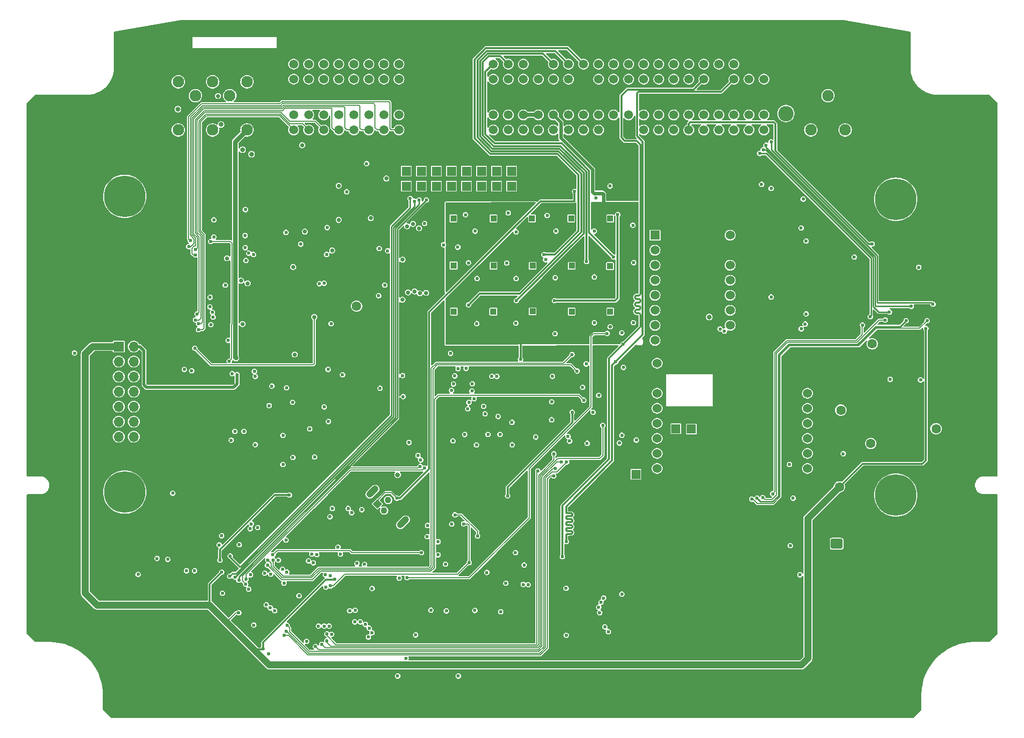
<source format=gbr>
%TF.GenerationSoftware,KiCad,Pcbnew,7.99.0-1.20231110gitd41f4ec.fc38*%
%TF.CreationDate,2023-11-11T23:50:43-03:00*%
%TF.ProjectId,OpenEFI_rev4,4f70656e-4546-4495-9f72-6576342e6b69,v4*%
%TF.SameCoordinates,Original*%
%TF.FileFunction,Copper,L3,Inr*%
%TF.FilePolarity,Positive*%
%FSLAX46Y46*%
G04 Gerber Fmt 4.6, Leading zero omitted, Abs format (unit mm)*
G04 Created by KiCad (PCBNEW 7.99.0-1.20231110gitd41f4ec.fc38) date 2023-11-11 23:50:43*
%MOMM*%
%LPD*%
G01*
G04 APERTURE LIST*
G04 Aperture macros list*
%AMRoundRect*
0 Rectangle with rounded corners*
0 $1 Rounding radius*
0 $2 $3 $4 $5 $6 $7 $8 $9 X,Y pos of 4 corners*
0 Add a 4 corners polygon primitive as box body*
4,1,4,$2,$3,$4,$5,$6,$7,$8,$9,$2,$3,0*
0 Add four circle primitives for the rounded corners*
1,1,$1+$1,$2,$3*
1,1,$1+$1,$4,$5*
1,1,$1+$1,$6,$7*
1,1,$1+$1,$8,$9*
0 Add four rect primitives between the rounded corners*
20,1,$1+$1,$2,$3,$4,$5,0*
20,1,$1+$1,$4,$5,$6,$7,0*
20,1,$1+$1,$6,$7,$8,$9,0*
20,1,$1+$1,$8,$9,$2,$3,0*%
%AMHorizOval*
0 Thick line with rounded ends*
0 $1 width*
0 $2 $3 position (X,Y) of the first rounded end (center of the circle)*
0 $4 $5 position (X,Y) of the second rounded end (center of the circle)*
0 Add line between two ends*
20,1,$1,$2,$3,$4,$5,0*
0 Add two circle primitives to create the rounded ends*
1,1,$1,$2,$3*
1,1,$1,$4,$5*%
%AMRotRect*
0 Rectangle, with rotation*
0 The origin of the aperture is its center*
0 $1 length*
0 $2 width*
0 $3 Rotation angle, in degrees counterclockwise*
0 Add horizontal line*
21,1,$1,$2,0,0,$3*%
G04 Aperture macros list end*
%TA.AperFunction,ComponentPad*%
%ADD10R,1.700000X1.700000*%
%TD*%
%TA.AperFunction,ComponentPad*%
%ADD11O,1.700000X1.700000*%
%TD*%
%TA.AperFunction,ComponentPad*%
%ADD12C,0.800000*%
%TD*%
%TA.AperFunction,ComponentPad*%
%ADD13C,7.000000*%
%TD*%
%TA.AperFunction,ComponentPad*%
%ADD14R,1.500000X1.500000*%
%TD*%
%TA.AperFunction,ComponentPad*%
%ADD15R,1.000000X1.000000*%
%TD*%
%TA.AperFunction,ComponentPad*%
%ADD16R,1.950000X1.950000*%
%TD*%
%TA.AperFunction,ComponentPad*%
%ADD17C,1.950000*%
%TD*%
%TA.AperFunction,ComponentPad*%
%ADD18C,1.508000*%
%TD*%
%TA.AperFunction,ComponentPad*%
%ADD19RotRect,1.100000X1.100000X315.000000*%
%TD*%
%TA.AperFunction,ComponentPad*%
%ADD20C,1.100000*%
%TD*%
%TA.AperFunction,ComponentPad*%
%ADD21HorizOval,1.100000X-0.459619X-0.459619X0.459619X0.459619X0*%
%TD*%
%TA.AperFunction,ComponentPad*%
%ADD22RoundRect,0.250000X-0.750000X0.600000X-0.750000X-0.600000X0.750000X-0.600000X0.750000X0.600000X0*%
%TD*%
%TA.AperFunction,ComponentPad*%
%ADD23O,2.000000X1.700000*%
%TD*%
%TA.AperFunction,ComponentPad*%
%ADD24C,1.524000*%
%TD*%
%TA.AperFunction,ComponentPad*%
%ADD25R,1.530000X1.530000*%
%TD*%
%TA.AperFunction,ComponentPad*%
%ADD26C,1.530000*%
%TD*%
%TA.AperFunction,ComponentPad*%
%ADD27C,0.600000*%
%TD*%
%TA.AperFunction,ViaPad*%
%ADD28C,0.600000*%
%TD*%
%TA.AperFunction,ViaPad*%
%ADD29C,1.600000*%
%TD*%
%TA.AperFunction,ViaPad*%
%ADD30C,0.700000*%
%TD*%
%TA.AperFunction,ViaPad*%
%ADD31C,0.800000*%
%TD*%
%TA.AperFunction,ViaPad*%
%ADD32C,2.600000*%
%TD*%
%TA.AperFunction,Conductor*%
%ADD33C,0.300000*%
%TD*%
%TA.AperFunction,Conductor*%
%ADD34C,1.200000*%
%TD*%
%TA.AperFunction,Conductor*%
%ADD35C,0.200000*%
%TD*%
%TA.AperFunction,Conductor*%
%ADD36C,0.350000*%
%TD*%
%TA.AperFunction,Conductor*%
%ADD37C,0.250000*%
%TD*%
%TA.AperFunction,Conductor*%
%ADD38C,0.500000*%
%TD*%
%TA.AperFunction,Conductor*%
%ADD39C,0.600000*%
%TD*%
%TA.AperFunction,Conductor*%
%ADD40C,0.700000*%
%TD*%
%TA.AperFunction,Conductor*%
%ADD41C,0.800000*%
%TD*%
G04 APERTURE END LIST*
D10*
%TO.N,+3V3*%
%TO.C,J4*%
X16499050Y64679800D03*
D11*
%TO.N,+5V*%
X19039050Y64679800D03*
%TO.N,/AUX_CS_1*%
X16499050Y62139800D03*
%TO.N,/SPI2_SCK*%
X19039050Y62139800D03*
%TO.N,/AUX_CS_2*%
X16499050Y59599800D03*
%TO.N,/SPI2_MOSI*%
X19039050Y59599800D03*
%TO.N,/AUX_IN_5*%
X16499050Y57059800D03*
%TO.N,/SPI2_MISO*%
X19039050Y57059800D03*
%TO.N,/AUX_IN_6*%
X16499050Y54519800D03*
%TO.N,/AUX_OUT_1*%
X19039050Y54519800D03*
%TO.N,/AUX_IN_7*%
X16499050Y51979800D03*
%TO.N,/AUX_OUT_2*%
X19039050Y51979800D03*
%TO.N,/AUX_IN_8*%
X16499050Y49439800D03*
%TO.N,/AUX_OUT_3*%
X19039050Y49439800D03*
%TO.N,GND*%
X16499050Y46899800D03*
X19039050Y46899800D03*
%TD*%
D12*
%TO.N,N/C*%
%TO.C,H3*%
X145132650Y39564800D03*
X145901495Y41420955D03*
X145901495Y37708645D03*
X147757650Y42189800D03*
D13*
X147757650Y39564800D03*
D12*
X147757650Y36939800D03*
X149613805Y41420955D03*
X149613805Y37708645D03*
X150382650Y39564800D03*
%TD*%
D14*
%TO.N,Net-(J6-Pad83)*%
%TO.C,TP33*%
X80308850Y94311200D03*
%TD*%
%TO.N,Net-(J6-Pad86)*%
%TO.C,TP27*%
X72688850Y94311200D03*
%TD*%
%TO.N,Net-(J6-Pad95)*%
%TO.C,TP69*%
X70146950Y91768800D03*
%TD*%
%TO.N,Net-(J6-Pad91)*%
%TO.C,TP73*%
X80306950Y91768800D03*
%TD*%
D15*
%TO.N,/Sensores/CH_VBATT_m*%
%TO.C,TP20*%
X86419350Y70626200D03*
%TD*%
D14*
%TO.N,Net-(J6-Pad88)*%
%TO.C,TP24*%
X67608850Y94311200D03*
%TD*%
D15*
%TO.N,/Sensores/AUX_CH7_m*%
%TO.C,TP18*%
X79815350Y78322400D03*
%TD*%
D16*
%TO.N,GND*%
%TO.C,J6*%
X139201750Y109398400D03*
D17*
X133401750Y109398400D03*
%TO.N,+12VA*%
X136301750Y107068400D03*
%TO.N,LSU_Heater+*%
X139201750Y101268400D03*
%TO.N,LSU_Heater-*%
X133401750Y101268400D03*
D18*
%TO.N,CMP-*%
X79771750Y101268400D03*
%TO.N,CMP+*%
X82311750Y101268400D03*
%TO.N,CKP+*%
X84851750Y101268400D03*
%TO.N,CKP-*%
X87391750Y101268400D03*
%TO.N,LSU_Un*%
X89931750Y101268400D03*
%TO.N,LSU_Rtrim*%
X92471750Y101268400D03*
%TO.N,LSU_Vm*%
X95011750Y101268400D03*
%TO.N,LSU_Ip*%
X97551750Y101268400D03*
%TO.N,GND*%
X100091750Y101268400D03*
X102631750Y101268400D03*
%TO.N,unconnected-(J6-Pad16)*%
X105171750Y101268400D03*
%TO.N,unconnected-(J6-Pad17)*%
X107711750Y101268400D03*
%TO.N,unconnected-(J6-Pad18)*%
X110251750Y101268400D03*
%TO.N,TACHO_OUT*%
X112791750Y101268400D03*
%TO.N,STEPPER_A2*%
X115331750Y101268400D03*
%TO.N,STEPPER_A1*%
X117871750Y101268400D03*
%TO.N,STEPPER_B1*%
X120411750Y101268400D03*
%TO.N,STEPPER_B2*%
X122951750Y101268400D03*
%TO.N,unconnected-(J6-Pad24)*%
X125491750Y101268400D03*
%TO.N,+5C*%
X79771750Y103808400D03*
X82311750Y103808400D03*
X84851750Y103808400D03*
X87391750Y103808400D03*
X89931750Y103808400D03*
%TO.N,AUX_IN1*%
X92471750Y103808400D03*
%TO.N,AUX_IN2*%
X95011750Y103808400D03*
%TO.N,AUX_IN3*%
X97551750Y103808400D03*
%TO.N,AUX_IN4*%
X100091750Y103808400D03*
%TO.N,unconnected-(J6-Pad34)*%
X102631750Y103808400D03*
%TO.N,unconnected-(J6-Pad35)*%
X105171750Y103808400D03*
%TO.N,unconnected-(J6-Pad36)*%
X107711750Y103808400D03*
%TO.N,unconnected-(J6-Pad37)*%
X110251750Y103808400D03*
%TO.N,unconnected-(J6-Pad38)*%
X112791750Y103808400D03*
%TO.N,unconnected-(J6-Pad39)*%
X115331750Y103808400D03*
%TO.N,unconnected-(J6-Pad40)*%
X117871750Y103808400D03*
%TO.N,unconnected-(J6-Pad41)*%
X120411750Y103808400D03*
%TO.N,unconnected-(J6-Pad42)*%
X122951750Y103808400D03*
%TO.N,unconnected-(J6-Pad43)*%
X125491750Y103808400D03*
%TO.N,unconnected-(J6-Pad44)*%
X79771750Y109858400D03*
%TO.N,unconnected-(J6-Pad45)*%
X82311750Y109858400D03*
%TO.N,unconnected-(J6-Pad46)*%
X84851750Y109858400D03*
%TO.N,/connector/VBUSC*%
X87391750Y109858400D03*
%TO.N,/connector/USBD+*%
X89931750Y109858400D03*
%TO.N,/connector/USBD-*%
X92471750Y109858400D03*
%TO.N,GND*%
X95011750Y109858400D03*
%TO.N,unconnected-(J6-Pad51)*%
X97551750Y109858400D03*
%TO.N,unconnected-(J6-Pad52)*%
X100091750Y109858400D03*
%TO.N,unconnected-(J6-Pad53)*%
X102631750Y109858400D03*
%TO.N,unconnected-(J6-Pad54)*%
X105171750Y109858400D03*
%TO.N,unconnected-(J6-Pad55)*%
X107711750Y109858400D03*
%TO.N,unconnected-(J6-Pad56)*%
X110251750Y109858400D03*
%TO.N,unconnected-(J6-Pad57)*%
X112791750Y109858400D03*
%TO.N,CAN-*%
X115331750Y109858400D03*
%TO.N,GND*%
X117871750Y109858400D03*
%TO.N,CAN+*%
X120411750Y109858400D03*
%TO.N,ACC*%
X122951750Y109858400D03*
%TO.N,12V_PERM*%
X125491750Y109858400D03*
%TO.N,CH_CLT*%
X79771750Y112398400D03*
%TO.N,CH_TPS*%
X82311750Y112398400D03*
%TO.N,+5C*%
X84851750Y112398400D03*
%TO.N,GND*%
X87391750Y112398400D03*
%TO.N,CH_IAT*%
X89931750Y112398400D03*
%TO.N,CH_MAP*%
X92471750Y112398400D03*
%TO.N,CH_O2*%
X95011750Y112398400D03*
%TO.N,AUX_CH1*%
X97551750Y112398400D03*
%TO.N,AUX_CH2*%
X100091750Y112398400D03*
%TO.N,AUX_CH3*%
X102631750Y112398400D03*
%TO.N,AUX_CH4*%
X105171750Y112398400D03*
%TO.N,AUX_CH5*%
X107711750Y112398400D03*
%TO.N,AUX_CH6*%
X110251750Y112398400D03*
%TO.N,AUX_CH7*%
X112791750Y112398400D03*
%TO.N,AUX_CH8*%
X115331750Y112398400D03*
%TO.N,+5C*%
X117871750Y112398400D03*
X120411750Y112398400D03*
%TO.N,GND*%
X122951750Y112398400D03*
X125491750Y112398400D03*
%TO.N,Net-(J6-Pad82)*%
X63831750Y112398400D03*
%TO.N,Net-(J6-Pad83)*%
X61291750Y112398400D03*
%TO.N,Net-(J6-Pad84)*%
X58751750Y112398400D03*
%TO.N,Net-(J6-Pad85)*%
X56211750Y112398400D03*
%TO.N,Net-(J6-Pad86)*%
X53671750Y112398400D03*
%TO.N,Net-(J6-Pad87)*%
X51131750Y112398400D03*
%TO.N,Net-(J6-Pad88)*%
X48591750Y112398400D03*
%TO.N,Net-(J6-Pad89)*%
X46051750Y112398400D03*
%TO.N,Net-(J6-Pad90)*%
X63831750Y109858400D03*
%TO.N,Net-(J6-Pad91)*%
X61291750Y109858400D03*
%TO.N,Net-(J6-Pad92)*%
X58751750Y109858400D03*
%TO.N,Net-(J6-Pad93)*%
X56211750Y109858400D03*
%TO.N,Net-(J6-Pad94)*%
X53671750Y109858400D03*
%TO.N,Net-(J6-Pad95)*%
X51131750Y109858400D03*
%TO.N,Net-(J6-Pad96)*%
X48591750Y109858400D03*
%TO.N,Net-(J6-Pad97)*%
X46051750Y109858400D03*
%TO.N,R0_OUT*%
X63831750Y103808400D03*
%TO.N,R1_OUT*%
X61291750Y103808400D03*
%TO.N,R2_OUT*%
X58751750Y103808400D03*
%TO.N,R3_OUT*%
X56211750Y103808400D03*
%TO.N,PWM0_OUT*%
X53671750Y103808400D03*
%TO.N,PWM1_OUT*%
X51131750Y103808400D03*
%TO.N,CHECK_ENGINE*%
X48591750Y103808400D03*
%TO.N,MIL_OUT*%
X46051750Y103808400D03*
%TO.N,IGN1*%
X63831750Y101268400D03*
%TO.N,IGN2*%
X61291750Y101268400D03*
%TO.N,IGN3*%
X58751750Y101268400D03*
%TO.N,IGN4*%
X56211750Y101268400D03*
%TO.N,IGN5*%
X53671750Y101268400D03*
%TO.N,IGN6*%
X51131750Y101268400D03*
%TO.N,IGN7*%
X48591750Y101268400D03*
%TO.N,IGN8*%
X46051750Y101268400D03*
D17*
%TO.N,INJ1*%
X38151750Y109398400D03*
%TO.N,INJ2*%
X32351750Y109398400D03*
%TO.N,INJ3*%
X26551750Y109398400D03*
%TO.N,INJ4*%
X35251750Y107068400D03*
%TO.N,INJ5*%
X29451750Y107068400D03*
%TO.N,INJ6*%
X38151750Y101268400D03*
%TO.N,INJ7*%
X32351750Y101268400D03*
%TO.N,INJ8*%
X26551750Y101268400D03*
%TD*%
D19*
%TO.N,VBUS*%
%TO.C,J1*%
X60192050Y38075600D03*
D20*
%TO.N,USB_D-*%
X61995172Y38747351D03*
%TO.N,USB_D+*%
X61323421Y36944229D03*
%TO.N,GND*%
X63126543Y37615981D03*
X62454792Y35812858D03*
D21*
%TO.N,N/C*%
X59361200Y40143887D03*
X64523079Y34982008D03*
%TD*%
D14*
%TO.N,Net-(J6-Pad94)*%
%TO.C,TP70*%
X72686950Y91768800D03*
%TD*%
D15*
%TO.N,/Sensores/AUX_CH8_m*%
%TO.C,TP21*%
X86419350Y78322400D03*
%TD*%
D14*
%TO.N,Net-(J6-Pad93)*%
%TO.C,TP71*%
X75226950Y91768800D03*
%TD*%
%TO.N,Net-(J6-Pad96)*%
%TO.C,TP68*%
X67606950Y91768800D03*
%TD*%
D15*
%TO.N,/ACC_DET*%
%TO.C,TP38*%
X99500350Y70575400D03*
%TD*%
%TO.N,/Sensores/AUX_CH4_m*%
%TO.C,TP13*%
X92921750Y86323400D03*
%TD*%
%TO.N,/Sensores/AUX_CH6_m*%
%TO.C,TP17*%
X73058950Y78347800D03*
%TD*%
D14*
%TO.N,Net-(U19-SEL_2)*%
%TO.C,TP36*%
X110585650Y50775600D03*
%TD*%
%TO.N,Net-(J6-Pad82)*%
%TO.C,TP34*%
X82848850Y94311200D03*
%TD*%
D15*
%TO.N,/Sensores/AUX_CH3_m*%
%TO.C,TP12*%
X86292350Y86323400D03*
%TD*%
D22*
%TO.N,VBATT*%
%TO.C,BT1*%
X137758850Y31350000D03*
D23*
%TO.N,GND*%
X137758850Y28850000D03*
%TD*%
D15*
%TO.N,/Sensores/AUX_CH2_m*%
%TO.C,TP11*%
X79815350Y86323400D03*
%TD*%
D12*
%TO.N,N/C*%
%TO.C,H1*%
X14882650Y40064800D03*
X15651495Y41920955D03*
X15651495Y38208645D03*
X17507650Y42689800D03*
D13*
X17507650Y40064800D03*
D12*
X17507650Y37439800D03*
X19363805Y41920955D03*
X19363805Y38208645D03*
X20132650Y40064800D03*
%TD*%
D14*
%TO.N,Net-(J6-Pad87)*%
%TO.C,TP26*%
X70148850Y94311200D03*
%TD*%
D12*
%TO.N,N/C*%
%TO.C,H2*%
X145132650Y89564800D03*
X145901495Y91420955D03*
X145901495Y87708645D03*
X147757650Y92189800D03*
D13*
X147757650Y89564800D03*
D12*
X147757650Y86939800D03*
X149613805Y91420955D03*
X149613805Y87708645D03*
X150382650Y89564800D03*
%TD*%
D15*
%TO.N,/Sensores/CH_TPS_m*%
%TO.C,TP19*%
X93023350Y78322400D03*
%TD*%
D24*
%TO.N,+5V*%
%TO.C,U19*%
X107436050Y61850000D03*
%TO.N,GND*%
X107436050Y59310000D03*
%TO.N,Net-(U19-SEL_1)*%
X107436050Y56770000D03*
%TO.N,Net-(U19-SEL_2)*%
X107436050Y54230000D03*
%TO.N,/Sensores/CAN_RX*%
X107436050Y51690000D03*
%TO.N,/Sensores/CAN_TX*%
X107436050Y49150000D03*
%TO.N,LSU_Heater+*%
X107436050Y46610000D03*
%TO.N,/Sensores/Boot0*%
X107436050Y44070000D03*
%TO.N,GND*%
X132836050Y61850000D03*
X132836050Y59310000D03*
%TO.N,LSU_Heater-*%
X132836050Y56770000D03*
X132836050Y54230000D03*
%TO.N,LSU_Ip*%
X132836050Y51690000D03*
%TO.N,LSU_Vm*%
X132836050Y49150000D03*
%TO.N,LSU_Rtrim*%
X132836050Y46610000D03*
%TO.N,LSU_Un*%
X132836050Y44070000D03*
%TD*%
D14*
%TO.N,Net-(J6-Pad89)*%
%TO.C,TP22*%
X65068850Y94311200D03*
%TD*%
%TO.N,/Sensores/Boot0*%
%TO.C,TP35*%
X103854650Y43079400D03*
%TD*%
D12*
%TO.N,N/C*%
%TO.C,H4*%
X14882650Y90064800D03*
X15651495Y91920955D03*
X15651495Y88208645D03*
X17507650Y92689800D03*
D13*
X17507650Y90064800D03*
D12*
X17507650Y87439800D03*
X19363805Y91920955D03*
X19363805Y88208645D03*
X20132650Y90064800D03*
%TD*%
D14*
%TO.N,Net-(J6-Pad84)*%
%TO.C,TP32*%
X77768851Y94311200D03*
%TD*%
D15*
%TO.N,/Sensores/CH_IAT_m*%
%TO.C,TP14*%
X79764550Y70575400D03*
%TD*%
%TO.N,/Sensores/CH_MAP_m*%
%TO.C,TP23*%
X73084350Y70575400D03*
%TD*%
%TO.N,/Sensores/CH_O2_m*%
%TO.C,TP25*%
X93023350Y70575400D03*
%TD*%
D14*
%TO.N,Net-(J6-Pad90)*%
%TO.C,TP74*%
X82846950Y91768800D03*
%TD*%
%TO.N,Net-(J6-Pad97)*%
%TO.C,TP67*%
X65066950Y91768800D03*
%TD*%
%TO.N,Net-(J6-Pad92)*%
%TO.C,TP72*%
X77766950Y91768800D03*
%TD*%
%TO.N,Net-(J6-Pad85)*%
%TO.C,TP31*%
X75228849Y94311199D03*
%TD*%
D25*
%TO.N,/MTR_ENABLE*%
%TO.C,U23*%
X107080450Y83490800D03*
D26*
%TO.N,Net-(JP2-B)*%
X107080450Y80950800D03*
%TO.N,Net-(JP1-B)*%
X107080450Y78410800D03*
%TO.N,Net-(JP3-B)*%
X107080450Y75870800D03*
%TO.N,+3V3*%
X107080450Y73330800D03*
X107080450Y70790800D03*
%TO.N,/MTR_STEP*%
X107080450Y68250800D03*
%TO.N,/MTR_DIR*%
X107080450Y65710800D03*
%TO.N,GND*%
X119780450Y65710800D03*
%TO.N,Net-(JP5-A)*%
X119780450Y68250800D03*
%TO.N,STEPPER_A2*%
X119780450Y70790800D03*
%TO.N,STEPPER_A1*%
X119780450Y73330800D03*
%TO.N,STEPPER_B1*%
X119780450Y75870800D03*
%TO.N,STEPPER_B2*%
X119780450Y78410800D03*
%TO.N,GND*%
X119780450Y80950800D03*
%TO.N,LSU_Heater+*%
X119780450Y83490800D03*
%TD*%
D15*
%TO.N,/Sensores/AUX_CH1_m*%
%TO.C,TP10*%
X73029750Y86323400D03*
%TD*%
D14*
%TO.N,Net-(U19-SEL_1)*%
%TO.C,TP37*%
X113227250Y50724800D03*
%TD*%
D27*
%TO.N,GND*%
%TO.C,U16*%
X149946050Y62488400D03*
X149946050Y63688400D03*
X149946050Y64988400D03*
X149946050Y66088400D03*
X148746050Y62488400D03*
X148746050Y63688400D03*
X148746050Y64988400D03*
X148746050Y66088400D03*
%TD*%
D15*
%TO.N,/Sensores/AUX_CH5_m*%
%TO.C,TP16*%
X99500350Y86323400D03*
%TD*%
%TO.N,/Sensores/CH_CLT_m*%
%TO.C,TP15*%
X99485850Y78258400D03*
%TD*%
D28*
%TO.N,GND*%
X36824050Y32208200D03*
X37230450Y17120600D03*
D29*
X43123250Y67438000D03*
D28*
X89656050Y49380900D03*
X73831850Y34707500D03*
D30*
X103676850Y18517600D03*
D28*
X99536650Y68022200D03*
X129305450Y26950400D03*
X58185450Y53696600D03*
X84031750Y53303400D03*
X80340914Y15186192D03*
X42513650Y53112400D03*
X76346450Y63069200D03*
D29*
X42615250Y83186000D03*
X40583250Y85218000D03*
D28*
X31998050Y78563200D03*
D29*
X40075250Y70486000D03*
D28*
%TO.N,Net-(JP8-B)*%
X44240850Y49658000D03*
X45866450Y55246000D03*
%TO.N,/INY2*%
X37865450Y81382600D03*
X49117650Y29582400D03*
%TO.N,/INY1*%
X49363761Y28110911D03*
X37840050Y83414600D03*
%TO.N,+3V3*%
X96619950Y53559700D03*
X36773250Y19686000D03*
X45333050Y39599600D03*
X33877650Y26544000D03*
X84982450Y27743500D03*
X22955650Y28865500D03*
X40888050Y13590000D03*
X112947850Y10846800D03*
X32074250Y68377800D03*
X130423050Y39040800D03*
X44240850Y44730400D03*
X35488350Y48845200D03*
X77118650Y32640000D03*
X32577750Y83186000D03*
X95599650Y10846800D03*
X33598250Y28576000D03*
X103930850Y48870600D03*
X53016903Y25362547D03*
X69539250Y10846800D03*
X90849850Y10846800D03*
X48228650Y14860000D03*
X101471350Y66970900D03*
X71698250Y27890200D03*
X152851250Y67717400D03*
D29*
X138220850Y40945800D03*
D28*
X89746750Y59628000D03*
X73285009Y36233406D03*
X46882450Y10999200D03*
X69234450Y20124100D03*
X95459850Y61736200D03*
%TO.N,/NRST*%
X25622650Y39879000D03*
X39303150Y17603200D03*
X19780650Y26163000D03*
%TO.N,VBATT*%
X34020079Y22970993D03*
X129940450Y31039800D03*
%TO.N,CH_O2*%
X88335250Y80188800D03*
%TO.N,/SYS_SWO*%
X38771961Y26094689D03*
X29305650Y26762500D03*
%TO.N,/SYS_SWCLK*%
X41149939Y26374089D03*
X27934050Y26762500D03*
%TO.N,/SYS_SWDIO*%
X42158050Y26213800D03*
X24780011Y28703000D03*
%TO.N,/MTR_STEP*%
X118808750Y67285600D03*
X59277650Y16282400D03*
%TO.N,/MTR_DIR*%
X58820450Y17081861D03*
X118086050Y67641200D03*
%TO.N,/MTR_FAULT*%
X58160050Y17704800D03*
%TO.N,/ECN2*%
X47238050Y81966800D03*
X53537250Y30781400D03*
%TO.N,Net-(JP9-B)*%
X48762050Y50750200D03*
X64535450Y56211200D03*
%TO.N,/PMIC1_ENABLE*%
X58007650Y27854700D03*
X32025750Y82424000D03*
X35173050Y62180200D03*
D31*
%TO.N,/MTR_ENABLE*%
X116250203Y69648153D03*
D28*
X57296450Y18133361D03*
%TO.N,/RPM_OUT*%
X56369837Y18133361D03*
X151632050Y78055200D03*
%TO.N,/AUX_CS_1*%
X55497789Y20036861D03*
%TO.N,/AUX_CS_2*%
X56432850Y20124100D03*
%TO.N,/CAN1_RX*%
X44755419Y31977465D03*
X68616739Y32539911D03*
%TO.N,/CAN1_TX*%
X67634250Y29846000D03*
X42539050Y29465000D03*
%TO.N,AUX_CH1*%
X75076450Y86945200D03*
%TO.N,AUX_CH2*%
X82290050Y87250000D03*
%TO.N,/AUX_IN_2_m*%
X145967850Y69165200D03*
X125292250Y39142400D03*
%TO.N,AUX_CH3*%
X88868650Y86818200D03*
%TO.N,/LED_CAN_RX*%
X84830050Y24461200D03*
X44418650Y24699900D03*
X59303050Y23787100D03*
%TO.N,/LED_CAN_TX*%
X85668250Y24435800D03*
X51479850Y24014600D03*
%TO.N,/AUX_IN_3_m*%
X149498450Y69038200D03*
X124327337Y39040513D03*
%TO.N,/R_LMB*%
X65729250Y89688400D03*
X35338028Y29274377D03*
%TO.N,/ECN1*%
X49955850Y29490400D03*
X44748850Y83973400D03*
%TO.N,/MEMORY_CS*%
X63877841Y25550609D03*
X70445850Y31674800D03*
%TO.N,/MIL_OUT*%
X67050050Y46254400D03*
X92069050Y23826200D03*
X52180695Y35901555D03*
%TO.N,/CHK_OUT*%
X92094450Y15876000D03*
X58668050Y15581300D03*
X67517350Y45522611D03*
D30*
%TO.N,/PMIC2_ENABLE*%
X37412861Y68454732D03*
D28*
X56737650Y28027300D03*
%TO.N,AUX_CH4*%
X97123650Y89764600D03*
%TO.N,/Sensores/CH_VBATT_m*%
X78138950Y54573400D03*
X90191250Y66854300D03*
%TO.N,CH_MAP*%
X75584450Y71705200D03*
%TO.N,/SPI2_MISO*%
X32435111Y69667939D03*
X52241850Y25985200D03*
X53943650Y29582400D03*
X70445850Y29465000D03*
%TO.N,/SPI2_SCK*%
X74755222Y34707500D03*
X31911750Y71375000D03*
X75686050Y28169600D03*
X52275324Y24224273D03*
X27578450Y60793300D03*
%TO.N,Net-(D4-A1)*%
X132607450Y82500200D03*
X132607950Y70181200D03*
%TO.N,/SPI2_MOSI*%
X78683250Y26493200D03*
X32328250Y70460600D03*
X28812950Y60587889D03*
X51429050Y26077900D03*
X68653039Y34430411D03*
%TO.N,AUX_CH5*%
X99485850Y91796600D03*
%TO.N,CMP-*%
X44850450Y57699600D03*
%TO.N,CMP+*%
X51200450Y54458600D03*
%TO.N,CKP+*%
X64434528Y59766522D03*
%TO.N,AUX_CH6*%
X75584450Y78817200D03*
%TO.N,AUX_CH7*%
X82036050Y78791800D03*
%TO.N,AUX_CH8*%
X88614650Y79350600D03*
%TO.N,+12VA*%
X132124850Y89586800D03*
X132455050Y68479400D03*
%TO.N,/AUX_OUT_1*%
X50235250Y17435500D03*
%TO.N,/AUX_OUT_2*%
X51200450Y17435500D03*
%TO.N,/AUX_OUT_3*%
X52038650Y17435500D03*
%TO.N,+5V*%
X63621050Y8980500D03*
X101746450Y61138800D03*
X36493850Y59919600D03*
D29*
X138474850Y53925200D03*
D28*
X73857250Y8980500D03*
X81883650Y24664400D03*
X83509250Y29846000D03*
X82188450Y39447200D03*
X52368850Y68555600D03*
X93110450Y53569600D03*
%TO.N,Net-(Q5-C)*%
X126714550Y73051400D03*
X126714550Y91390200D03*
%TO.N,/CKP*%
X65526050Y48438800D03*
X55848650Y36577000D03*
X49587050Y46000400D03*
X37636850Y50330600D03*
%TO.N,/CMP*%
X55264450Y37323700D03*
X45917250Y45949600D03*
X36112850Y50330600D03*
%TO.N,/CKP/CMP_sensors/IN1+*%
X41904050Y54687200D03*
%TO.N,/CKP/CMP_sensors/IN1-*%
X35655650Y60097400D03*
X42361250Y57989200D03*
X39567250Y48083200D03*
%TO.N,/CKP/CMP_sensors/IN2-*%
X54299250Y59919600D03*
X39567250Y59614800D03*
%TO.N,/CKP/CMP_sensors/IN2+*%
X39414850Y60478400D03*
X51860850Y60802800D03*
X51911650Y51994800D03*
%TO.N,/R_ECN_INY*%
X66440450Y89231200D03*
X35249250Y25858200D03*
%TO.N,/R_GNC_GLP*%
X67227850Y89434400D03*
X36163650Y25680400D03*
%TO.N,/R_AAC*%
X68472450Y89434400D03*
X36792950Y25172400D03*
%TO.N,/TIM9_CH1*%
X68167650Y44146200D03*
X37992450Y25375600D03*
%TO.N,/TIM9_CH2*%
X37952181Y24501469D03*
X67405650Y44425600D03*
%TO.N,Net-(Q7-G)*%
X131774950Y84710000D03*
X131787886Y67653300D03*
%TO.N,/LED0*%
X71850650Y19990800D03*
X41421450Y21032200D03*
%TO.N,/LED1*%
X42107250Y20498800D03*
X76651250Y20067000D03*
%TO.N,/LED2*%
X81020050Y19863800D03*
X42843850Y20016200D03*
%TO.N,CKP-*%
X60623850Y57633600D03*
%TO.N,Net-(U3-BOOT0)*%
X33877650Y32690800D03*
%TO.N,CAN+*%
X92083550Y31700200D03*
X100451050Y62078600D03*
%TO.N,/Sensores/CH_MAP_m*%
X76970550Y68556400D03*
X76513350Y55843400D03*
%TO.N,CAN-*%
X91434050Y29160200D03*
X101695650Y65075800D03*
%TO.N,Net-(U9B-+)*%
X80907550Y49832900D03*
X92399250Y49454800D03*
%TO.N,/Sensores/CH_O2_m*%
X78392950Y53303400D03*
X96833350Y68683400D03*
%TO.N,5V_ENABLE*%
X38449650Y23648400D03*
X138881250Y46559200D03*
%TO.N,/AUX_IN_4_m*%
X123438050Y38871100D03*
X153054450Y69038200D03*
%TO.N,CH_IAT*%
X83661650Y72418700D03*
%TO.N,TACHO_OUT*%
X143758050Y81992200D03*
%TO.N,/Sensores/CH_IAT_m*%
X75446550Y54167000D03*
X83574550Y68607200D03*
%TO.N,CH_CLT*%
X100081350Y79782400D03*
%TO.N,/Sensores/CH_CLT_m*%
X103484550Y78842600D03*
X79516650Y59653400D03*
X80577350Y52846200D03*
%TO.N,CH_TPS*%
X95523450Y79020400D03*
%TO.N,Net-(U3-PB2)*%
X46958650Y22581600D03*
%TO.N,/Sensores/CH_TPS_m*%
X75649750Y55233800D03*
X96833350Y76430400D03*
%TO.N,/AUX_IN_1_m*%
X126955889Y39790161D03*
X142137150Y68304364D03*
%TO.N,Net-(U9C-+)*%
X86939850Y49380900D03*
X74938550Y49798200D03*
%TO.N,VBUS*%
X93499750Y90882200D03*
X63468650Y39040800D03*
X52572050Y37323700D03*
%TO.N,Net-(U9A-+)*%
X92653250Y48692800D03*
X72957350Y48731400D03*
%TO.N,USB_D-*%
X57558339Y37092889D03*
D31*
X63595650Y43003200D03*
D28*
%TO.N,/PA4*%
X50794050Y14313478D03*
X98266650Y51334400D03*
%TO.N,/PA5*%
X89996350Y46537700D03*
X51632250Y14912978D03*
D30*
%TO.N,+5C*%
X74619250Y66345800D03*
X74111250Y72770700D03*
D29*
X154556954Y50779700D03*
D28*
X84372850Y62496300D03*
D30*
X92754850Y80392000D03*
X101771850Y81662000D03*
D28*
X82036050Y66980800D03*
D30*
X75000250Y80644700D03*
X101492450Y73737200D03*
D28*
%TO.N,/Sensores/B*%
X89645150Y55335400D03*
X94837650Y57786000D03*
%TO.N,/ACC_DET*%
X65187961Y25614300D03*
X99003250Y66879200D03*
%TO.N,/Sensores/C*%
X97580850Y56414400D03*
X89619750Y52312800D03*
%TO.N,/Sensores/mux_out*%
X82914150Y51881000D03*
X80374150Y59617900D03*
%TO.N,/MUX_B*%
X41692961Y28593511D03*
X93923250Y60529200D03*
%TO.N,/MUX_C*%
X41624650Y27687000D03*
X95040850Y55601600D03*
%TO.N,/MUX_A*%
X93059650Y63323200D03*
X42558621Y28575673D03*
%TO.N,/MUX_OUT*%
X51649750Y16112478D03*
X87287956Y43618694D03*
%TO.N,Net-(U10A-+)*%
X76919750Y48069100D03*
X101075150Y48350400D03*
%TO.N,LSU_Heater+*%
X131566050Y26086800D03*
D30*
X64408450Y72594200D03*
D28*
X9036450Y63577200D03*
D30*
X47949250Y84100400D03*
X64459250Y79350600D03*
D29*
X143529450Y48286400D03*
X143783450Y65126600D03*
D28*
X140735450Y79807800D03*
D30*
X49524050Y69673200D03*
D28*
X90087850Y72418700D03*
X100781250Y86970600D03*
D29*
X56679187Y71494838D03*
D32*
X129203850Y104039400D03*
D28*
X29356450Y64390000D03*
%TO.N,ACC*%
X103448250Y68708000D03*
%TO.N,12V_PERM*%
X129788050Y44730400D03*
X125089050Y92096461D03*
%TO.N,R0_OUT*%
X68160215Y85468577D03*
D30*
%TO.N,R1_OUT*%
X67230150Y84659200D03*
%TO.N,R2_OUT*%
X66205318Y85389268D03*
%TO.N,R3_OUT*%
X65195850Y84989400D03*
%TO.N,PWM0_OUT*%
X68421650Y73737200D03*
%TO.N,PWM1_OUT*%
X67354850Y73661000D03*
%TO.N,MIL_OUT*%
X47492050Y98680000D03*
X65373650Y73813400D03*
%TO.N,CHECK_ENGINE*%
X66481450Y73981400D03*
D28*
%TO.N,/SD_CD*%
X101492450Y22835600D03*
X39963741Y34077891D03*
%TO.N,/BARO_CS*%
X72739650Y34661900D03*
X52470450Y16053800D03*
%TO.N,/Sensores/AUX_CH1_m*%
X73058950Y58332600D03*
X76687350Y84177400D03*
%TO.N,/Sensores/AUX_CH2_m*%
X83625350Y84050400D03*
X73262150Y59704200D03*
%TO.N,/Sensores/AUX_CH3_m*%
X73820450Y60923400D03*
X90356350Y84177400D03*
%TO.N,/Sensores/AUX_CH4_m*%
X73777303Y81459333D03*
X72703350Y57265800D03*
X96833350Y84177400D03*
X71368050Y81865200D03*
%TO.N,/Sensores/AUX_CH5_m*%
X103346650Y85167200D03*
X72550950Y63514200D03*
%TO.N,/Sensores/AUX_CH6_m*%
X76157750Y57148900D03*
X77021350Y76176400D03*
%TO.N,/Sensores/AUX_CH7_m*%
X83625350Y76176400D03*
X75165999Y60958900D03*
%TO.N,/Sensores/AUX_CH8_m*%
X90229350Y76303400D03*
X76208550Y58383400D03*
%TO.N,Net-(U10D-+)*%
X95614150Y48325000D03*
X82964950Y48069100D03*
%TO.N,VDDA*%
X66643650Y15926800D03*
X65043450Y11971400D03*
X41802450Y12777200D03*
%TO.N,Net-(U10B-+)*%
X78875550Y49832900D03*
X101492450Y49683400D03*
D30*
%TO.N,IGN_V+*%
X59061150Y86367236D03*
X52548550Y80900000D03*
X53638850Y86081600D03*
%TO.N,INJ2*%
X34778750Y79579200D03*
D31*
%TO.N,INJ3*%
X26486250Y104776000D03*
D30*
%TO.N,INJ4*%
X45968050Y78106000D03*
D28*
%TO.N,IGN1*%
X28598350Y82551000D03*
D30*
%TO.N,IGN2*%
X61693399Y93056285D03*
D28*
X28332683Y81551186D03*
%TO.N,IGN5*%
X29753950Y70181200D03*
D30*
%TO.N,IGN6*%
X53638850Y91847400D03*
D28*
X29458050Y69165200D03*
%TO.N,IGN3*%
X29465050Y80138000D03*
%TO.N,IGN4*%
X29465050Y81027000D03*
X58363250Y95581200D03*
%TO.N,IGN7*%
X29976150Y68504800D03*
%TO.N,IGN8*%
X55010450Y90831400D03*
X29966050Y67539600D03*
%TO.N,/PA0*%
X44926650Y17577800D03*
X90284244Y44102206D03*
%TO.N,/PA1*%
X44791462Y16586621D03*
X92145250Y45146900D03*
%TO.N,/PA2*%
X89956210Y42810100D03*
X44482968Y15838719D03*
%TO.N,/PA3*%
X49727250Y13971000D03*
X91281650Y45146900D03*
%TO.N,/PMIC/GD0*%
X60496850Y81255600D03*
X37890850Y87808800D03*
%TO.N,/PMIC/GD1*%
X37992450Y79223600D03*
X61919250Y80849200D03*
%TO.N,/PMIC/GD2*%
X60395250Y73257600D03*
X51200450Y75362800D03*
%TO.N,/PMIC/GD3*%
X50403261Y75276811D03*
X61436650Y75058000D03*
%TO.N,/PMIC1_CS*%
X32577750Y86081313D03*
X48556774Y28446924D03*
%TO.N,/PMIC2_CS*%
X33458428Y31153978D03*
X31921850Y73000600D03*
%TO.N,AUX_IN2*%
X146679050Y70511400D03*
X125349436Y97918413D03*
%TO.N,AUX_IN1*%
X143453250Y69724000D03*
X124755250Y97291497D03*
%TO.N,AUX_IN3*%
X150387450Y71476600D03*
X125825650Y98705400D03*
%TO.N,AUX_IN4*%
X126708336Y99245114D03*
X154045050Y71832200D03*
%TO.N,Net-(U16-VSENSE)*%
X146806050Y59106800D03*
X151936850Y59030600D03*
D31*
%TO.N,INJ5*%
X33781750Y102206577D03*
D30*
X33268050Y107011200D03*
X38246450Y75349500D03*
%TO.N,INJ6*%
X36290650Y62739000D03*
D31*
%TO.N,INJ7*%
X37408250Y97918000D03*
D30*
X37152576Y75783991D03*
D31*
%TO.N,INJ8*%
X38932250Y97156000D03*
D30*
X46222050Y63323200D03*
D28*
%TO.N,Net-(U13-GD0)*%
X39262450Y80250100D03*
X51606850Y80250100D03*
%TO.N,Net-(U13-GD1)*%
X34983148Y65710800D03*
X34502861Y75042389D03*
X38465435Y80435253D03*
X51708450Y84760800D03*
%TO.N,/SD_DAT2*%
X38896874Y34707375D03*
X98393650Y22175200D03*
%TO.N,/SD_DAT3*%
X97961850Y21453900D03*
X38703650Y33884600D03*
%TO.N,/SD_CMD*%
X97566450Y20619600D03*
X36849450Y31192200D03*
%TO.N,/SD_CLK*%
X43464220Y28586196D03*
X97733250Y19711400D03*
%TO.N,/SD_DAT0*%
X98622250Y17292000D03*
X44896439Y26564589D03*
%TO.N,/SD_DAT1*%
X44164650Y27026600D03*
X99206450Y16492000D03*
%TD*%
D33*
%TO.N,+3V3*%
X40888050Y14656800D02*
X40888050Y13590000D01*
D34*
X34712732Y18082682D02*
X31839415Y20956000D01*
X138220850Y40945800D02*
X132912250Y35637200D01*
X10865250Y22962600D02*
X10865250Y63450200D01*
D33*
X152851250Y45441600D02*
X152267050Y44857400D01*
X152851250Y67717400D02*
X152851250Y45441600D01*
D34*
X41948615Y10846800D02*
X90849850Y10846800D01*
X132912250Y35637200D02*
X132912250Y11939000D01*
X131820050Y10846800D02*
X112947850Y10846800D01*
D33*
X51494850Y25263600D02*
X40888050Y14656800D01*
X33598250Y30327990D02*
X33598250Y28576000D01*
D34*
X132912250Y11939000D02*
X131820050Y10846800D01*
D33*
X152267050Y44857400D02*
X142132450Y44857400D01*
D34*
X12094850Y64679800D02*
X16499050Y64679800D01*
X31839415Y20956000D02*
X12871850Y20956000D01*
X39310132Y13485282D02*
X34712732Y18082682D01*
D35*
X77118650Y33470166D02*
X77118650Y32640000D01*
D34*
X12871850Y20956000D02*
X10865250Y22962600D01*
X95599650Y10846800D02*
X90849850Y10846800D01*
D33*
X53016903Y25362547D02*
X52917956Y25263600D01*
D35*
X73285009Y36233406D02*
X74355410Y36233406D01*
D33*
X40783332Y13485282D02*
X39310132Y13485282D01*
X42869860Y39599600D02*
X33598250Y30327990D01*
X52917956Y25263600D02*
X51494850Y25263600D01*
D34*
X41948615Y10846800D02*
X39310132Y13485282D01*
D33*
X40888050Y13590000D02*
X40783332Y13485282D01*
X31839415Y24505765D02*
X33877650Y26544000D01*
D34*
X10865250Y63450200D02*
X12094850Y64679800D01*
D35*
X36773250Y19686000D02*
X36316050Y19686000D01*
X74355410Y36233406D02*
X77118650Y33470166D01*
D33*
X31839415Y20956000D02*
X31839415Y24505765D01*
X142132450Y44857400D02*
X138220850Y40945800D01*
X45333050Y39599600D02*
X42869860Y39599600D01*
D35*
X36316050Y19686000D02*
X34712732Y18082682D01*
D34*
X112947850Y10846800D02*
X95599650Y10846800D01*
D36*
%TO.N,CH_O2*%
X92321750Y115088400D02*
X95011750Y112398400D01*
X94174250Y93642702D02*
X90587752Y97229200D01*
X76600450Y99880208D02*
X76600450Y113169098D01*
X79251458Y97229200D02*
X76600450Y99880208D01*
X94174250Y84172696D02*
X94174250Y93642702D01*
X88335250Y80188800D02*
X90190354Y80188800D01*
X78519752Y115088400D02*
X92321750Y115088400D01*
X90190354Y80188800D02*
X94174250Y84172696D01*
X76600450Y113169098D02*
X78519752Y115088400D01*
X90587752Y97229200D02*
X79251458Y97229200D01*
D35*
%TO.N,/PMIC1_ENABLE*%
X35583148Y62590298D02*
X35173050Y62180200D01*
X35300050Y82424000D02*
X35600150Y82123900D01*
X35579450Y68454000D02*
X35583148Y68450302D01*
X35600150Y68474700D02*
X35579450Y68454000D01*
X35583148Y68450302D02*
X35583148Y62590298D01*
X32025750Y82424000D02*
X35300050Y82424000D01*
X35600150Y82123900D02*
X35600150Y68474700D01*
%TO.N,/CAN1_TX*%
X55538150Y30181900D02*
X43255950Y30181900D01*
X55874050Y29846000D02*
X55538150Y30181900D01*
X43255950Y30181900D02*
X42539050Y29465000D01*
X67634250Y29846000D02*
X55874050Y29846000D01*
%TO.N,/AUX_IN_2_m*%
X125638750Y38795900D02*
X126809450Y38795900D01*
X141210716Y65396500D02*
X144979416Y69165200D01*
X125292250Y39142400D02*
X125638750Y38795900D01*
X144979416Y69165200D02*
X145967850Y69165200D01*
X127587750Y39574200D02*
X127587750Y63508334D01*
X126809450Y38795900D02*
X127587750Y39574200D01*
X129475916Y65396500D02*
X141210716Y65396500D01*
X127587750Y63508334D02*
X129475916Y65396500D01*
D37*
%TO.N,/AUX_IN_3_m*%
X149498450Y69038200D02*
X148516950Y68056700D01*
X129667850Y65082600D02*
X127901650Y63316400D01*
X126939472Y38482000D02*
X124885850Y38482000D01*
X144314838Y68056700D02*
X141340738Y65082600D01*
X124885850Y38482000D02*
X124327337Y39040513D01*
X148516950Y68056700D02*
X144314838Y68056700D01*
X127901650Y39444178D02*
X126939472Y38482000D01*
X127901650Y63316400D02*
X127901650Y39444178D01*
X141340738Y65082600D02*
X129667850Y65082600D01*
%TO.N,/R_LMB*%
X37048334Y27509200D02*
X59522348Y49983214D01*
X62570950Y84970728D02*
X65729250Y88129028D01*
X59522348Y49983214D02*
X59536636Y49983214D01*
X35338028Y29046022D02*
X36874850Y27509200D01*
X65729250Y88129028D02*
X65729250Y89688400D01*
X36874850Y27509200D02*
X37048334Y27509200D01*
X59536636Y49983214D02*
X62570950Y53017528D01*
X62570950Y53017528D02*
X62570950Y84970728D01*
X35338028Y29274377D02*
X35338028Y29046022D01*
D36*
%TO.N,CH_MAP*%
X94613150Y83990898D02*
X84232452Y73610200D01*
X84232452Y73610200D02*
X77489450Y73610200D01*
X77489450Y73610200D02*
X75584450Y71705200D01*
X92471750Y112398400D02*
X90257250Y114612900D01*
X78664950Y114612900D02*
X77108450Y113056400D01*
X94613150Y93824500D02*
X94613150Y83990898D01*
X77108450Y99992906D02*
X79433256Y97668100D01*
X77108450Y113056400D02*
X77108450Y99992906D01*
X79433256Y97668100D02*
X90769550Y97668100D01*
X90257250Y114612900D02*
X78664950Y114612900D01*
X90769550Y97668100D02*
X94613150Y93824500D01*
D35*
%TO.N,/SPI2_SCK*%
X52726452Y24224273D02*
X54715979Y26213800D01*
X73730250Y26213800D02*
X75686050Y28169600D01*
X75472750Y34707500D02*
X75686050Y34494200D01*
X52275324Y24224273D02*
X52726452Y24224273D01*
X75686050Y34494200D02*
X75686050Y28169600D01*
X74755222Y34707500D02*
X75472750Y34707500D01*
X54715979Y26213800D02*
X73730250Y26213800D01*
D38*
%TO.N,+5V*%
X36493850Y58370200D02*
X35909650Y57786000D01*
X20771250Y63983600D02*
X20075050Y64679800D01*
D33*
X93110450Y51817000D02*
X93110450Y53569600D01*
D38*
X21152250Y57786000D02*
X20771250Y58167000D01*
X36493850Y59919600D02*
X36493850Y58370200D01*
X35909650Y57786000D02*
X21152250Y57786000D01*
D33*
X82188450Y40895000D02*
X93110450Y51817000D01*
X82188450Y39447200D02*
X82188450Y40895000D01*
D38*
X20771250Y58167000D02*
X20771250Y63983600D01*
X20075050Y64679800D02*
X19039050Y64679800D01*
D37*
%TO.N,/R_ECN_INY*%
X36323810Y26305400D02*
X55124610Y45106200D01*
X35696450Y26305400D02*
X36323810Y26305400D01*
X55138898Y45106200D02*
X62909850Y52877152D01*
X55124610Y45106200D02*
X55138898Y45106200D01*
X66440450Y88360952D02*
X66440450Y89231200D01*
X62909850Y52877152D02*
X62909850Y84830352D01*
X35249250Y25858200D02*
X35696450Y26305400D01*
X62909850Y84830352D02*
X66440450Y88360952D01*
%TO.N,/R_GNC_GLP*%
X63248750Y84689976D02*
X67227850Y88669076D01*
X55264986Y44767300D02*
X55279274Y44767300D01*
X55279274Y44767300D02*
X63248750Y52736776D01*
X67227850Y88669076D02*
X67227850Y89434400D01*
X36178086Y25680400D02*
X55264986Y44767300D01*
X36163650Y25680400D02*
X36178086Y25680400D01*
X63248750Y52736776D02*
X63248750Y84689976D01*
%TO.N,/R_AAC*%
X55405362Y44428400D02*
X55419650Y44428400D01*
X63587650Y52596400D02*
X63587650Y84549600D01*
X36792950Y25815988D02*
X55405362Y44428400D01*
X55419650Y44428400D02*
X63587650Y52596400D01*
X63587650Y84549600D02*
X68472450Y89434400D01*
X36792950Y25172400D02*
X36792950Y25815988D01*
D35*
%TO.N,/TIM9_CH1*%
X68167650Y44146200D02*
X67847050Y43825600D01*
X67847050Y43825600D02*
X55655050Y43825600D01*
X55655050Y43825600D02*
X37992450Y26163000D01*
X37992450Y26163000D02*
X37992450Y25375600D01*
%TO.N,/TIM9_CH2*%
X67405650Y44425600D02*
X67094550Y44114500D01*
X55535384Y44114500D02*
X37392450Y25971566D01*
X37392450Y25061200D02*
X37952181Y24501469D01*
X37392450Y25971566D02*
X37392450Y25061200D01*
X67094550Y44114500D02*
X55535384Y44114500D01*
D33*
%TO.N,CAN+*%
X92993809Y33466588D02*
X92918677Y33491007D01*
X92218921Y34966573D02*
X92294051Y34990984D01*
X92084166Y35781099D02*
X92108577Y35856229D01*
X93104151Y33356234D02*
X93057718Y33420149D01*
X92155010Y34920140D02*
X92218921Y34966573D01*
X92155010Y33920140D02*
X92218921Y33966573D01*
X92879177Y32991600D02*
X92918673Y32992219D01*
X104286450Y107722400D02*
X118275750Y107722400D01*
X93057703Y36420144D02*
X92993794Y36466580D01*
X93128535Y36202103D02*
X93129163Y36241600D01*
X92879177Y33491600D02*
X92333550Y33491600D01*
X92294051Y35492216D02*
X92218921Y35516627D01*
X93129163Y34241600D02*
X93128547Y34281099D01*
X93057694Y34063065D02*
X93104125Y34126974D01*
X92993794Y34466580D02*
X92918662Y34490995D01*
X93104125Y34126974D02*
X93128535Y34202103D01*
X92083550Y35741600D02*
X92084166Y35781099D01*
X92155010Y34563060D02*
X92108577Y34626971D01*
X100451050Y62078600D02*
X105023050Y66650600D01*
X92108577Y34856229D02*
X92155010Y34920140D01*
X93129191Y35241600D02*
X93128576Y35281101D01*
X92155010Y33563060D02*
X92108577Y33626971D01*
X104067750Y107503700D02*
X104286450Y107722400D01*
X93104129Y35126982D02*
X93128535Y35202105D01*
X92218921Y33966573D02*
X92294051Y33990984D01*
X93128535Y33202104D02*
X93129177Y33241600D01*
X99841450Y61469000D02*
X100451050Y62078600D01*
X92084166Y32781099D02*
X92108577Y32856229D01*
X92294051Y34990984D02*
X92333550Y34991600D01*
X93129177Y33241600D02*
X93128561Y33281100D01*
X92879163Y33991600D02*
X92918660Y33992217D01*
X92333550Y35491600D02*
X92294051Y35492216D01*
X92993796Y33016636D02*
X93057699Y33063070D01*
X93128561Y33281100D02*
X93104151Y33356234D01*
X92294051Y32990984D02*
X92333550Y32991600D01*
X93057694Y36063065D02*
X93104125Y36126974D01*
X99841450Y45416200D02*
X99841450Y61469000D01*
X93129163Y36241600D02*
X93128547Y36281099D01*
X93057703Y34420144D02*
X92993794Y34466580D01*
X92155010Y35563060D02*
X92108577Y35626971D01*
X92918692Y35491020D02*
X92879191Y35491600D01*
X93104125Y36126974D02*
X93128535Y36202103D01*
X92084166Y34702101D02*
X92083550Y34741600D01*
X92108577Y35626971D02*
X92084166Y35702101D01*
X92333550Y36491600D02*
X92294051Y36492216D01*
X92218921Y35516627D02*
X92155010Y35563060D01*
X105023050Y99289600D02*
X104067750Y100244900D01*
X92083550Y33741600D02*
X92084166Y33781099D01*
X92993824Y35466597D02*
X92918692Y35491020D01*
X104067750Y100244900D02*
X104067750Y107503700D01*
X92108577Y35856229D02*
X92155010Y35920140D01*
X92879163Y36491600D02*
X92333550Y36491600D01*
X92084166Y34781099D02*
X92108577Y34856229D01*
X92108577Y32856229D02*
X92155010Y32920140D01*
X92918662Y36490995D02*
X92879163Y36491600D01*
X92918673Y32992219D02*
X92993796Y33016636D01*
X92083550Y36741600D02*
X92083550Y37658300D01*
X92879191Y34991600D02*
X92918685Y34992221D01*
X92333550Y34491600D02*
X92294051Y34492216D01*
X93057704Y35063075D02*
X93104129Y35126982D01*
X93128535Y34202103D02*
X93129163Y34241600D01*
X92993788Y34016631D02*
X93057694Y34063065D01*
X93104136Y36356232D02*
X93057703Y36420144D01*
X92218921Y35966573D02*
X92294051Y35990984D01*
X93128535Y35202105D02*
X93129191Y35241600D01*
X92993805Y35016640D02*
X93057704Y35063075D01*
X92084166Y36702101D02*
X92083550Y36741600D01*
X92918677Y33491007D02*
X92879177Y33491600D01*
X92918660Y33992217D02*
X92993788Y34016631D01*
X92083550Y31700200D02*
X92083550Y32741600D01*
X92084166Y33781099D02*
X92108577Y33856229D01*
X92083550Y32741600D02*
X92084166Y32781099D01*
X105023050Y66650600D02*
X105023050Y99289600D01*
X92108577Y33626971D02*
X92084166Y33702101D01*
X93128576Y35281101D02*
X93104166Y35356237D01*
X92879163Y34491600D02*
X92333550Y34491600D01*
X92218921Y32966573D02*
X92294051Y32990984D01*
X93104166Y35356237D02*
X93057733Y35420154D01*
X93057733Y35420154D02*
X92993824Y35466597D01*
X92294051Y36492216D02*
X92218921Y36516627D01*
X118275750Y107722400D02*
X120411750Y109858400D01*
X92993788Y36016631D02*
X93057694Y36063065D01*
X92333550Y33491600D02*
X92294051Y33492216D01*
X92218921Y36516627D02*
X92155010Y36563060D01*
X92879191Y35491600D02*
X92333550Y35491600D01*
X92108577Y34626971D02*
X92084166Y34702101D01*
X92333550Y33991600D02*
X92879163Y33991600D01*
X92155010Y32920140D02*
X92218921Y32966573D01*
X92918660Y35992217D02*
X92993788Y36016631D01*
X92918685Y34992221D02*
X92993805Y35016640D01*
X92108577Y36626971D02*
X92084166Y36702101D01*
X92294051Y33492216D02*
X92218921Y33516627D01*
X93128547Y34281099D02*
X93104136Y34356232D01*
X92084166Y33702101D02*
X92083550Y33741600D01*
X93057718Y33420149D02*
X92993809Y33466588D01*
X92333550Y34991600D02*
X92879191Y34991600D01*
X92879163Y35991600D02*
X92918660Y35992217D01*
X92155010Y35920140D02*
X92218921Y35966573D01*
X92993794Y36466580D02*
X92918662Y36490995D01*
X92218921Y33516627D02*
X92155010Y33563060D01*
X92155010Y36563060D02*
X92108577Y36626971D01*
X92333550Y32991600D02*
X92879177Y32991600D01*
X93104127Y33126978D02*
X93128535Y33202104D01*
X92333550Y35991600D02*
X92879163Y35991600D01*
X92294051Y35990984D02*
X92333550Y35991600D01*
X92918662Y34490995D02*
X92879163Y34491600D01*
X93057699Y33063070D02*
X93104127Y33126978D01*
X92218921Y34516627D02*
X92155010Y34563060D01*
X92294051Y34492216D02*
X92218921Y34516627D01*
X93104136Y34356232D02*
X93057703Y34420144D01*
X92083550Y34741600D02*
X92084166Y34781099D01*
X92294051Y33990984D02*
X92333550Y33991600D01*
X92083550Y37658300D02*
X99841450Y45416200D01*
X92084166Y35702101D02*
X92083550Y35741600D01*
X92108577Y33856229D02*
X92155010Y33920140D01*
X93128547Y36281099D02*
X93104136Y36356232D01*
%TO.N,CAN-*%
X104334150Y71503400D02*
X104009796Y71503400D01*
X104634150Y98764100D02*
X103981650Y99416600D01*
X104634150Y73603400D02*
X104634150Y98764100D01*
X104009796Y70903400D02*
X104334150Y70903400D01*
X91434050Y37796200D02*
X91434050Y29160200D01*
X101390850Y107087400D02*
X102414750Y108111300D01*
X99308050Y45670200D02*
X91434050Y37796200D01*
X99308050Y62688200D02*
X99308050Y45670200D01*
X101695650Y65075800D02*
X99308050Y62688200D01*
X101390850Y100000800D02*
X101390850Y107087400D01*
X103981650Y99416600D02*
X101975050Y99416600D01*
X104634150Y68014300D02*
X104634150Y70003400D01*
X104334150Y72703400D02*
X104009796Y72703400D01*
X104009796Y72103400D02*
X104334150Y72103400D01*
X113584650Y108111300D02*
X115331750Y109858400D01*
X104334150Y70303400D02*
X104009796Y70303400D01*
X102414750Y108111300D02*
X113584650Y108111300D01*
X101695650Y65075800D02*
X104634150Y68014300D01*
X101975050Y99416600D02*
X101390850Y100000800D01*
X104009796Y73303400D02*
X104334150Y73303400D01*
X103709796Y73003400D02*
G75*
G02*
X104009796Y73303354I299954J0D01*
G01*
X104634150Y72403400D02*
G75*
G03*
X104334150Y72703400I-300000J0D01*
G01*
X104634150Y70003400D02*
G75*
G03*
X104334150Y70303400I-300000J0D01*
G01*
X104009796Y72703400D02*
G75*
G02*
X103709750Y73003400I-46J300000D01*
G01*
X104334150Y72103400D02*
G75*
G03*
X104634150Y72403400I0J300000D01*
G01*
X104009796Y71503400D02*
G75*
G02*
X103709750Y71803400I-46J300000D01*
G01*
X104634150Y71203400D02*
G75*
G03*
X104334150Y71503400I-300000J0D01*
G01*
X103709796Y70603400D02*
G75*
G02*
X104009796Y70903354I299954J0D01*
G01*
X104334150Y70903400D02*
G75*
G03*
X104634150Y71203400I0J300000D01*
G01*
X103709796Y71803400D02*
G75*
G02*
X104009796Y72103354I299954J0D01*
G01*
X104009796Y70303400D02*
G75*
G02*
X103709750Y70603400I-46J300000D01*
G01*
X104334150Y73303400D02*
G75*
G03*
X104634150Y73603400I0J300000D01*
G01*
D35*
%TO.N,/AUX_IN_4_m*%
X127053194Y38151800D02*
X128215550Y39314156D01*
X128215550Y63186378D02*
X129797872Y64768700D01*
X123438050Y38871100D02*
X123648221Y38871100D01*
X128215550Y39314156D02*
X128215550Y63186378D01*
X144444860Y67742800D02*
X151759050Y67742800D01*
X129797872Y64768700D02*
X141470760Y64768700D01*
X151759050Y67742800D02*
X153054450Y69038200D01*
X123648221Y38871100D02*
X124367521Y38151800D01*
X141470760Y64768700D02*
X144444860Y67742800D01*
X124367521Y38151800D02*
X127053194Y38151800D01*
D36*
%TO.N,CH_IAT*%
X95052050Y83809100D02*
X83661650Y72418700D01*
X77551450Y112878702D02*
X77551450Y100170604D01*
X77551450Y100170604D02*
X79615054Y98107000D01*
X89931750Y112398400D02*
X88156150Y114174000D01*
X79615054Y98107000D02*
X90951348Y98107000D01*
X90951348Y98107000D02*
X95052050Y94006298D01*
X95052050Y94006298D02*
X95052050Y83809100D01*
X88156150Y114174000D02*
X78846748Y114174000D01*
X78846748Y114174000D02*
X77551450Y112878702D01*
D33*
%TO.N,TACHO_OUT*%
X127425850Y102312200D02*
X127171850Y102566200D01*
X127425850Y97740184D02*
X127425850Y102312200D01*
X143758050Y81992200D02*
X143173834Y81992200D01*
X127171850Y102566200D02*
X113024050Y102566200D01*
X112791750Y102333900D02*
X112791750Y101268400D01*
X143173834Y81992200D02*
X127425850Y97740184D01*
X113024050Y102566200D02*
X112791750Y102333900D01*
D36*
%TO.N,CH_CLT*%
X78429250Y100534200D02*
X78429250Y111100600D01*
X78429250Y111100600D02*
X79727050Y112398400D01*
X79727050Y112398400D02*
X79771750Y112398400D01*
X91314944Y98984800D02*
X79978650Y98984800D01*
X100081350Y79782400D02*
X100067204Y79782400D01*
X95929850Y83919754D02*
X95929850Y94369894D01*
X95929850Y94369894D02*
X91314944Y98984800D01*
X100067204Y79782400D02*
X95929850Y83919754D01*
X79978650Y98984800D02*
X78429250Y100534200D01*
%TO.N,CH_TPS*%
X95490950Y79052900D02*
X95490950Y94188096D01*
X80975050Y113735100D02*
X82311750Y112398400D01*
X77990350Y100352402D02*
X77990350Y112696904D01*
X95490950Y94188096D02*
X91133146Y98545900D01*
X91133146Y98545900D02*
X79796852Y98545900D01*
X77990350Y112696904D02*
X79028546Y113735100D01*
X95523450Y79020400D02*
X95490950Y79052900D01*
X79796852Y98545900D02*
X77990350Y100352402D01*
X79028546Y113735100D02*
X80975050Y113735100D01*
D35*
%TO.N,/AUX_IN_1_m*%
X141091050Y65685400D02*
X142056250Y66650600D01*
X142056250Y66650600D02*
X142056250Y68223464D01*
X126955889Y39790161D02*
X127298850Y40133122D01*
X142056250Y68223464D02*
X142137150Y68304364D01*
X127298850Y40133122D02*
X127298850Y63628000D01*
X127298850Y63628000D02*
X129356250Y65685400D01*
X129356250Y65685400D02*
X141091050Y65685400D01*
%TO.N,VBUS*%
X61487450Y39980600D02*
X62528850Y39980600D01*
D33*
X68929650Y43943000D02*
X68929650Y70455676D01*
X87705174Y89231200D02*
X93466050Y89231200D01*
X93499750Y89264900D02*
X93499750Y90882200D01*
X93466050Y89231200D02*
X93499750Y89264900D01*
D35*
X60192050Y38075600D02*
X60192050Y38685200D01*
X60192050Y38685200D02*
X61487450Y39980600D01*
D33*
X68929650Y43943000D02*
X64027450Y39040800D01*
D35*
X62528850Y39980600D02*
X63468650Y39040800D01*
D33*
X68929650Y70455676D02*
X87705174Y89231200D01*
X64027450Y39040800D02*
X63468650Y39040800D01*
D35*
%TO.N,/PA4*%
X87716150Y42790500D02*
X90672050Y45746400D01*
X90672050Y45746400D02*
X97733250Y45746400D01*
X87716150Y14192266D02*
X87716150Y42790500D01*
X98266650Y46279800D02*
X98266650Y51334400D01*
X97733250Y45746400D02*
X98266650Y46279800D01*
X50794050Y14313478D02*
X51381028Y13726500D01*
X87250384Y13726500D02*
X87716150Y14192266D01*
X51381028Y13726500D02*
X87250384Y13726500D01*
%TO.N,/PA5*%
X87427250Y42910166D02*
X87427250Y14311932D01*
X89996350Y46537700D02*
X89996350Y45479266D01*
X89996350Y45479266D02*
X87427250Y42910166D01*
X87130718Y14015400D02*
X52324450Y14015400D01*
X51632250Y14707600D02*
X51632250Y14912978D01*
X52324450Y14015400D02*
X51632250Y14707600D01*
X87427250Y14311932D02*
X87130718Y14015400D01*
D39*
%TO.N,+5C*%
X96493750Y94603469D02*
X91185750Y99911469D01*
D40*
X84851750Y103808400D02*
X87391750Y103808400D01*
D39*
X91185750Y102554400D02*
X89931750Y103808400D01*
X98342850Y88590168D02*
X98342850Y90450400D01*
X96755450Y90564600D02*
X96493750Y90826300D01*
D33*
X82848850Y66980800D02*
X82036050Y66980800D01*
D39*
X91185750Y99911469D02*
X91185750Y102554400D01*
D33*
X84372850Y65456800D02*
X82848850Y66980800D01*
D39*
X98228650Y90564600D02*
X96755450Y90564600D01*
X98937950Y87995068D02*
X98342850Y88590168D01*
X98342850Y90450400D02*
X98228650Y90564600D01*
D33*
X84372850Y62496300D02*
X84372850Y65456800D01*
D39*
X96493750Y90826300D02*
X96493750Y94603469D01*
D35*
%TO.N,/ACC_DET*%
X65187961Y25614300D02*
X75721550Y25614300D01*
X75721550Y25614300D02*
X85831688Y35724438D01*
X85831688Y44058962D02*
X96285450Y54512724D01*
X96285450Y54512724D02*
X96285450Y66396600D01*
X85831688Y35724438D02*
X85831688Y44058962D01*
X96717250Y66828400D02*
X98952450Y66828400D01*
X98952450Y66828400D02*
X99003250Y66879200D01*
X96285450Y66396600D02*
X96717250Y66828400D01*
%TO.N,/MUX_B*%
X41692961Y28593511D02*
X41958621Y28327851D01*
X50428950Y26966300D02*
X69074716Y26966300D01*
X41958621Y28327851D02*
X41958621Y28327144D01*
X42224650Y28061115D02*
X42224650Y27495566D01*
X69557450Y60850034D02*
X70268516Y61561100D01*
X42224650Y27495566D02*
X44131916Y25588300D01*
X70268516Y61561100D02*
X92891350Y61561100D01*
X49050950Y25588300D02*
X50428950Y26966300D01*
X69557450Y27449034D02*
X69557450Y60850034D01*
X69074716Y26966300D02*
X69557450Y27449034D01*
X41958621Y28327144D02*
X42224650Y28061115D01*
X44131916Y25588300D02*
X49050950Y25588300D01*
X92891350Y61561100D02*
X93923250Y60529200D01*
%TO.N,/MUX_C*%
X69846350Y27329368D02*
X69846350Y55756300D01*
X70533450Y56443400D02*
X94199050Y56443400D01*
X49219250Y25299400D02*
X50597250Y26677400D01*
X94199050Y56443400D02*
X95040850Y55601600D01*
X50597250Y26677400D02*
X69194382Y26677400D01*
X69194382Y26677400D02*
X69846350Y27329368D01*
X44012250Y25299400D02*
X49219250Y25299400D01*
X41624650Y27687000D02*
X44012250Y25299400D01*
X69846350Y55756300D02*
X70533450Y56443400D01*
%TO.N,/MUX_A*%
X68955050Y27255200D02*
X69268550Y27568700D01*
X69268550Y60969700D02*
X70148850Y61850000D01*
X42558621Y28575673D02*
X42558621Y27570161D01*
X42558621Y27570161D02*
X44251582Y25877200D01*
X44251582Y25877200D02*
X48931284Y25877200D01*
X70148850Y61850000D02*
X91586450Y61850000D01*
X69268550Y27568700D02*
X69268550Y60969700D01*
X50309284Y27255200D02*
X68955050Y27255200D01*
X48931284Y25877200D02*
X50309284Y27255200D01*
X91586450Y61850000D02*
X93059650Y63323200D01*
%TO.N,/MUX_OUT*%
X87138350Y43469088D02*
X87138350Y14450500D01*
X87287956Y43618694D02*
X87138350Y43469088D01*
X87138350Y14450500D02*
X86992150Y14304300D01*
X53178550Y14304300D02*
X51649750Y15833100D01*
X51649750Y15833100D02*
X51649750Y16112478D01*
X86992150Y14304300D02*
X53178550Y14304300D01*
D36*
%TO.N,LSU_Heater+*%
X100755850Y86945200D02*
X100755850Y72822800D01*
D35*
X29356450Y64390000D02*
X32166250Y61580200D01*
X32166250Y61580200D02*
X49305050Y61580200D01*
X49305050Y61580200D02*
X49524050Y61799200D01*
D36*
X100755850Y72822800D02*
X100351750Y72418700D01*
D35*
X49524050Y61799200D02*
X49524050Y69673200D01*
D36*
X100781250Y86970600D02*
X100755850Y86945200D01*
X100351750Y72418700D02*
X90087850Y72418700D01*
D35*
%TO.N,IGN1*%
X28598350Y82551000D02*
X28289650Y82859700D01*
X62345750Y105848100D02*
X62135250Y106058600D01*
X62531250Y101268400D02*
X62345750Y101453900D01*
X62135250Y106058600D02*
X57474250Y106058600D01*
X62345750Y101453900D02*
X62345750Y105848100D01*
X28289650Y103495762D02*
X30484288Y105690400D01*
X43719654Y105690400D02*
X44087854Y106058600D01*
X30484288Y105690400D02*
X43719654Y105690400D01*
X57474250Y106058600D02*
X57194850Y106058600D01*
X28289650Y82859700D02*
X28289650Y103495762D01*
X44087854Y106058600D02*
X57474250Y106058600D01*
X63831750Y101268400D02*
X62531250Y101268400D01*
%TO.N,IGN2*%
X28578550Y83482434D02*
X28578550Y103376096D01*
X59805750Y105441700D02*
X59805750Y101631700D01*
X60169050Y101268400D02*
X61291750Y101268400D01*
X28332683Y81551186D02*
X28687560Y81551186D01*
X28687560Y81551186D02*
X29197850Y82061476D01*
X29197850Y82061476D02*
X29197850Y82863134D01*
X43839320Y105401500D02*
X44207520Y105769700D01*
X29197850Y82863134D02*
X28578550Y83482434D01*
X59805750Y101631700D02*
X60169050Y101268400D01*
X30603954Y105401500D02*
X43839320Y105401500D01*
X44207520Y105769700D02*
X59477750Y105769700D01*
X28578550Y103376096D02*
X30603954Y105401500D01*
X59477750Y105769700D02*
X59805750Y105441700D01*
%TO.N,IGN5*%
X30064550Y70491800D02*
X29753950Y70181200D01*
X44566518Y104903000D02*
X44198318Y104534800D01*
X53671750Y101268400D02*
X52853850Y101268400D01*
X30064550Y83222132D02*
X30064550Y70491800D01*
X52853850Y101268400D02*
X52521250Y101601000D01*
X44198318Y104534800D02*
X30962952Y104534800D01*
X52521250Y101601000D02*
X52521250Y104852200D01*
X29445250Y103017098D02*
X29445250Y83841432D01*
X30962952Y104534800D02*
X29445250Y103017098D01*
X29445250Y83841432D02*
X30064550Y83222132D01*
X52521250Y104852200D02*
X52470450Y104903000D01*
X52470450Y104903000D02*
X44566518Y104903000D01*
%TO.N,IGN6*%
X49656150Y102744000D02*
X45393282Y102744000D01*
X51131750Y101268400D02*
X49656150Y102744000D01*
X30353450Y69501800D02*
X30016850Y69165200D01*
X30016850Y69165200D02*
X29458050Y69165200D01*
X31082618Y104245900D02*
X29734150Y102897432D01*
X30353450Y83341798D02*
X30353450Y69501800D01*
X43891382Y104245900D02*
X31082618Y104245900D01*
X29734150Y83961098D02*
X30353450Y83341798D01*
X45393282Y102744000D02*
X43891382Y104245900D01*
X29734150Y102897432D02*
X29734150Y83961098D01*
%TO.N,IGN3*%
X51321050Y105480800D02*
X51124250Y105480800D01*
X44327186Y105480800D02*
X43958986Y105112600D01*
X28867450Y103256430D02*
X28867450Y83602100D01*
X58751750Y101268400D02*
X57527450Y101268400D01*
X57527450Y101268400D02*
X57265750Y101530100D01*
X28867450Y83602100D02*
X29486750Y82982800D01*
X57265750Y105289300D02*
X57074250Y105480800D01*
X28865050Y80426200D02*
X29153250Y80138000D01*
X29486750Y82982800D02*
X29486750Y81627000D01*
X51321050Y105480800D02*
X44327186Y105480800D01*
X57074250Y105480800D02*
X51321050Y105480800D01*
X29216521Y81627000D02*
X28865050Y81275529D01*
X28865050Y81275529D02*
X28865050Y80426200D01*
X43958986Y105112600D02*
X30723620Y105112600D01*
X30723620Y105112600D02*
X28867450Y103256430D01*
X29486750Y81627000D02*
X29216521Y81627000D01*
X29153250Y80138000D02*
X29465050Y80138000D01*
X57265750Y101530100D02*
X57265750Y105289300D01*
%TO.N,IGN4*%
X54725750Y105009900D02*
X54543750Y105191900D01*
X55063650Y101268400D02*
X54725750Y101606300D01*
X56211750Y101268400D02*
X55063650Y101268400D01*
X29775650Y81337600D02*
X29465050Y81027000D01*
X30843286Y104823700D02*
X44078652Y104823700D01*
X29775650Y83102466D02*
X29775650Y81337600D01*
X29156350Y90577400D02*
X29156350Y83721766D01*
X44446852Y105191900D02*
X49778050Y105191900D01*
X54543750Y105191900D02*
X49778050Y105191900D01*
X49778050Y105191900D02*
X49701850Y105191900D01*
X29156350Y91907900D02*
X29156350Y103136764D01*
X29156350Y90669300D02*
X29156350Y90577400D01*
X44078652Y104823700D02*
X44446852Y105191900D01*
X29156350Y90577400D02*
X29156350Y91907900D01*
X54725750Y101606300D02*
X54725750Y105009900D01*
X29156350Y83721766D02*
X29775650Y83102466D01*
X29156350Y103136764D02*
X30843286Y104823700D01*
%TO.N,IGN7*%
X29976150Y68504800D02*
X30372450Y68504800D01*
X31202284Y103957000D02*
X43771716Y103957000D01*
X43771716Y103957000D02*
X45406316Y102322400D01*
X30642350Y83461464D02*
X30023050Y84080764D01*
X47537750Y102322400D02*
X48591750Y101268400D01*
X45406316Y102322400D02*
X47537750Y102322400D01*
X30372450Y68504800D02*
X30642350Y68774700D01*
X30023050Y84080764D02*
X30023050Y102777766D01*
X30023050Y102777766D02*
X31202284Y103957000D01*
X30642350Y68774700D02*
X30642350Y83461464D01*
%TO.N,IGN8*%
X43652050Y103668100D02*
X31321950Y103668100D01*
X30677250Y67539600D02*
X29966050Y67539600D01*
X30931250Y67793600D02*
X30677250Y67539600D01*
X31321950Y103668100D02*
X30311950Y102658100D01*
X30311950Y96825800D02*
X30311950Y84200430D01*
X30931250Y83581130D02*
X30931250Y67793600D01*
X30311950Y102658100D02*
X30311950Y96860900D01*
X30311950Y84200430D02*
X30931250Y83581130D01*
X46051750Y101268400D02*
X43652050Y103668100D01*
%TO.N,/PA0*%
X48695350Y13148700D02*
X45391462Y16452588D01*
X90284244Y44102206D02*
X89844988Y44102206D01*
X45391462Y17112988D02*
X44926650Y17577800D01*
X45391462Y16452588D02*
X45391462Y17112988D01*
X88293950Y13952934D02*
X87489716Y13148700D01*
X89844988Y44102206D02*
X88293950Y42551168D01*
X87489716Y13148700D02*
X48695350Y13148700D01*
X88293950Y42551168D02*
X88293950Y13952934D01*
%TO.N,/PA1*%
X92145250Y45114683D02*
X90532773Y43502206D01*
X92145250Y45146900D02*
X92145250Y45114683D01*
X87609382Y12859800D02*
X48575684Y12859800D01*
X89653554Y43502206D02*
X88582850Y42431502D01*
X88582850Y42431502D02*
X88582850Y13833268D01*
X44848863Y16586621D02*
X44791462Y16586621D01*
X48575684Y12859800D02*
X44848863Y16586621D01*
X88582850Y13833268D02*
X87609382Y12859800D01*
X90532773Y43502206D02*
X89653554Y43502206D01*
%TO.N,/PA2*%
X88871750Y42311836D02*
X88871750Y13713602D01*
X88871750Y13713602D02*
X87729048Y12570900D01*
X89370014Y42810100D02*
X88871750Y42311836D01*
X45188199Y15838719D02*
X44482968Y15838719D01*
X87729048Y12570900D02*
X48456018Y12570900D01*
X89956210Y42810100D02*
X89370014Y42810100D01*
X48456018Y12570900D02*
X45188199Y15838719D01*
%TO.N,/PA3*%
X91281650Y45146900D02*
X90481116Y45146900D01*
X50260650Y13437600D02*
X49727250Y13971000D01*
X88005050Y14072600D02*
X87370050Y13437600D01*
X87370050Y13437600D02*
X50260650Y13437600D01*
X90481116Y45146900D02*
X88005050Y42670834D01*
X88005050Y42670834D02*
X88005050Y14072600D01*
D37*
%TO.N,AUX_IN2*%
X143919150Y71417100D02*
X144824850Y70511400D01*
X125800250Y97892600D02*
X143919150Y79773700D01*
X125349436Y97918413D02*
X125375249Y97892600D01*
X143919150Y79773700D02*
X143919150Y71417100D01*
X144824850Y70511400D02*
X146679050Y70511400D01*
X125375249Y97892600D02*
X125800250Y97892600D01*
%TO.N,AUX_IN1*%
X143580250Y69851000D02*
X143453250Y69724000D01*
X124755250Y97291497D02*
X125893353Y97291497D01*
X125893353Y97291497D02*
X143580250Y79604600D01*
X143580250Y79604600D02*
X143580250Y69851000D01*
%TO.N,AUX_IN3*%
X125825650Y98705400D02*
X125825650Y98346476D01*
X144258050Y71560800D02*
X144342250Y71476600D01*
X125825650Y98346476D02*
X144258050Y79914076D01*
X144342250Y71476600D02*
X150387450Y71476600D01*
X144258050Y79914076D02*
X144258050Y71560800D01*
%TO.N,AUX_IN4*%
X144596950Y80054452D02*
X144596950Y72187100D01*
X126708336Y99245114D02*
X126708336Y97943066D01*
X144682450Y72101600D02*
X153775650Y72101600D01*
X144596950Y72187100D02*
X144682450Y72101600D01*
X126708336Y97943066D02*
X144596950Y80054452D01*
X153775650Y72101600D02*
X154045050Y71832200D01*
D41*
%TO.N,INJ6*%
X36189050Y99305700D02*
X36189050Y62840600D01*
X36189050Y62840600D02*
X36290650Y62739000D01*
X38151750Y101268400D02*
X36189050Y99305700D01*
%TD*%
%TA.AperFunction,Conductor*%
%TO.N,GND*%
G36*
X95975670Y64845974D02*
G01*
X96021586Y64793311D01*
X96032950Y64741454D01*
X96032950Y62098252D01*
X96013265Y62031213D01*
X95960461Y61985458D01*
X95891303Y61975514D01*
X95827747Y62004539D01*
X95815238Y62017048D01*
X95759221Y62081694D01*
X95651678Y62150807D01*
X95649758Y62152041D01*
X95561570Y62177936D01*
X95524911Y62188700D01*
X95524910Y62188700D01*
X95394790Y62188700D01*
X95394789Y62188700D01*
X95348095Y62174989D01*
X95269942Y62152041D01*
X95269940Y62152041D01*
X95269940Y62152040D01*
X95160479Y62081694D01*
X95075269Y61983358D01*
X95075267Y61983355D01*
X95021215Y61864999D01*
X95021214Y61864995D01*
X95002697Y61736200D01*
X95021214Y61607406D01*
X95021215Y61607402D01*
X95063213Y61515441D01*
X95075268Y61489044D01*
X95160478Y61390707D01*
X95269942Y61320359D01*
X95365369Y61292339D01*
X95394789Y61283700D01*
X95394790Y61283700D01*
X95524911Y61283700D01*
X95554331Y61292339D01*
X95649758Y61320359D01*
X95759222Y61390707D01*
X95815238Y61455353D01*
X95874016Y61493126D01*
X95943885Y61493126D01*
X96002663Y61455351D01*
X96031688Y61391796D01*
X96032950Y61374149D01*
X96032950Y54668675D01*
X96013265Y54601636D01*
X95996631Y54580994D01*
X93624631Y52208994D01*
X93563308Y52175509D01*
X93493616Y52180493D01*
X93437683Y52222365D01*
X93413266Y52287829D01*
X93412950Y52296675D01*
X93412950Y53181467D01*
X93432635Y53248506D01*
X93443237Y53262670D01*
X93495032Y53322444D01*
X93544564Y53430905D01*
X93549084Y53440802D01*
X93549085Y53440806D01*
X93567603Y53569600D01*
X93549085Y53698395D01*
X93549084Y53698399D01*
X93506426Y53791806D01*
X93495032Y53816756D01*
X93409822Y53915093D01*
X93300358Y53985441D01*
X93198934Y54015222D01*
X93175511Y54022100D01*
X93175510Y54022100D01*
X93045390Y54022100D01*
X93045389Y54022100D01*
X93011674Y54012200D01*
X92920542Y53985441D01*
X92920540Y53985441D01*
X92920540Y53985440D01*
X92811079Y53915094D01*
X92725869Y53816758D01*
X92725867Y53816755D01*
X92671815Y53698399D01*
X92671814Y53698395D01*
X92653297Y53569600D01*
X92671814Y53440806D01*
X92671815Y53440802D01*
X92725867Y53322446D01*
X92725868Y53322444D01*
X92746442Y53298700D01*
X92777663Y53262670D01*
X92806688Y53199114D01*
X92807950Y53181467D01*
X92807950Y51993662D01*
X92788265Y51926623D01*
X92771631Y51905981D01*
X82002711Y41137060D01*
X81946392Y41080742D01*
X81946386Y41080733D01*
X81906567Y41011767D01*
X81906566Y41011766D01*
X81898567Y40981913D01*
X81885950Y40934825D01*
X81885950Y40934823D01*
X81885950Y39835334D01*
X81866265Y39768295D01*
X81855663Y39754132D01*
X81803872Y39694362D01*
X81803867Y39694355D01*
X81749815Y39575999D01*
X81749814Y39575995D01*
X81731297Y39447200D01*
X81749814Y39318406D01*
X81749815Y39318402D01*
X81787242Y39236450D01*
X81803868Y39200044D01*
X81889078Y39101707D01*
X81998542Y39031359D01*
X82101905Y39001009D01*
X82123389Y38994700D01*
X82123390Y38994700D01*
X82253511Y38994700D01*
X82273661Y39000617D01*
X82378358Y39031359D01*
X82487822Y39101707D01*
X82573032Y39200044D01*
X82613180Y39287956D01*
X82627084Y39318402D01*
X82627085Y39318406D01*
X82629517Y39335323D01*
X82645603Y39447200D01*
X82627085Y39575995D01*
X82627084Y39575999D01*
X82578453Y39682485D01*
X82573032Y39694356D01*
X82555587Y39714489D01*
X82521237Y39754132D01*
X82492212Y39817688D01*
X82490950Y39835334D01*
X82490950Y40718339D01*
X82510635Y40785378D01*
X82527269Y40806020D01*
X85367507Y43646258D01*
X85428830Y43679743D01*
X85498522Y43674759D01*
X85554455Y43632887D01*
X85578872Y43567423D01*
X85579188Y43558577D01*
X85579188Y35880389D01*
X85559503Y35813350D01*
X85542869Y35792708D01*
X75653280Y25903119D01*
X75591957Y25869634D01*
X75565599Y25866800D01*
X74039701Y25866800D01*
X73972662Y25886485D01*
X73926907Y25939289D01*
X73916963Y26008447D01*
X73945988Y26072003D01*
X73952020Y26078481D01*
X75554319Y27680781D01*
X75615642Y27714266D01*
X75642000Y27717100D01*
X75751111Y27717100D01*
X75776826Y27724651D01*
X75875958Y27753759D01*
X75985422Y27824107D01*
X76070632Y27922444D01*
X76121438Y28033694D01*
X76124684Y28040802D01*
X76124685Y28040806D01*
X76126143Y28050948D01*
X76143203Y28169600D01*
X76124685Y28298395D01*
X76124684Y28298399D01*
X76070632Y28416755D01*
X76070632Y28416756D01*
X75985422Y28515093D01*
X75985421Y28515094D01*
X75985419Y28515096D01*
X75981344Y28518627D01*
X75943572Y28577406D01*
X75938550Y28612337D01*
X75938550Y33993815D01*
X75958235Y34060854D01*
X76011039Y34106609D01*
X76080197Y34116553D01*
X76143753Y34087528D01*
X76150231Y34081496D01*
X76829831Y33401896D01*
X76863316Y33340573D01*
X76866150Y33314215D01*
X76866150Y33082737D01*
X76846465Y33015698D01*
X76823356Y32989027D01*
X76819280Y32985496D01*
X76734069Y32887158D01*
X76734067Y32887155D01*
X76680015Y32768799D01*
X76680014Y32768795D01*
X76661497Y32640000D01*
X76680014Y32511206D01*
X76680015Y32511202D01*
X76733857Y32393306D01*
X76734068Y32392844D01*
X76819278Y32294507D01*
X76928742Y32224159D01*
X77030030Y32194418D01*
X77053589Y32187500D01*
X77053590Y32187500D01*
X77183711Y32187500D01*
X77207270Y32194418D01*
X77308558Y32224159D01*
X77418022Y32294507D01*
X77503232Y32392844D01*
X77557285Y32511205D01*
X77575803Y32640000D01*
X77557285Y32768795D01*
X77557284Y32768799D01*
X77518805Y32853055D01*
X77503232Y32887156D01*
X77418022Y32985493D01*
X77418021Y32985494D01*
X77418019Y32985496D01*
X77413944Y32989027D01*
X77376172Y33047806D01*
X77371150Y33082737D01*
X77371150Y33520390D01*
X77371149Y33520393D01*
X77367593Y33528979D01*
X77332709Y33613196D01*
X77261680Y33684225D01*
X74498440Y36447465D01*
X74496651Y36448206D01*
X74405636Y36485906D01*
X74405635Y36485906D01*
X73721589Y36485906D01*
X73654550Y36505591D01*
X73627877Y36528703D01*
X73584383Y36578897D01*
X73584382Y36578898D01*
X73584381Y36578899D01*
X73474917Y36649247D01*
X73369182Y36680294D01*
X73350070Y36685906D01*
X73350069Y36685906D01*
X73219949Y36685906D01*
X73219948Y36685906D01*
X73168049Y36670667D01*
X73095101Y36649247D01*
X73095099Y36649247D01*
X73095099Y36649246D01*
X72985638Y36578900D01*
X72985637Y36578900D01*
X72985637Y36578899D01*
X72972511Y36563751D01*
X72900428Y36480564D01*
X72900426Y36480561D01*
X72846374Y36362205D01*
X72846373Y36362201D01*
X72827856Y36233406D01*
X72846373Y36104612D01*
X72846374Y36104608D01*
X72897051Y35993643D01*
X72900427Y35986250D01*
X72985637Y35887913D01*
X73095101Y35817565D01*
X73198464Y35787215D01*
X73219948Y35780906D01*
X73219949Y35780906D01*
X73350070Y35780906D01*
X73368399Y35786289D01*
X73474917Y35817565D01*
X73584381Y35887913D01*
X73619830Y35928823D01*
X73627877Y35938109D01*
X73686655Y35975883D01*
X73721589Y35980906D01*
X74199459Y35980906D01*
X74266498Y35961221D01*
X74287140Y35944587D01*
X74860046Y35371681D01*
X74893531Y35310358D01*
X74888547Y35240666D01*
X74846675Y35184733D01*
X74781211Y35160316D01*
X74772365Y35160000D01*
X74690161Y35160000D01*
X74662130Y35151769D01*
X74565314Y35123341D01*
X74565312Y35123341D01*
X74565312Y35123340D01*
X74455851Y35052994D01*
X74370641Y34954658D01*
X74370639Y34954655D01*
X74316587Y34836299D01*
X74316586Y34836295D01*
X74298069Y34707500D01*
X74316586Y34578706D01*
X74316587Y34578702D01*
X74370639Y34460346D01*
X74370640Y34460344D01*
X74455850Y34362007D01*
X74565314Y34291659D01*
X74651750Y34266279D01*
X74690161Y34255000D01*
X74690162Y34255000D01*
X74820283Y34255000D01*
X74838612Y34260383D01*
X74945130Y34291659D01*
X75054594Y34362007D01*
X75078513Y34389611D01*
X75098090Y34412203D01*
X75156868Y34449977D01*
X75191802Y34455000D01*
X75309550Y34455000D01*
X75376589Y34435315D01*
X75422344Y34382511D01*
X75433550Y34331000D01*
X75433550Y28612337D01*
X75413865Y28545298D01*
X75390756Y28518627D01*
X75386680Y28515096D01*
X75301469Y28416758D01*
X75301467Y28416755D01*
X75247415Y28298399D01*
X75247414Y28298395D01*
X75228897Y28169601D01*
X75228897Y28169600D01*
X75230254Y28160159D01*
X75232642Y28143554D01*
X75222698Y28074395D01*
X75197585Y28038226D01*
X73661980Y26502619D01*
X73600657Y26469134D01*
X73574299Y26466300D01*
X69639733Y26466300D01*
X69572694Y26485985D01*
X69526939Y26538789D01*
X69516995Y26607947D01*
X69546020Y26671503D01*
X69552052Y26677981D01*
X69789806Y26915735D01*
X70060409Y27186338D01*
X70098850Y27279143D01*
X70098850Y27379593D01*
X70098850Y27890200D01*
X71241097Y27890200D01*
X71259614Y27761406D01*
X71259615Y27761402D01*
X71313667Y27643046D01*
X71313668Y27643044D01*
X71398878Y27544707D01*
X71508342Y27474359D01*
X71611705Y27444009D01*
X71633189Y27437700D01*
X71633190Y27437700D01*
X71763311Y27437700D01*
X71781640Y27443083D01*
X71888158Y27474359D01*
X71997622Y27544707D01*
X72082832Y27643044D01*
X72128708Y27743500D01*
X72136884Y27761402D01*
X72136885Y27761406D01*
X72139579Y27780144D01*
X72155403Y27890200D01*
X72136885Y28018995D01*
X72136884Y28018999D01*
X72099238Y28101431D01*
X72082832Y28137356D01*
X71997622Y28235693D01*
X71888158Y28306041D01*
X71799970Y28331936D01*
X71763311Y28342700D01*
X71763310Y28342700D01*
X71633190Y28342700D01*
X71633189Y28342700D01*
X71581290Y28327461D01*
X71508342Y28306041D01*
X71508340Y28306041D01*
X71508340Y28306040D01*
X71398879Y28235694D01*
X71313669Y28137358D01*
X71313667Y28137355D01*
X71259615Y28018999D01*
X71259614Y28018995D01*
X71241097Y27890200D01*
X70098850Y27890200D01*
X70098850Y28929642D01*
X70118535Y28996681D01*
X70171339Y29042436D01*
X70240497Y29052380D01*
X70257764Y29048624D01*
X70380790Y29012500D01*
X70380791Y29012500D01*
X70510911Y29012500D01*
X70531494Y29018544D01*
X70635758Y29049159D01*
X70745222Y29119507D01*
X70830432Y29217844D01*
X70884485Y29336205D01*
X70903003Y29465000D01*
X70884485Y29593795D01*
X70884484Y29593799D01*
X70840451Y29690217D01*
X70830432Y29712156D01*
X70745222Y29810493D01*
X70635758Y29880841D01*
X70534372Y29910611D01*
X70510911Y29917500D01*
X70510910Y29917500D01*
X70380790Y29917500D01*
X70380789Y29917500D01*
X70332348Y29903277D01*
X70257784Y29881382D01*
X70187916Y29881382D01*
X70129138Y29919156D01*
X70100112Y29982711D01*
X70098850Y30000359D01*
X70098850Y31139442D01*
X70118535Y31206481D01*
X70171339Y31252236D01*
X70240497Y31262180D01*
X70257764Y31258424D01*
X70380790Y31222300D01*
X70380791Y31222300D01*
X70510911Y31222300D01*
X70529240Y31227683D01*
X70635758Y31258959D01*
X70745222Y31329307D01*
X70830432Y31427644D01*
X70868899Y31511877D01*
X70884484Y31546002D01*
X70884485Y31546006D01*
X70903003Y31674800D01*
X70884485Y31803595D01*
X70884484Y31803599D01*
X70837575Y31906315D01*
X70830432Y31921956D01*
X70745222Y32020293D01*
X70635758Y32090641D01*
X70547570Y32116536D01*
X70510911Y32127300D01*
X70510910Y32127300D01*
X70380790Y32127300D01*
X70380789Y32127300D01*
X70332348Y32113077D01*
X70257784Y32091182D01*
X70187916Y32091182D01*
X70129138Y32128956D01*
X70100112Y32192511D01*
X70098850Y32210159D01*
X70098850Y34661900D01*
X72282497Y34661900D01*
X72301014Y34533106D01*
X72301015Y34533102D01*
X72355067Y34414746D01*
X72355068Y34414744D01*
X72440278Y34316407D01*
X72549742Y34246059D01*
X72648877Y34216950D01*
X72674589Y34209400D01*
X72674590Y34209400D01*
X72804711Y34209400D01*
X72827041Y34215957D01*
X72929558Y34246059D01*
X73039022Y34316407D01*
X73124232Y34414744D01*
X73175179Y34526303D01*
X73178284Y34533102D01*
X73178285Y34533106D01*
X73181344Y34554384D01*
X73196803Y34661900D01*
X73178285Y34790695D01*
X73178284Y34790699D01*
X73138014Y34878877D01*
X73124232Y34909056D01*
X73039022Y35007393D01*
X72929558Y35077741D01*
X72838916Y35104356D01*
X72804711Y35114400D01*
X72804710Y35114400D01*
X72674590Y35114400D01*
X72674589Y35114400D01*
X72622690Y35099161D01*
X72549742Y35077741D01*
X72549740Y35077741D01*
X72549740Y35077740D01*
X72440279Y35007394D01*
X72355069Y34909058D01*
X72355067Y34909055D01*
X72301015Y34790699D01*
X72301014Y34790695D01*
X72282497Y34661900D01*
X70098850Y34661900D01*
X70098850Y48069100D01*
X76462597Y48069100D01*
X76481114Y47940306D01*
X76481115Y47940302D01*
X76528728Y47836046D01*
X76535168Y47821944D01*
X76620378Y47723607D01*
X76729842Y47653259D01*
X76833205Y47622909D01*
X76854689Y47616600D01*
X76854690Y47616600D01*
X76984811Y47616600D01*
X77003140Y47621983D01*
X77109658Y47653259D01*
X77219122Y47723607D01*
X77304332Y47821944D01*
X77349170Y47920126D01*
X77358384Y47940302D01*
X77358385Y47940306D01*
X77367673Y48004907D01*
X77376903Y48069100D01*
X82507797Y48069100D01*
X82526314Y47940306D01*
X82526315Y47940302D01*
X82573928Y47836046D01*
X82580368Y47821944D01*
X82665578Y47723607D01*
X82775042Y47653259D01*
X82878405Y47622909D01*
X82899889Y47616600D01*
X82899890Y47616600D01*
X83030011Y47616600D01*
X83048340Y47621983D01*
X83154858Y47653259D01*
X83264322Y47723607D01*
X83349532Y47821944D01*
X83394370Y47920126D01*
X83403584Y47940302D01*
X83403585Y47940306D01*
X83412873Y48004907D01*
X83422103Y48069100D01*
X83403585Y48197895D01*
X83403584Y48197899D01*
X83366592Y48278900D01*
X83349532Y48316256D01*
X83264322Y48414593D01*
X83154858Y48484941D01*
X83066670Y48510836D01*
X83030011Y48521600D01*
X83030010Y48521600D01*
X82899890Y48521600D01*
X82899889Y48521600D01*
X82857425Y48509131D01*
X82775042Y48484941D01*
X82775040Y48484941D01*
X82775040Y48484940D01*
X82665579Y48414594D01*
X82580369Y48316258D01*
X82580367Y48316255D01*
X82526315Y48197899D01*
X82526314Y48197895D01*
X82507797Y48069100D01*
X77376903Y48069100D01*
X77358385Y48197895D01*
X77358384Y48197899D01*
X77321392Y48278900D01*
X77304332Y48316256D01*
X77219122Y48414593D01*
X77109658Y48484941D01*
X77021470Y48510836D01*
X76984811Y48521600D01*
X76984810Y48521600D01*
X76854690Y48521600D01*
X76854689Y48521600D01*
X76812225Y48509131D01*
X76729842Y48484941D01*
X76729840Y48484941D01*
X76729840Y48484940D01*
X76620379Y48414594D01*
X76535169Y48316258D01*
X76535167Y48316255D01*
X76481115Y48197899D01*
X76481114Y48197895D01*
X76462597Y48069100D01*
X70098850Y48069100D01*
X70098850Y48731400D01*
X72500197Y48731400D01*
X72518714Y48602606D01*
X72518715Y48602602D01*
X72566011Y48499040D01*
X72572768Y48484244D01*
X72657978Y48385907D01*
X72767442Y48315559D01*
X72866748Y48286400D01*
X72892289Y48278900D01*
X72892290Y48278900D01*
X73022411Y48278900D01*
X73047952Y48286400D01*
X73147258Y48315559D01*
X73256722Y48385907D01*
X73341932Y48484244D01*
X73382080Y48572156D01*
X73395984Y48602602D01*
X73395985Y48602606D01*
X73403184Y48652675D01*
X73414503Y48731400D01*
X73395985Y48860195D01*
X73395984Y48860199D01*
X73348954Y48963179D01*
X73341932Y48978556D01*
X73256722Y49076893D01*
X73147258Y49147241D01*
X73059070Y49173136D01*
X73022411Y49183900D01*
X73022410Y49183900D01*
X72892290Y49183900D01*
X72892289Y49183900D01*
X72847175Y49170653D01*
X72767442Y49147241D01*
X72767440Y49147241D01*
X72767440Y49147240D01*
X72657979Y49076894D01*
X72572769Y48978558D01*
X72572767Y48978555D01*
X72518715Y48860199D01*
X72518714Y48860195D01*
X72500197Y48731400D01*
X70098850Y48731400D01*
X70098850Y49798200D01*
X74481397Y49798200D01*
X74499914Y49669406D01*
X74499915Y49669402D01*
X74552341Y49554606D01*
X74553968Y49551044D01*
X74639178Y49452707D01*
X74748642Y49382359D01*
X74852005Y49352009D01*
X74873489Y49345700D01*
X74873490Y49345700D01*
X75003611Y49345700D01*
X75021940Y49351083D01*
X75128458Y49382359D01*
X75237922Y49452707D01*
X75323132Y49551044D01*
X75377185Y49669405D01*
X75395703Y49798200D01*
X75390714Y49832900D01*
X78418397Y49832900D01*
X78436914Y49704106D01*
X78436915Y49704102D01*
X78471645Y49628055D01*
X78490968Y49585744D01*
X78576178Y49487407D01*
X78685642Y49417059D01*
X78789005Y49386709D01*
X78810489Y49380400D01*
X78810490Y49380400D01*
X78940611Y49380400D01*
X78958940Y49385783D01*
X79065458Y49417059D01*
X79174922Y49487407D01*
X79260132Y49585744D01*
X79298599Y49669977D01*
X79314184Y49704102D01*
X79314185Y49704106D01*
X79332703Y49832900D01*
X80450397Y49832900D01*
X80468914Y49704106D01*
X80468915Y49704102D01*
X80503645Y49628055D01*
X80522968Y49585744D01*
X80608178Y49487407D01*
X80717642Y49417059D01*
X80821005Y49386709D01*
X80842489Y49380400D01*
X80842490Y49380400D01*
X80972611Y49380400D01*
X80974313Y49380900D01*
X86482697Y49380900D01*
X86501214Y49252106D01*
X86501215Y49252102D01*
X86555267Y49133746D01*
X86555268Y49133744D01*
X86640478Y49035407D01*
X86749942Y48965059D01*
X86835438Y48939955D01*
X86874789Y48928400D01*
X86874790Y48928400D01*
X87004911Y48928400D01*
X87023240Y48933783D01*
X87129758Y48965059D01*
X87239222Y49035407D01*
X87324432Y49133744D01*
X87362899Y49217977D01*
X87378484Y49252102D01*
X87378485Y49252106D01*
X87379378Y49258319D01*
X87397003Y49380900D01*
X87378485Y49509695D01*
X87378484Y49509699D01*
X87324432Y49628055D01*
X87324432Y49628056D01*
X87239222Y49726393D01*
X87129758Y49796741D01*
X87032489Y49825302D01*
X87004911Y49833400D01*
X87004910Y49833400D01*
X86874790Y49833400D01*
X86874789Y49833400D01*
X86836987Y49822300D01*
X86749942Y49796741D01*
X86749940Y49796741D01*
X86749940Y49796740D01*
X86640479Y49726394D01*
X86555269Y49628058D01*
X86555267Y49628055D01*
X86501215Y49509699D01*
X86501214Y49509695D01*
X86482697Y49380900D01*
X80974313Y49380900D01*
X80990940Y49385783D01*
X81097458Y49417059D01*
X81206922Y49487407D01*
X81292132Y49585744D01*
X81330599Y49669977D01*
X81346184Y49704102D01*
X81346185Y49704106D01*
X81364703Y49832900D01*
X81346185Y49961695D01*
X81346184Y49961699D01*
X81299236Y50064500D01*
X81292132Y50080056D01*
X81206922Y50178393D01*
X81097458Y50248741D01*
X80999903Y50277386D01*
X80972611Y50285400D01*
X80972610Y50285400D01*
X80842490Y50285400D01*
X80842489Y50285400D01*
X80815197Y50277386D01*
X80717642Y50248741D01*
X80717640Y50248741D01*
X80717640Y50248740D01*
X80608179Y50178394D01*
X80522969Y50080058D01*
X80522967Y50080055D01*
X80468915Y49961699D01*
X80468914Y49961695D01*
X80450397Y49832900D01*
X79332703Y49832900D01*
X79314185Y49961695D01*
X79314184Y49961699D01*
X79267236Y50064500D01*
X79260132Y50080056D01*
X79174922Y50178393D01*
X79065458Y50248741D01*
X78967903Y50277386D01*
X78940611Y50285400D01*
X78940610Y50285400D01*
X78810490Y50285400D01*
X78810489Y50285400D01*
X78783197Y50277386D01*
X78685642Y50248741D01*
X78685640Y50248741D01*
X78685640Y50248740D01*
X78576179Y50178394D01*
X78490969Y50080058D01*
X78490967Y50080055D01*
X78436915Y49961699D01*
X78436914Y49961695D01*
X78418397Y49832900D01*
X75390714Y49832900D01*
X75377185Y49926995D01*
X75377184Y49926999D01*
X75342250Y50003493D01*
X75323132Y50045356D01*
X75237922Y50143693D01*
X75128458Y50214041D01*
X75040270Y50239936D01*
X75003611Y50250700D01*
X75003610Y50250700D01*
X74873490Y50250700D01*
X74873489Y50250700D01*
X74824561Y50236333D01*
X74748642Y50214041D01*
X74748640Y50214041D01*
X74748640Y50214040D01*
X74639179Y50143694D01*
X74553969Y50045358D01*
X74553967Y50045355D01*
X74499915Y49926999D01*
X74499914Y49926995D01*
X74481397Y49798200D01*
X70098850Y49798200D01*
X70098850Y51881000D01*
X82456997Y51881000D01*
X82475514Y51752206D01*
X82475515Y51752202D01*
X82515818Y51663952D01*
X82529568Y51633844D01*
X82614778Y51535507D01*
X82724242Y51465159D01*
X82827605Y51434809D01*
X82849089Y51428500D01*
X82849090Y51428500D01*
X82979211Y51428500D01*
X82997540Y51433883D01*
X83104058Y51465159D01*
X83213522Y51535507D01*
X83298732Y51633844D01*
X83352785Y51752205D01*
X83371303Y51881000D01*
X83352785Y52009795D01*
X83352784Y52009799D01*
X83298732Y52128155D01*
X83298732Y52128156D01*
X83213522Y52226493D01*
X83104058Y52296841D01*
X83049708Y52312800D01*
X89162597Y52312800D01*
X89181114Y52184006D01*
X89181115Y52184002D01*
X89235167Y52065646D01*
X89235168Y52065644D01*
X89320378Y51967307D01*
X89429842Y51896959D01*
X89533205Y51866609D01*
X89554689Y51860300D01*
X89554690Y51860300D01*
X89684811Y51860300D01*
X89704243Y51866006D01*
X89809658Y51896959D01*
X89919122Y51967307D01*
X90004332Y52065644D01*
X90054877Y52176323D01*
X90058384Y52184002D01*
X90058385Y52184006D01*
X90063900Y52222365D01*
X90076903Y52312800D01*
X90058385Y52441595D01*
X90058384Y52441599D01*
X90004373Y52559866D01*
X90004332Y52559956D01*
X89919122Y52658293D01*
X89809658Y52728641D01*
X89721470Y52754536D01*
X89684811Y52765300D01*
X89684810Y52765300D01*
X89554690Y52765300D01*
X89554689Y52765300D01*
X89502790Y52750061D01*
X89429842Y52728641D01*
X89429840Y52728641D01*
X89429840Y52728640D01*
X89320379Y52658294D01*
X89235169Y52559958D01*
X89235167Y52559955D01*
X89181115Y52441599D01*
X89181114Y52441595D01*
X89162597Y52312800D01*
X83049708Y52312800D01*
X83015870Y52322736D01*
X82979211Y52333500D01*
X82979210Y52333500D01*
X82849090Y52333500D01*
X82849089Y52333500D01*
X82797190Y52318261D01*
X82724242Y52296841D01*
X82724240Y52296841D01*
X82724240Y52296840D01*
X82614779Y52226494D01*
X82529569Y52128158D01*
X82529567Y52128155D01*
X82475515Y52009799D01*
X82475514Y52009795D01*
X82456997Y51881000D01*
X70098850Y51881000D01*
X70098850Y52846200D01*
X80120197Y52846200D01*
X80138714Y52717406D01*
X80138715Y52717402D01*
X80190276Y52604500D01*
X80192768Y52599044D01*
X80277978Y52500707D01*
X80387442Y52430359D01*
X80490805Y52400009D01*
X80512289Y52393700D01*
X80512290Y52393700D01*
X80642411Y52393700D01*
X80660740Y52399083D01*
X80767258Y52430359D01*
X80876722Y52500707D01*
X80961932Y52599044D01*
X81004431Y52692105D01*
X81015984Y52717402D01*
X81015985Y52717406D01*
X81030359Y52817381D01*
X81034503Y52846200D01*
X81015985Y52974995D01*
X81015984Y52974999D01*
X80961932Y53093355D01*
X80961932Y53093356D01*
X80876722Y53191693D01*
X80767258Y53262041D01*
X80679070Y53287936D01*
X80642411Y53298700D01*
X80642410Y53298700D01*
X80512290Y53298700D01*
X80512289Y53298700D01*
X80460390Y53283461D01*
X80387442Y53262041D01*
X80387440Y53262041D01*
X80387440Y53262040D01*
X80277979Y53191694D01*
X80192769Y53093358D01*
X80192767Y53093355D01*
X80138715Y52974999D01*
X80138714Y52974995D01*
X80120197Y52846200D01*
X70098850Y52846200D01*
X70098850Y53303400D01*
X77935797Y53303400D01*
X77954314Y53174606D01*
X77954315Y53174602D01*
X77991420Y53093355D01*
X78008368Y53056244D01*
X78093578Y52957907D01*
X78203042Y52887559D01*
X78306405Y52857209D01*
X78327889Y52850900D01*
X78327890Y52850900D01*
X78458011Y52850900D01*
X78476340Y52856283D01*
X78582858Y52887559D01*
X78692322Y52957907D01*
X78777532Y53056244D01*
X78831585Y53174605D01*
X78850103Y53303400D01*
X78831585Y53432195D01*
X78831584Y53432199D01*
X78777532Y53550555D01*
X78777532Y53550556D01*
X78692322Y53648893D01*
X78582858Y53719241D01*
X78494670Y53745136D01*
X78458011Y53755900D01*
X78458010Y53755900D01*
X78327890Y53755900D01*
X78327889Y53755900D01*
X78275990Y53740661D01*
X78203042Y53719241D01*
X78203040Y53719241D01*
X78203040Y53719240D01*
X78093579Y53648894D01*
X78008369Y53550558D01*
X78008367Y53550555D01*
X77954315Y53432199D01*
X77954314Y53432195D01*
X77935797Y53303400D01*
X70098850Y53303400D01*
X70098850Y55600349D01*
X70118535Y55667388D01*
X70135169Y55688030D01*
X70601720Y56154581D01*
X70663043Y56188066D01*
X70689401Y56190900D01*
X75981646Y56190900D01*
X76048685Y56171215D01*
X76094440Y56118411D01*
X76104384Y56049253D01*
X76094440Y56015389D01*
X76074716Y55972202D01*
X76074714Y55972195D01*
X76056197Y55843400D01*
X76070295Y55745345D01*
X76060351Y55676186D01*
X76014596Y55623382D01*
X75947557Y55603698D01*
X75880518Y55623382D01*
X75873878Y55627649D01*
X75839658Y55649641D01*
X75749255Y55676186D01*
X75714811Y55686300D01*
X75714810Y55686300D01*
X75584690Y55686300D01*
X75584689Y55686300D01*
X75550245Y55676186D01*
X75459842Y55649641D01*
X75459840Y55649641D01*
X75459840Y55649640D01*
X75350379Y55579294D01*
X75265169Y55480958D01*
X75265167Y55480955D01*
X75211115Y55362599D01*
X75211114Y55362595D01*
X75192597Y55233800D01*
X75211114Y55105006D01*
X75211115Y55105002D01*
X75259597Y54998843D01*
X75265168Y54986644D01*
X75350378Y54888307D01*
X75418813Y54844327D01*
X75464568Y54791523D01*
X75474512Y54722364D01*
X75445487Y54658809D01*
X75386711Y54621034D01*
X75256639Y54582840D01*
X75147179Y54512494D01*
X75061969Y54414158D01*
X75061967Y54414155D01*
X75007915Y54295799D01*
X75007914Y54295795D01*
X74989397Y54167000D01*
X75007914Y54038206D01*
X75007915Y54038202D01*
X75043563Y53960145D01*
X75061968Y53919844D01*
X75147178Y53821507D01*
X75256642Y53751159D01*
X75360005Y53720809D01*
X75381489Y53714500D01*
X75381490Y53714500D01*
X75511611Y53714500D01*
X75529940Y53719883D01*
X75636458Y53751159D01*
X75745922Y53821507D01*
X75831132Y53919844D01*
X75885185Y54038205D01*
X75903703Y54167000D01*
X75885185Y54295795D01*
X75885184Y54295799D01*
X75831132Y54414155D01*
X75831132Y54414156D01*
X75745922Y54512493D01*
X75745921Y54512494D01*
X75745920Y54512495D01*
X75745917Y54512497D01*
X75677486Y54556475D01*
X75662820Y54573400D01*
X77681797Y54573400D01*
X77700314Y54444606D01*
X77700315Y54444602D01*
X77734525Y54369694D01*
X77754368Y54326244D01*
X77839578Y54227907D01*
X77949042Y54157559D01*
X78052405Y54127209D01*
X78073889Y54120900D01*
X78073890Y54120900D01*
X78204011Y54120900D01*
X78222340Y54126283D01*
X78328858Y54157559D01*
X78438322Y54227907D01*
X78523532Y54326244D01*
X78563680Y54414156D01*
X78577584Y54444602D01*
X78577585Y54444606D01*
X78579358Y54456936D01*
X78596103Y54573400D01*
X78577585Y54702195D01*
X78577584Y54702199D01*
X78528603Y54809452D01*
X78523532Y54820556D01*
X78438322Y54918893D01*
X78328858Y54989241D01*
X78240670Y55015136D01*
X78204011Y55025900D01*
X78204010Y55025900D01*
X78073890Y55025900D01*
X78073889Y55025900D01*
X78021990Y55010661D01*
X77949042Y54989241D01*
X77949040Y54989241D01*
X77949040Y54989240D01*
X77839579Y54918894D01*
X77754369Y54820558D01*
X77754367Y54820555D01*
X77700315Y54702199D01*
X77700314Y54702195D01*
X77681797Y54573400D01*
X75662820Y54573400D01*
X75631731Y54609278D01*
X75621787Y54678437D01*
X75650812Y54741993D01*
X75709589Y54779767D01*
X75714810Y54781300D01*
X75839658Y54817959D01*
X75949122Y54888307D01*
X76034332Y54986644D01*
X76088169Y55104532D01*
X76088384Y55105002D01*
X76088385Y55105006D01*
X76106903Y55233800D01*
X76092804Y55331858D01*
X76093313Y55335400D01*
X89187997Y55335400D01*
X89206514Y55206606D01*
X89206515Y55206602D01*
X89253811Y55103040D01*
X89260568Y55088244D01*
X89345778Y54989907D01*
X89455242Y54919559D01*
X89558605Y54889209D01*
X89580089Y54882900D01*
X89580090Y54882900D01*
X89710211Y54882900D01*
X89728624Y54888307D01*
X89835058Y54919559D01*
X89944522Y54989907D01*
X90029732Y55088244D01*
X90083785Y55206605D01*
X90102303Y55335400D01*
X90083785Y55464195D01*
X90083784Y55464199D01*
X90031222Y55579293D01*
X90029732Y55582556D01*
X89944522Y55680893D01*
X89835058Y55751241D01*
X89746870Y55777136D01*
X89710211Y55787900D01*
X89710210Y55787900D01*
X89580090Y55787900D01*
X89580089Y55787900D01*
X89528190Y55772661D01*
X89455242Y55751241D01*
X89455240Y55751241D01*
X89455240Y55751240D01*
X89345779Y55680894D01*
X89260569Y55582558D01*
X89260567Y55582555D01*
X89206515Y55464199D01*
X89206514Y55464195D01*
X89187997Y55335400D01*
X76093313Y55335400D01*
X76102747Y55401014D01*
X76148502Y55453818D01*
X76215541Y55473503D01*
X76282581Y55453819D01*
X76282581Y55453818D01*
X76323435Y55427563D01*
X76323438Y55427562D01*
X76323442Y55427559D01*
X76422339Y55398520D01*
X76448289Y55390900D01*
X76448290Y55390900D01*
X76578411Y55390900D01*
X76596740Y55396283D01*
X76703258Y55427559D01*
X76812722Y55497907D01*
X76897932Y55596244D01*
X76951985Y55714605D01*
X76970503Y55843400D01*
X76951985Y55972195D01*
X76951983Y55972202D01*
X76932260Y56015389D01*
X76922316Y56084547D01*
X76951341Y56148103D01*
X77010119Y56185877D01*
X77045054Y56190900D01*
X94043099Y56190900D01*
X94110138Y56171215D01*
X94130780Y56154581D01*
X94552385Y55732976D01*
X94585870Y55671653D01*
X94587442Y55627649D01*
X94583697Y55601601D01*
X94602214Y55472806D01*
X94602215Y55472802D01*
X94654924Y55357386D01*
X94656268Y55354444D01*
X94741478Y55256107D01*
X94850942Y55185759D01*
X94954305Y55155409D01*
X94975789Y55149100D01*
X94975790Y55149100D01*
X95105911Y55149100D01*
X95124240Y55154483D01*
X95230758Y55185759D01*
X95340222Y55256107D01*
X95425432Y55354444D01*
X95470814Y55453818D01*
X95479484Y55472802D01*
X95479485Y55472806D01*
X95483094Y55497907D01*
X95498003Y55601600D01*
X95479485Y55730395D01*
X95479484Y55730399D01*
X95425432Y55848755D01*
X95425432Y55848756D01*
X95340222Y55947093D01*
X95230758Y56017441D01*
X95129372Y56047211D01*
X95105911Y56054100D01*
X95105910Y56054100D01*
X94996801Y56054100D01*
X94929762Y56073785D01*
X94909120Y56090419D01*
X94342080Y56657459D01*
X94249276Y56695900D01*
X94249275Y56695900D01*
X76635489Y56695900D01*
X76568450Y56715585D01*
X76522695Y56768389D01*
X76512751Y56837547D01*
X76538404Y56893722D01*
X76537535Y56894280D01*
X76541423Y56900332D01*
X76541775Y56901102D01*
X76542332Y56901744D01*
X76580799Y56985977D01*
X76596384Y57020102D01*
X76596385Y57020106D01*
X76602092Y57059800D01*
X76614903Y57148900D01*
X76596385Y57277695D01*
X76596384Y57277699D01*
X76561489Y57354107D01*
X76542332Y57396056D01*
X76457122Y57494393D01*
X76347658Y57564741D01*
X76259470Y57590636D01*
X76222811Y57601400D01*
X76222810Y57601400D01*
X76092690Y57601400D01*
X76092689Y57601400D01*
X76040790Y57586161D01*
X75967842Y57564741D01*
X75967840Y57564741D01*
X75967840Y57564740D01*
X75858379Y57494394D01*
X75773169Y57396058D01*
X75773167Y57396055D01*
X75719115Y57277699D01*
X75719114Y57277695D01*
X75700597Y57148900D01*
X75719114Y57020106D01*
X75719115Y57020102D01*
X75773167Y56901746D01*
X75773169Y56901743D01*
X75773721Y56901106D01*
X75774070Y56900340D01*
X75777965Y56894280D01*
X75777094Y56893721D01*
X75802748Y56837551D01*
X75792807Y56768392D01*
X75747054Y56715587D01*
X75680015Y56695900D01*
X73075843Y56695900D01*
X73008804Y56715585D01*
X72963049Y56768389D01*
X72953105Y56837547D01*
X72982130Y56901103D01*
X72996691Y56913719D01*
X72996017Y56914497D01*
X73002720Y56920306D01*
X73002719Y56920306D01*
X73002722Y56920307D01*
X73087932Y57018644D01*
X73141985Y57137005D01*
X73160503Y57265800D01*
X73141985Y57394595D01*
X73141984Y57394599D01*
X73096409Y57494394D01*
X73087932Y57512956D01*
X73002722Y57611293D01*
X72939715Y57651785D01*
X72893961Y57704588D01*
X72884017Y57773747D01*
X72889613Y57786000D01*
X94380497Y57786000D01*
X94399014Y57657206D01*
X94399015Y57657202D01*
X94453061Y57538859D01*
X94453068Y57538844D01*
X94538278Y57440507D01*
X94647742Y57370159D01*
X94751105Y57339809D01*
X94772589Y57333500D01*
X94772590Y57333500D01*
X94902711Y57333500D01*
X94921040Y57338883D01*
X95027558Y57370159D01*
X95137022Y57440507D01*
X95222232Y57538844D01*
X95270498Y57644533D01*
X95276284Y57657202D01*
X95276285Y57657206D01*
X95280209Y57684500D01*
X95294803Y57786000D01*
X95276285Y57914795D01*
X95276284Y57914799D01*
X95222232Y58033155D01*
X95222232Y58033156D01*
X95137022Y58131493D01*
X95027558Y58201841D01*
X94939370Y58227736D01*
X94902711Y58238500D01*
X94902710Y58238500D01*
X94772590Y58238500D01*
X94772589Y58238500D01*
X94725997Y58224819D01*
X94647742Y58201841D01*
X94647740Y58201841D01*
X94647740Y58201840D01*
X94538279Y58131494D01*
X94453069Y58033158D01*
X94453067Y58033155D01*
X94399015Y57914799D01*
X94399014Y57914795D01*
X94380497Y57786000D01*
X72889613Y57786000D01*
X72913042Y57837302D01*
X72971820Y57875077D01*
X73006755Y57880100D01*
X73124011Y57880100D01*
X73142340Y57885483D01*
X73248858Y57916759D01*
X73358322Y57987107D01*
X73443532Y58085444D01*
X73497585Y58203805D01*
X73516103Y58332600D01*
X73508799Y58383400D01*
X75751397Y58383400D01*
X75769914Y58254606D01*
X75769915Y58254602D01*
X75816727Y58152100D01*
X75823968Y58136244D01*
X75909178Y58037907D01*
X76018642Y57967559D01*
X76122005Y57937209D01*
X76143489Y57930900D01*
X76143490Y57930900D01*
X76273611Y57930900D01*
X76291940Y57936283D01*
X76398458Y57967559D01*
X76507922Y58037907D01*
X76593132Y58136244D01*
X76647185Y58254605D01*
X76665703Y58383400D01*
X76647185Y58512195D01*
X76647184Y58512199D01*
X76593132Y58630555D01*
X76593132Y58630556D01*
X76507922Y58728893D01*
X76398458Y58799241D01*
X76301727Y58827644D01*
X76273611Y58835900D01*
X76273610Y58835900D01*
X76143490Y58835900D01*
X76143489Y58835900D01*
X76091590Y58820661D01*
X76018642Y58799241D01*
X76018640Y58799241D01*
X76018640Y58799240D01*
X75909179Y58728894D01*
X75823969Y58630558D01*
X75823967Y58630555D01*
X75769915Y58512199D01*
X75769914Y58512195D01*
X75751397Y58383400D01*
X73508799Y58383400D01*
X73497585Y58461395D01*
X73497584Y58461399D01*
X73443532Y58579755D01*
X73443532Y58579756D01*
X73358322Y58678093D01*
X73248858Y58748441D01*
X73160670Y58774336D01*
X73124011Y58785100D01*
X73124010Y58785100D01*
X72993890Y58785100D01*
X72993889Y58785100D01*
X72941990Y58769861D01*
X72869042Y58748441D01*
X72869040Y58748441D01*
X72869040Y58748440D01*
X72759579Y58678094D01*
X72674369Y58579758D01*
X72674367Y58579755D01*
X72620315Y58461399D01*
X72620314Y58461395D01*
X72601797Y58332600D01*
X72620314Y58203806D01*
X72620315Y58203802D01*
X72674068Y58086100D01*
X72674368Y58085444D01*
X72759578Y57987107D01*
X72822584Y57946616D01*
X72868339Y57893812D01*
X72878283Y57824653D01*
X72849258Y57761098D01*
X72790480Y57723323D01*
X72755545Y57718300D01*
X72638289Y57718300D01*
X72591592Y57704588D01*
X72513442Y57681641D01*
X72513440Y57681641D01*
X72513440Y57681640D01*
X72403979Y57611294D01*
X72318769Y57512958D01*
X72318767Y57512955D01*
X72264715Y57394599D01*
X72264714Y57394595D01*
X72246197Y57265800D01*
X72264714Y57137006D01*
X72264715Y57137002D01*
X72318100Y57020106D01*
X72318768Y57018644D01*
X72368560Y56961182D01*
X72403979Y56920306D01*
X72410683Y56914497D01*
X72408498Y56911977D01*
X72443645Y56871425D01*
X72453597Y56802267D01*
X72424580Y56738708D01*
X72365806Y56700927D01*
X72330857Y56695900D01*
X70483223Y56695900D01*
X70390419Y56657459D01*
X70390418Y56657458D01*
X70021631Y56288670D01*
X69960308Y56255185D01*
X69890616Y56260169D01*
X69834683Y56302041D01*
X69810266Y56367505D01*
X69809950Y56376351D01*
X69809950Y59704200D01*
X72804997Y59704200D01*
X72823514Y59575406D01*
X72823515Y59575402D01*
X72877567Y59457046D01*
X72877568Y59457044D01*
X72962778Y59358707D01*
X73072242Y59288359D01*
X73175605Y59258009D01*
X73197089Y59251700D01*
X73197090Y59251700D01*
X73327211Y59251700D01*
X73345540Y59257083D01*
X73452058Y59288359D01*
X73561522Y59358707D01*
X73646732Y59457044D01*
X73693430Y59559300D01*
X73700784Y59575402D01*
X73700785Y59575406D01*
X73704292Y59599800D01*
X73711999Y59653400D01*
X79059497Y59653400D01*
X79078014Y59524606D01*
X79078015Y59524602D01*
X79113711Y59446440D01*
X79132068Y59406244D01*
X79217278Y59307907D01*
X79326742Y59237559D01*
X79413246Y59212159D01*
X79451589Y59200900D01*
X79451590Y59200900D01*
X79581711Y59200900D01*
X79600040Y59206283D01*
X79706558Y59237559D01*
X79816022Y59307907D01*
X79836306Y59331317D01*
X79895084Y59369091D01*
X79964953Y59369091D01*
X80023731Y59331317D01*
X80074775Y59272410D01*
X80074778Y59272407D01*
X80184242Y59202059D01*
X80274693Y59175500D01*
X80309089Y59165400D01*
X80309090Y59165400D01*
X80439211Y59165400D01*
X80457540Y59170783D01*
X80564058Y59202059D01*
X80673522Y59272407D01*
X80758732Y59370744D01*
X80810043Y59483100D01*
X80812784Y59489102D01*
X80812785Y59489106D01*
X80816216Y59512970D01*
X80831303Y59617900D01*
X80829851Y59628000D01*
X89289597Y59628000D01*
X89308114Y59499206D01*
X89308115Y59499202D01*
X89353339Y59400176D01*
X89362168Y59380844D01*
X89447378Y59282507D01*
X89556842Y59212159D01*
X89660205Y59181809D01*
X89681689Y59175500D01*
X89681690Y59175500D01*
X89811811Y59175500D01*
X89830140Y59180883D01*
X89936658Y59212159D01*
X90046122Y59282507D01*
X90131332Y59380844D01*
X90178994Y59485210D01*
X90185384Y59499202D01*
X90185385Y59499206D01*
X90187364Y59512970D01*
X90203903Y59628000D01*
X90185385Y59756795D01*
X90185384Y59756799D01*
X90142708Y59850246D01*
X90131332Y59875156D01*
X90046122Y59973493D01*
X89936658Y60043841D01*
X89846207Y60070400D01*
X89811811Y60080500D01*
X89811810Y60080500D01*
X89681690Y60080500D01*
X89681689Y60080500D01*
X89643342Y60069240D01*
X89556842Y60043841D01*
X89556840Y60043841D01*
X89556840Y60043840D01*
X89447379Y59973494D01*
X89447378Y59973494D01*
X89447378Y59973493D01*
X89443140Y59968602D01*
X89362169Y59875158D01*
X89362167Y59875155D01*
X89308115Y59756799D01*
X89308114Y59756795D01*
X89289597Y59628000D01*
X80829851Y59628000D01*
X80812785Y59746695D01*
X80812784Y59746699D01*
X80777965Y59822940D01*
X80758732Y59865056D01*
X80673522Y59963393D01*
X80564058Y60033741D01*
X80443161Y60069240D01*
X80439211Y60070400D01*
X80439210Y60070400D01*
X80309090Y60070400D01*
X80309089Y60070400D01*
X80257190Y60055161D01*
X80184242Y60033741D01*
X80184240Y60033741D01*
X80184240Y60033740D01*
X80074778Y59963393D01*
X80074777Y59963393D01*
X80054490Y59939981D01*
X79995711Y59902209D01*
X79925841Y59902211D01*
X79867068Y59939984D01*
X79816024Y59998891D01*
X79816023Y59998892D01*
X79816022Y59998893D01*
X79706558Y60069241D01*
X79610658Y60097400D01*
X79581711Y60105900D01*
X79581710Y60105900D01*
X79451590Y60105900D01*
X79451589Y60105900D01*
X79399690Y60090661D01*
X79326742Y60069241D01*
X79326740Y60069241D01*
X79326740Y60069240D01*
X79217279Y59998894D01*
X79132069Y59900558D01*
X79132067Y59900555D01*
X79078015Y59782199D01*
X79078014Y59782195D01*
X79059497Y59653400D01*
X73711999Y59653400D01*
X73719303Y59704200D01*
X73700785Y59832995D01*
X73700784Y59832999D01*
X73654430Y59934500D01*
X73646732Y59951356D01*
X73561522Y60049693D01*
X73452058Y60120041D01*
X73363870Y60145936D01*
X73327211Y60156700D01*
X73327210Y60156700D01*
X73197090Y60156700D01*
X73197089Y60156700D01*
X73145190Y60141461D01*
X73072242Y60120041D01*
X73072240Y60120041D01*
X73072240Y60120040D01*
X72962779Y60049694D01*
X72877569Y59951358D01*
X72877567Y59951355D01*
X72823515Y59832999D01*
X72823514Y59832995D01*
X72804997Y59704200D01*
X69809950Y59704200D01*
X69809950Y60694083D01*
X69829635Y60761122D01*
X69846269Y60781764D01*
X70336786Y61272281D01*
X70398109Y61305766D01*
X70424467Y61308600D01*
X73305963Y61308600D01*
X73373002Y61288915D01*
X73418757Y61236111D01*
X73428701Y61166953D01*
X73418757Y61133089D01*
X73381816Y61052202D01*
X73381814Y61052195D01*
X73363297Y60923400D01*
X73381814Y60794606D01*
X73381815Y60794602D01*
X73435867Y60676246D01*
X73435868Y60676244D01*
X73521078Y60577907D01*
X73630542Y60507559D01*
X73729848Y60478400D01*
X73755389Y60470900D01*
X73755390Y60470900D01*
X73885511Y60470900D01*
X73911052Y60478400D01*
X74010358Y60507559D01*
X74119822Y60577907D01*
X74205032Y60676244D01*
X74258489Y60793300D01*
X74259084Y60794602D01*
X74259085Y60794606D01*
X74263296Y60823894D01*
X74277603Y60923400D01*
X74259085Y61052195D01*
X74259083Y61052202D01*
X74222143Y61133089D01*
X74212199Y61202247D01*
X74241224Y61265803D01*
X74300002Y61303577D01*
X74334937Y61308600D01*
X74635300Y61308600D01*
X74702339Y61288915D01*
X74748094Y61236111D01*
X74758038Y61166953D01*
X74748094Y61133088D01*
X74727364Y61087699D01*
X74727363Y61087695D01*
X74708846Y60958900D01*
X74727363Y60830106D01*
X74727364Y60830102D01*
X74766026Y60745445D01*
X74781417Y60711744D01*
X74866627Y60613407D01*
X74976091Y60543059D01*
X75077641Y60513241D01*
X75100938Y60506400D01*
X75100939Y60506400D01*
X75231060Y60506400D01*
X75249389Y60511783D01*
X75355907Y60543059D01*
X75465371Y60613407D01*
X75550581Y60711744D01*
X75604634Y60830105D01*
X75623152Y60958900D01*
X75604634Y61087695D01*
X75604633Y61087699D01*
X75583904Y61133088D01*
X75573960Y61202247D01*
X75602985Y61265802D01*
X75661763Y61303577D01*
X75696698Y61308600D01*
X92735399Y61308600D01*
X92802438Y61288915D01*
X92823080Y61272281D01*
X93434785Y60660576D01*
X93468270Y60599253D01*
X93469842Y60555249D01*
X93466097Y60529201D01*
X93484614Y60400406D01*
X93484615Y60400402D01*
X93537840Y60283856D01*
X93538668Y60282044D01*
X93623878Y60183707D01*
X93733342Y60113359D01*
X93827795Y60085625D01*
X93858189Y60076700D01*
X93858190Y60076700D01*
X93988311Y60076700D01*
X94018705Y60085625D01*
X94113158Y60113359D01*
X94222622Y60183707D01*
X94307832Y60282044D01*
X94351407Y60377461D01*
X94361884Y60400402D01*
X94361885Y60400406D01*
X94367201Y60437381D01*
X94380403Y60529200D01*
X94361885Y60657995D01*
X94361884Y60657999D01*
X94307832Y60776355D01*
X94307832Y60776356D01*
X94222622Y60874693D01*
X94113158Y60945041D01*
X94009534Y60975468D01*
X93988311Y60981700D01*
X93988310Y60981700D01*
X93879201Y60981700D01*
X93812162Y61001385D01*
X93791520Y61018019D01*
X93034380Y61775159D01*
X92941576Y61813600D01*
X92941575Y61813600D01*
X92206501Y61813600D01*
X92139462Y61833285D01*
X92093707Y61886089D01*
X92083763Y61955247D01*
X92112788Y62018803D01*
X92118820Y62025281D01*
X92927919Y62834381D01*
X92989242Y62867866D01*
X93015600Y62870700D01*
X93124711Y62870700D01*
X93148175Y62877590D01*
X93249558Y62907359D01*
X93359022Y62977707D01*
X93444232Y63076044D01*
X93483194Y63161359D01*
X93498284Y63194402D01*
X93498285Y63194406D01*
X93503648Y63231707D01*
X93516803Y63323200D01*
X93498285Y63451995D01*
X93498284Y63451999D01*
X93463465Y63528240D01*
X93444232Y63570356D01*
X93359022Y63668693D01*
X93249558Y63739041D01*
X93143094Y63770302D01*
X93124711Y63775700D01*
X93124710Y63775700D01*
X92994590Y63775700D01*
X92994589Y63775700D01*
X92959910Y63765517D01*
X92869742Y63739041D01*
X92869740Y63739041D01*
X92869740Y63739040D01*
X92760279Y63668694D01*
X92675069Y63570358D01*
X92675067Y63570355D01*
X92621015Y63451999D01*
X92621014Y63451995D01*
X92602497Y63323200D01*
X92606242Y63297152D01*
X92596298Y63227994D01*
X92571185Y63191825D01*
X91518180Y62138819D01*
X91456857Y62105334D01*
X91430499Y62102500D01*
X84883409Y62102500D01*
X84816370Y62122185D01*
X84770615Y62174989D01*
X84760671Y62244147D01*
X84770615Y62278012D01*
X84779237Y62296890D01*
X84797245Y62336324D01*
X84811484Y62367502D01*
X84811485Y62367506D01*
X84814719Y62390000D01*
X84830003Y62496300D01*
X84811485Y62625095D01*
X84811484Y62625099D01*
X84776665Y62701340D01*
X84757432Y62743456D01*
X84745956Y62756700D01*
X84705637Y62803232D01*
X84676612Y62866788D01*
X84675350Y62884434D01*
X84675350Y64707427D01*
X84695035Y64774466D01*
X84747839Y64820221D01*
X84798968Y64831426D01*
X95908572Y64865453D01*
X95975670Y64845974D01*
G37*
%TD.AperFunction*%
%TA.AperFunction,Conductor*%
G36*
X63152130Y43553415D02*
G01*
X63197885Y43500611D01*
X63207829Y43431453D01*
X63183467Y43373614D01*
X63113042Y43281835D01*
X63113040Y43281832D01*
X63057370Y43147433D01*
X63057369Y43147431D01*
X63038382Y43003202D01*
X63038382Y43003199D01*
X63057369Y42858970D01*
X63057370Y42858968D01*
X63113040Y42724569D01*
X63113042Y42724566D01*
X63201602Y42609152D01*
X63283397Y42546389D01*
X63317015Y42520593D01*
X63317018Y42520591D01*
X63337389Y42512153D01*
X63451418Y42464920D01*
X63523534Y42455426D01*
X63595649Y42445932D01*
X63595650Y42445932D01*
X63595651Y42445932D01*
X63643727Y42452262D01*
X63739882Y42464920D01*
X63874284Y42520592D01*
X63989698Y42609152D01*
X64078258Y42724566D01*
X64133930Y42858968D01*
X64152918Y43003200D01*
X64150207Y43023789D01*
X64133930Y43147431D01*
X64133930Y43147432D01*
X64078258Y43281834D01*
X64007833Y43373614D01*
X63982639Y43438783D01*
X63996677Y43507228D01*
X64045491Y43557217D01*
X64106209Y43573100D01*
X67832587Y43573100D01*
X67899626Y43553415D01*
X67945381Y43500611D01*
X67955325Y43431453D01*
X67926300Y43367897D01*
X67920268Y43361419D01*
X63944425Y39385575D01*
X63883102Y39352090D01*
X63813410Y39357074D01*
X63776593Y39382639D01*
X63774726Y39380484D01*
X63768021Y39386294D01*
X63677188Y39444668D01*
X63658558Y39456641D01*
X63557172Y39486411D01*
X63533711Y39493300D01*
X63533710Y39493300D01*
X63424601Y39493300D01*
X63357562Y39512985D01*
X63336920Y39529619D01*
X62671880Y40194659D01*
X62579076Y40233100D01*
X62579075Y40233100D01*
X61537675Y40233100D01*
X61437225Y40233100D01*
X61437223Y40233100D01*
X61344419Y40194659D01*
X61344418Y40194658D01*
X60174370Y39024611D01*
X60134147Y38997733D01*
X60132549Y38997072D01*
X60094838Y38971874D01*
X60094834Y38971871D01*
X59295778Y38172815D01*
X59270579Y38135101D01*
X59270578Y38135098D01*
X59258744Y38075603D01*
X59258744Y38075598D01*
X59270578Y38016103D01*
X59270579Y38016100D01*
X59270579Y38016099D01*
X59270580Y38016098D01*
X59283178Y37997243D01*
X59295778Y37978386D01*
X60094835Y37179329D01*
X60094838Y37179327D01*
X60132548Y37154130D01*
X60132550Y37154130D01*
X60132552Y37154129D01*
X60192048Y37142294D01*
X60192050Y37142294D01*
X60192052Y37142294D01*
X60251547Y37154129D01*
X60251547Y37154130D01*
X60251552Y37154130D01*
X60289262Y37179327D01*
X60480068Y37370133D01*
X60541391Y37403618D01*
X60611082Y37398634D01*
X60667016Y37356763D01*
X60691433Y37291298D01*
X60683691Y37238481D01*
X60636324Y37113584D01*
X60615761Y36944230D01*
X60615761Y36944229D01*
X60636324Y36774875D01*
X60696819Y36615363D01*
X60696819Y36615362D01*
X60784119Y36488888D01*
X60793730Y36474964D01*
X60921424Y36361836D01*
X61072481Y36282555D01*
X61238122Y36241729D01*
X61408720Y36241729D01*
X61574361Y36282555D01*
X61725418Y36361836D01*
X61853112Y36474964D01*
X61950023Y36615363D01*
X62010518Y36774875D01*
X62031081Y36944229D01*
X62010518Y37113583D01*
X61950023Y37273095D01*
X61937458Y37291298D01*
X61853113Y37413492D01*
X61853111Y37413495D01*
X61725418Y37526622D01*
X61713264Y37533001D01*
X61574361Y37605903D01*
X61574358Y37605904D01*
X61408720Y37646729D01*
X61238122Y37646729D01*
X61072481Y37605903D01*
X61043313Y37590595D01*
X60974805Y37576872D01*
X60909752Y37602365D01*
X60868809Y37658982D01*
X60864975Y37728746D01*
X60898009Y37788074D01*
X61088321Y37978386D01*
X61088323Y37978388D01*
X61113520Y38016098D01*
X61113521Y38016103D01*
X61125356Y38075598D01*
X61125356Y38075603D01*
X61113521Y38135098D01*
X61113520Y38135101D01*
X61113520Y38135102D01*
X61088323Y38172812D01*
X61088321Y38172815D01*
X60650218Y38610918D01*
X60616733Y38672241D01*
X60621717Y38741933D01*
X60625199Y38747351D01*
X61287512Y38747351D01*
X61308075Y38577997D01*
X61368570Y38418485D01*
X61368570Y38418484D01*
X61378361Y38404300D01*
X61465481Y38278086D01*
X61593175Y38164958D01*
X61744232Y38085677D01*
X61909873Y38044851D01*
X62080471Y38044851D01*
X62246112Y38085677D01*
X62397169Y38164958D01*
X62524863Y38278086D01*
X62621774Y38418485D01*
X62682269Y38577997D01*
X62702832Y38747351D01*
X62682269Y38916705D01*
X62621774Y39076217D01*
X62615905Y39084719D01*
X62567564Y39154753D01*
X62524863Y39216616D01*
X62502477Y39236448D01*
X62397169Y39329744D01*
X62355697Y39351510D01*
X62246112Y39409025D01*
X62246109Y39409026D01*
X62080471Y39449851D01*
X61909873Y39449851D01*
X61744234Y39409026D01*
X61593174Y39329744D01*
X61465481Y39216617D01*
X61465479Y39216614D01*
X61368570Y39076219D01*
X61368570Y39076218D01*
X61308075Y38916706D01*
X61287512Y38747352D01*
X61287512Y38747351D01*
X60625199Y38747351D01*
X60650216Y38786278D01*
X61555720Y39691781D01*
X61617043Y39725266D01*
X61643401Y39728100D01*
X62372899Y39728100D01*
X62439938Y39708415D01*
X62460580Y39691781D01*
X62980185Y39172176D01*
X63013670Y39110853D01*
X63015242Y39066849D01*
X63011497Y39040801D01*
X63030014Y38912006D01*
X63030015Y38912002D01*
X63079171Y38804366D01*
X63084068Y38793644D01*
X63169278Y38695307D01*
X63278742Y38624959D01*
X63382105Y38594609D01*
X63403589Y38588300D01*
X63403590Y38588300D01*
X63533711Y38588300D01*
X63552040Y38593683D01*
X63658558Y38624959D01*
X63768022Y38695307D01*
X63768192Y38695503D01*
X63768408Y38695643D01*
X63774726Y38701116D01*
X63775512Y38700208D01*
X63826970Y38733277D01*
X63861905Y38738300D01*
X64067272Y38738300D01*
X64067275Y38738300D01*
X64144211Y38758915D01*
X64144213Y38758917D01*
X64144215Y38758917D01*
X64144216Y38758918D01*
X64145224Y38759500D01*
X64213189Y38798740D01*
X64269510Y38855061D01*
X64269509Y38855061D01*
X68804371Y43389923D01*
X68865692Y43423406D01*
X68935384Y43418422D01*
X68991317Y43376550D01*
X69015734Y43311086D01*
X69016050Y43302240D01*
X69016050Y34960146D01*
X68996365Y34893107D01*
X68943561Y34847352D01*
X68874403Y34837408D01*
X68851561Y34844115D01*
X68851455Y34843753D01*
X68842949Y34846251D01*
X68842947Y34846252D01*
X68753773Y34872436D01*
X68718100Y34882911D01*
X68718099Y34882911D01*
X68587979Y34882911D01*
X68587978Y34882911D01*
X68541550Y34869278D01*
X68463131Y34846252D01*
X68463129Y34846252D01*
X68463129Y34846251D01*
X68353668Y34775905D01*
X68268458Y34677569D01*
X68268456Y34677566D01*
X68214404Y34559210D01*
X68214403Y34559206D01*
X68195886Y34430411D01*
X68214403Y34301617D01*
X68214404Y34301613D01*
X68259144Y34203647D01*
X68268457Y34183255D01*
X68353667Y34084918D01*
X68463131Y34014570D01*
X68566494Y33984220D01*
X68587978Y33977911D01*
X68587979Y33977911D01*
X68718100Y33977911D01*
X68755490Y33988890D01*
X68842947Y34014570D01*
X68842949Y34014572D01*
X68851455Y34017069D01*
X68852026Y34015122D01*
X68909686Y34023416D01*
X68973244Y33994397D01*
X69011024Y33935623D01*
X69016050Y33900677D01*
X69016050Y33048267D01*
X68996365Y32981228D01*
X68943561Y32935473D01*
X68874403Y32925529D01*
X68825014Y32943950D01*
X68806654Y32955749D01*
X68806649Y32955751D01*
X68806648Y32955752D01*
X68806647Y32955752D01*
X68733698Y32977172D01*
X68681800Y32992411D01*
X68681799Y32992411D01*
X68551679Y32992411D01*
X68551678Y32992411D01*
X68499779Y32977172D01*
X68426831Y32955752D01*
X68426829Y32955752D01*
X68426829Y32955751D01*
X68317368Y32885405D01*
X68317367Y32885405D01*
X68317367Y32885404D01*
X68311699Y32878863D01*
X68232158Y32787069D01*
X68232156Y32787066D01*
X68178104Y32668710D01*
X68178103Y32668706D01*
X68159586Y32539911D01*
X68178103Y32411117D01*
X68178104Y32411113D01*
X68218363Y32322959D01*
X68232157Y32292755D01*
X68317367Y32194418D01*
X68426831Y32124070D01*
X68530194Y32093720D01*
X68551678Y32087411D01*
X68551679Y32087411D01*
X68681800Y32087411D01*
X68700129Y32092794D01*
X68806647Y32124070D01*
X68825011Y32135873D01*
X68892050Y32155556D01*
X68959090Y32135871D01*
X69004844Y32083067D01*
X69016050Y32031556D01*
X69016050Y27724651D01*
X68996365Y27657612D01*
X68979731Y27636970D01*
X68886780Y27544019D01*
X68825457Y27510534D01*
X68799099Y27507700D01*
X58539582Y27507700D01*
X58472543Y27527385D01*
X58426788Y27580189D01*
X58416844Y27649347D01*
X58426788Y27683212D01*
X58446284Y27725902D01*
X58446285Y27725906D01*
X58448815Y27743500D01*
X58464803Y27854700D01*
X58446285Y27983495D01*
X58446284Y27983499D01*
X58398106Y28088993D01*
X58392232Y28101856D01*
X58307022Y28200193D01*
X58197558Y28270541D01*
X58102683Y28298399D01*
X58072711Y28307200D01*
X58072710Y28307200D01*
X57942590Y28307200D01*
X57942589Y28307200D01*
X57912603Y28298395D01*
X57817742Y28270541D01*
X57817740Y28270541D01*
X57817740Y28270540D01*
X57708279Y28200194D01*
X57708278Y28200194D01*
X57708278Y28200193D01*
X57707910Y28199768D01*
X57623069Y28101858D01*
X57623067Y28101855D01*
X57569015Y27983499D01*
X57569014Y27983495D01*
X57550497Y27854700D01*
X57569014Y27725906D01*
X57569015Y27725902D01*
X57588512Y27683212D01*
X57598456Y27614053D01*
X57569431Y27550498D01*
X57510653Y27512723D01*
X57475718Y27507700D01*
X57157679Y27507700D01*
X57090640Y27527385D01*
X57044885Y27580189D01*
X57034941Y27649347D01*
X57063964Y27712901D01*
X57122232Y27780144D01*
X57162856Y27869100D01*
X57176284Y27898502D01*
X57176285Y27898506D01*
X57194803Y28027300D01*
X57176285Y28156095D01*
X57176284Y28156099D01*
X57124020Y28270540D01*
X57122232Y28274456D01*
X57037022Y28372793D01*
X56927558Y28443141D01*
X56839370Y28469036D01*
X56802711Y28479800D01*
X56802710Y28479800D01*
X56672590Y28479800D01*
X56672589Y28479800D01*
X56621222Y28464717D01*
X56547742Y28443141D01*
X56547740Y28443141D01*
X56547740Y28443140D01*
X56438279Y28372794D01*
X56353069Y28274458D01*
X56353067Y28274455D01*
X56299015Y28156099D01*
X56299014Y28156095D01*
X56280497Y28027300D01*
X56299014Y27898506D01*
X56299015Y27898502D01*
X56337194Y27814903D01*
X56353068Y27780144D01*
X56411333Y27712903D01*
X56440359Y27649348D01*
X56430416Y27580190D01*
X56384661Y27527385D01*
X56317622Y27507700D01*
X50259057Y27507700D01*
X50166253Y27469259D01*
X50166252Y27469258D01*
X48863014Y26166019D01*
X48801691Y26132534D01*
X48775333Y26129700D01*
X45387461Y26129700D01*
X45320422Y26149385D01*
X45274667Y26202189D01*
X45264723Y26271347D01*
X45278675Y26308756D01*
X45277337Y26309367D01*
X45287077Y26330693D01*
X45325670Y26415202D01*
X45335073Y26435791D01*
X45335074Y26435795D01*
X45336216Y26443740D01*
X45353592Y26564589D01*
X45335074Y26693384D01*
X45335073Y26693388D01*
X45290424Y26791155D01*
X45281021Y26811745D01*
X45195811Y26910082D01*
X45086347Y26980430D01*
X44986817Y27009655D01*
X44961500Y27017089D01*
X44961499Y27017089D01*
X44831379Y27017089D01*
X44831376Y27017089D01*
X44768910Y26998748D01*
X44699040Y26998748D01*
X44640262Y27036523D01*
X44611238Y27100079D01*
X44603285Y27155394D01*
X44603284Y27155399D01*
X44549232Y27273755D01*
X44549232Y27273756D01*
X44464022Y27372093D01*
X44354558Y27442441D01*
X44266370Y27468336D01*
X44229711Y27479100D01*
X44229710Y27479100D01*
X44099590Y27479100D01*
X44099589Y27479100D01*
X44047690Y27463861D01*
X43974742Y27442441D01*
X43974740Y27442441D01*
X43974740Y27442440D01*
X43865279Y27372094D01*
X43780069Y27273758D01*
X43780067Y27273755D01*
X43726015Y27155399D01*
X43726014Y27155394D01*
X43711548Y27054776D01*
X43682523Y26991220D01*
X43623745Y26953446D01*
X43553875Y26953446D01*
X43501129Y26984742D01*
X42847440Y27638431D01*
X42813955Y27699754D01*
X42811121Y27726112D01*
X42811121Y28132937D01*
X42830806Y28199976D01*
X42853925Y28226656D01*
X42857987Y28230177D01*
X42857993Y28230180D01*
X42922268Y28304358D01*
X42981043Y28342130D01*
X43050913Y28342130D01*
X43109691Y28304357D01*
X43138993Y28270541D01*
X43164848Y28240703D01*
X43274312Y28170355D01*
X43374248Y28141011D01*
X43399159Y28133696D01*
X43399160Y28133696D01*
X43529281Y28133696D01*
X43554192Y28141011D01*
X43654128Y28170355D01*
X43763592Y28240703D01*
X43848802Y28339040D01*
X43887269Y28423273D01*
X43898070Y28446924D01*
X48099621Y28446924D01*
X48118138Y28318130D01*
X48118139Y28318126D01*
X48172097Y28199976D01*
X48172192Y28199768D01*
X48257402Y28101431D01*
X48366866Y28031083D01*
X48470229Y28000733D01*
X48491713Y27994424D01*
X48491714Y27994424D01*
X48621835Y27994424D01*
X48641324Y28000148D01*
X48746682Y28031083D01*
X48746957Y28031261D01*
X48747269Y28031352D01*
X48754753Y28034769D01*
X48755244Y28033694D01*
X48813992Y28050948D01*
X48881033Y28031268D01*
X48926792Y27978468D01*
X48926795Y27978460D01*
X48952376Y27922446D01*
X48979179Y27863755D01*
X49064389Y27765418D01*
X49173853Y27695070D01*
X49277216Y27664720D01*
X49298700Y27658411D01*
X49298701Y27658411D01*
X49428822Y27658411D01*
X49447151Y27663794D01*
X49553669Y27695070D01*
X49663133Y27765418D01*
X49748343Y27863755D01*
X49786810Y27947988D01*
X49802395Y27982113D01*
X49802396Y27982117D01*
X49803624Y27990658D01*
X49820914Y28110911D01*
X49802396Y28239706D01*
X49802395Y28239710D01*
X49761689Y28328843D01*
X49748343Y28358067D01*
X49663133Y28456404D01*
X49553669Y28526752D01*
X49465481Y28552647D01*
X49428822Y28563411D01*
X49428821Y28563411D01*
X49298701Y28563411D01*
X49298700Y28563411D01*
X49173850Y28526751D01*
X49173847Y28526749D01*
X49173564Y28526567D01*
X49173241Y28526473D01*
X49165782Y28523066D01*
X49165292Y28524139D01*
X49106523Y28506888D01*
X49039486Y28526578D01*
X48993739Y28579377D01*
X48941357Y28694077D01*
X48941356Y28694079D01*
X48941356Y28694080D01*
X48856146Y28792417D01*
X48746682Y28862765D01*
X48644342Y28892815D01*
X48621835Y28899424D01*
X48621834Y28899424D01*
X48491714Y28899424D01*
X48491713Y28899424D01*
X48439924Y28884217D01*
X48366866Y28862765D01*
X48366864Y28862765D01*
X48366864Y28862764D01*
X48257403Y28792418D01*
X48172193Y28694082D01*
X48172191Y28694079D01*
X48118139Y28575723D01*
X48118138Y28575719D01*
X48099621Y28446924D01*
X43898070Y28446924D01*
X43902854Y28457398D01*
X43902855Y28457402D01*
X43903907Y28464717D01*
X43921373Y28586196D01*
X43902855Y28714991D01*
X43902854Y28714995D01*
X43857317Y28814707D01*
X43848802Y28833352D01*
X43763592Y28931689D01*
X43654128Y29002037D01*
X43554111Y29031405D01*
X43529281Y29038696D01*
X43529280Y29038696D01*
X43399160Y29038696D01*
X43399159Y29038696D01*
X43347260Y29023457D01*
X43274312Y29002037D01*
X43274310Y29002037D01*
X43274310Y29002036D01*
X43164848Y28931690D01*
X43100573Y28857513D01*
X43041794Y28819739D01*
X42971925Y28819740D01*
X42913149Y28857514D01*
X42857995Y28921164D01*
X42857994Y28921165D01*
X42857993Y28921166D01*
X42854676Y28923298D01*
X42852095Y28926276D01*
X42851288Y28926976D01*
X42851388Y28927093D01*
X42808924Y28976104D01*
X42798983Y29045263D01*
X42828010Y29108818D01*
X42836605Y29117412D01*
X42838418Y29119505D01*
X42838422Y29119507D01*
X42923632Y29217844D01*
X42977685Y29336205D01*
X42996203Y29465000D01*
X42992457Y29491051D01*
X43002400Y29560205D01*
X43027509Y29596372D01*
X43324221Y29893084D01*
X43385543Y29926566D01*
X43411901Y29929400D01*
X48585718Y29929400D01*
X48652757Y29909715D01*
X48698512Y29856911D01*
X48708456Y29787753D01*
X48698512Y29753888D01*
X48679015Y29711199D01*
X48679014Y29711195D01*
X48660497Y29582400D01*
X48679014Y29453606D01*
X48679015Y29453602D01*
X48733067Y29335246D01*
X48733068Y29335244D01*
X48818278Y29236907D01*
X48927742Y29166559D01*
X49031105Y29136209D01*
X49052589Y29129900D01*
X49052590Y29129900D01*
X49182711Y29129900D01*
X49201040Y29135283D01*
X49307558Y29166559D01*
X49417022Y29236907D01*
X49417022Y29236908D01*
X49424483Y29241702D01*
X49425678Y29239843D01*
X49478084Y29263783D01*
X49547244Y29253848D01*
X49589458Y29222251D01*
X49637716Y29166559D01*
X49656478Y29144907D01*
X49765942Y29074559D01*
X49865714Y29045263D01*
X49890789Y29037900D01*
X49890790Y29037900D01*
X50020911Y29037900D01*
X50039240Y29043283D01*
X50145758Y29074559D01*
X50255222Y29144907D01*
X50340432Y29243244D01*
X50382446Y29335243D01*
X50394484Y29361602D01*
X50394485Y29361606D01*
X50395190Y29366509D01*
X50413003Y29490400D01*
X50394485Y29619195D01*
X50394484Y29619199D01*
X50370021Y29672764D01*
X50340432Y29737556D01*
X50340428Y29737561D01*
X50339913Y29738363D01*
X50339642Y29739284D01*
X50336748Y29745622D01*
X50337659Y29746039D01*
X50320230Y29805403D01*
X50339916Y29872442D01*
X50392721Y29918195D01*
X50444230Y29929400D01*
X53411718Y29929400D01*
X53478757Y29909715D01*
X53524512Y29856911D01*
X53534456Y29787753D01*
X53524512Y29753888D01*
X53505015Y29711199D01*
X53505014Y29711195D01*
X53486497Y29582400D01*
X53505014Y29453606D01*
X53505015Y29453602D01*
X53559067Y29335246D01*
X53559068Y29335244D01*
X53644278Y29236907D01*
X53753742Y29166559D01*
X53857105Y29136209D01*
X53878589Y29129900D01*
X53878590Y29129900D01*
X54008711Y29129900D01*
X54027040Y29135283D01*
X54133558Y29166559D01*
X54243022Y29236907D01*
X54328232Y29335244D01*
X54382285Y29453605D01*
X54400803Y29582400D01*
X54382285Y29711195D01*
X54382284Y29711199D01*
X54362788Y29753888D01*
X54352844Y29823047D01*
X54381869Y29886602D01*
X54440647Y29924377D01*
X54475582Y29929400D01*
X55382199Y29929400D01*
X55449238Y29909715D01*
X55469879Y29893082D01*
X55659991Y29702970D01*
X55731020Y29631941D01*
X55823825Y29593500D01*
X67197670Y29593500D01*
X67264709Y29573815D01*
X67291382Y29550703D01*
X67334875Y29500510D01*
X67334878Y29500507D01*
X67444342Y29430159D01*
X67547705Y29399809D01*
X67569189Y29393500D01*
X67569190Y29393500D01*
X67699311Y29393500D01*
X67717640Y29398883D01*
X67824158Y29430159D01*
X67933622Y29500507D01*
X68018832Y29598844D01*
X68066384Y29702970D01*
X68072884Y29717202D01*
X68072885Y29717206D01*
X68091403Y29846000D01*
X68072885Y29974795D01*
X68072884Y29974799D01*
X68018832Y30093155D01*
X68018832Y30093156D01*
X67933622Y30191493D01*
X67824158Y30261841D01*
X67735970Y30287736D01*
X67699311Y30298500D01*
X67699310Y30298500D01*
X67569190Y30298500D01*
X67569189Y30298500D01*
X67517290Y30283261D01*
X67444342Y30261841D01*
X67444340Y30261841D01*
X67444340Y30261840D01*
X67334878Y30191493D01*
X67334875Y30191491D01*
X67291382Y30141297D01*
X67232604Y30103523D01*
X67197670Y30098500D01*
X56030001Y30098500D01*
X55962962Y30118185D01*
X55942320Y30134819D01*
X55681180Y30395959D01*
X55588376Y30434400D01*
X55588375Y30434400D01*
X54069182Y30434400D01*
X54002143Y30454085D01*
X53956388Y30506889D01*
X53946444Y30576047D01*
X53956388Y30609912D01*
X53975884Y30652602D01*
X53975885Y30652606D01*
X53994403Y30781400D01*
X53975885Y30910195D01*
X53975884Y30910199D01*
X53941065Y30986440D01*
X53921832Y31028556D01*
X53836622Y31126893D01*
X53727158Y31197241D01*
X53636295Y31223921D01*
X53602311Y31233900D01*
X53602310Y31233900D01*
X53472190Y31233900D01*
X53472189Y31233900D01*
X53438205Y31223921D01*
X53347342Y31197241D01*
X53347340Y31197241D01*
X53347340Y31197240D01*
X53237879Y31126894D01*
X53152669Y31028558D01*
X53152667Y31028555D01*
X53098615Y30910199D01*
X53098614Y30910195D01*
X53080097Y30781400D01*
X53098614Y30652606D01*
X53098615Y30652602D01*
X53118112Y30609912D01*
X53128056Y30540753D01*
X53099031Y30477198D01*
X53040253Y30439423D01*
X53005318Y30434400D01*
X43205723Y30434400D01*
X43112919Y30395959D01*
X42670779Y29953819D01*
X42609456Y29920334D01*
X42583098Y29917500D01*
X42473989Y29917500D01*
X42416404Y29900591D01*
X42346534Y29900591D01*
X42287756Y29938365D01*
X42258730Y30001920D01*
X42268673Y30071079D01*
X42293787Y30107249D01*
X43131584Y30945046D01*
X44106225Y31919688D01*
X44167546Y31953171D01*
X44237238Y31948187D01*
X44293171Y31906315D01*
X44313609Y31856980D01*
X44314286Y31857178D01*
X44316133Y31850887D01*
X44316641Y31849661D01*
X44316783Y31848674D01*
X44316784Y31848667D01*
X44370836Y31730311D01*
X44370837Y31730309D01*
X44456047Y31631972D01*
X44565511Y31561624D01*
X44668874Y31531274D01*
X44690358Y31524965D01*
X44690359Y31524965D01*
X44820480Y31524965D01*
X44838809Y31530348D01*
X44945327Y31561624D01*
X45054791Y31631972D01*
X45140001Y31730309D01*
X45194054Y31848670D01*
X45212572Y31977465D01*
X45194054Y32106260D01*
X45194053Y32106264D01*
X45140001Y32224620D01*
X45140001Y32224621D01*
X45054791Y32322958D01*
X44945327Y32393306D01*
X44945324Y32393307D01*
X44863324Y32417386D01*
X44804547Y32455161D01*
X44775523Y32518717D01*
X44785468Y32587876D01*
X44810577Y32624040D01*
X46639735Y34453197D01*
X63360959Y34453197D01*
X63387955Y34317483D01*
X63387957Y34317477D01*
X63433927Y34206495D01*
X63440913Y34189631D01*
X63465996Y34152092D01*
X63517794Y34074569D01*
X63615639Y33976724D01*
X63615642Y33976722D01*
X63730702Y33899842D01*
X63858548Y33846886D01*
X63858552Y33846886D01*
X63858553Y33846885D01*
X63994267Y33819889D01*
X63994270Y33819889D01*
X64132652Y33819889D01*
X64240571Y33841356D01*
X64268372Y33846886D01*
X64396218Y33899842D01*
X64511278Y33976722D01*
X65528365Y34993809D01*
X65605246Y35108869D01*
X65605247Y35108872D01*
X65605249Y35108875D01*
X65636182Y35183557D01*
X65658201Y35236715D01*
X65675862Y35325504D01*
X65685198Y35372435D01*
X65685198Y35510820D01*
X65658202Y35646533D01*
X65658201Y35646539D01*
X65642867Y35683559D01*
X65605249Y35774380D01*
X65605242Y35774392D01*
X65528365Y35889445D01*
X65528362Y35889449D01*
X65430519Y35987292D01*
X65430515Y35987295D01*
X65315462Y36064172D01*
X65315450Y36064179D01*
X65187611Y36117130D01*
X65187603Y36117132D01*
X65051890Y36144127D01*
X65051888Y36144127D01*
X64913508Y36144127D01*
X64913506Y36144127D01*
X64777792Y36117132D01*
X64777784Y36117130D01*
X64649945Y36064179D01*
X64649933Y36064172D01*
X64534880Y35987295D01*
X64534876Y35987292D01*
X63517794Y34970210D01*
X63440912Y34855146D01*
X63387957Y34727302D01*
X63387955Y34727296D01*
X63360960Y34591582D01*
X63360960Y34591579D01*
X63360960Y34453199D01*
X63360960Y34453197D01*
X63360959Y34453197D01*
X46639735Y34453197D01*
X48088093Y35901555D01*
X51723542Y35901555D01*
X51742059Y35772761D01*
X51742060Y35772757D01*
X51796112Y35654401D01*
X51796113Y35654399D01*
X51881323Y35556062D01*
X51990787Y35485714D01*
X52087770Y35457237D01*
X52115634Y35449055D01*
X52115635Y35449055D01*
X52245756Y35449055D01*
X52273620Y35457237D01*
X52370603Y35485714D01*
X52480067Y35556062D01*
X52565277Y35654399D01*
X52610409Y35753226D01*
X52619329Y35772757D01*
X52619330Y35772761D01*
X52619563Y35774380D01*
X52637848Y35901555D01*
X52619330Y36030350D01*
X52619329Y36030354D01*
X52581188Y36113871D01*
X52565277Y36148711D01*
X52480067Y36247048D01*
X52370603Y36317396D01*
X52282415Y36343291D01*
X52245756Y36354055D01*
X52245755Y36354055D01*
X52115635Y36354055D01*
X52115634Y36354055D01*
X52073691Y36341739D01*
X51990787Y36317396D01*
X51990785Y36317396D01*
X51990785Y36317395D01*
X51881324Y36247049D01*
X51796114Y36148713D01*
X51796112Y36148710D01*
X51742060Y36030354D01*
X51742059Y36030350D01*
X51723542Y35901555D01*
X48088093Y35901555D01*
X49510238Y37323700D01*
X52114897Y37323700D01*
X52133414Y37194906D01*
X52133415Y37194902D01*
X52187467Y37076546D01*
X52187468Y37076544D01*
X52272678Y36978207D01*
X52382142Y36907859D01*
X52485505Y36877509D01*
X52506989Y36871200D01*
X52506990Y36871200D01*
X52637111Y36871200D01*
X52655440Y36876583D01*
X52761958Y36907859D01*
X52871422Y36978207D01*
X52956632Y37076544D01*
X53003572Y37179329D01*
X53010684Y37194902D01*
X53010685Y37194906D01*
X53016950Y37238481D01*
X53029203Y37323700D01*
X54807297Y37323700D01*
X54825814Y37194906D01*
X54825815Y37194902D01*
X54879867Y37076546D01*
X54879868Y37076544D01*
X54965078Y36978207D01*
X55074542Y36907859D01*
X55177905Y36877509D01*
X55199389Y36871200D01*
X55292937Y36871200D01*
X55359976Y36851515D01*
X55405731Y36798711D01*
X55415675Y36729553D01*
X55411915Y36712269D01*
X55410015Y36705800D01*
X55391497Y36577000D01*
X55410014Y36448206D01*
X55410015Y36448202D01*
X55463512Y36331062D01*
X55464068Y36329844D01*
X55549278Y36231507D01*
X55658742Y36161159D01*
X55762105Y36130809D01*
X55783589Y36124500D01*
X55783590Y36124500D01*
X55913711Y36124500D01*
X55932993Y36130162D01*
X56038558Y36161159D01*
X56148022Y36231507D01*
X56233232Y36329844D01*
X56271699Y36414077D01*
X56287284Y36448202D01*
X56287285Y36448206D01*
X56291132Y36474964D01*
X56305803Y36577000D01*
X56287285Y36705795D01*
X56287284Y36705799D01*
X56246958Y36794100D01*
X56233232Y36824156D01*
X56148022Y36922493D01*
X56038558Y36992841D01*
X55950370Y37018736D01*
X55913711Y37029500D01*
X55913710Y37029500D01*
X55820163Y37029500D01*
X55753124Y37049185D01*
X55715254Y37092889D01*
X57101186Y37092889D01*
X57119703Y36964095D01*
X57119704Y36964091D01*
X57173299Y36846736D01*
X57173757Y36845733D01*
X57258967Y36747396D01*
X57368431Y36677048D01*
X57463112Y36649247D01*
X57493278Y36640389D01*
X57493279Y36640389D01*
X57623400Y36640389D01*
X57644211Y36646500D01*
X57748247Y36677048D01*
X57857711Y36747396D01*
X57942921Y36845733D01*
X57996974Y36964094D01*
X58015492Y37092889D01*
X57996974Y37221684D01*
X57996973Y37221688D01*
X57942921Y37340044D01*
X57942921Y37340045D01*
X57857711Y37438382D01*
X57748247Y37508730D01*
X57660059Y37534625D01*
X57623400Y37545389D01*
X57623399Y37545389D01*
X57493279Y37545389D01*
X57493278Y37545389D01*
X57451090Y37533001D01*
X57368431Y37508730D01*
X57368429Y37508730D01*
X57368429Y37508729D01*
X57258968Y37438383D01*
X57173758Y37340047D01*
X57173756Y37340044D01*
X57119704Y37221688D01*
X57119703Y37221684D01*
X57101186Y37092889D01*
X55715254Y37092889D01*
X55707369Y37101989D01*
X55697425Y37171147D01*
X55701185Y37188431D01*
X55703084Y37194901D01*
X55706935Y37221684D01*
X55721603Y37323700D01*
X55703085Y37452495D01*
X55703084Y37452499D01*
X55649032Y37570855D01*
X55649032Y37570856D01*
X55563822Y37669193D01*
X55454358Y37739541D01*
X55366170Y37765436D01*
X55329511Y37776200D01*
X55329510Y37776200D01*
X55199390Y37776200D01*
X55199389Y37776200D01*
X55147490Y37760961D01*
X55074542Y37739541D01*
X55074540Y37739541D01*
X55074540Y37739540D01*
X54965079Y37669194D01*
X54879869Y37570858D01*
X54879867Y37570855D01*
X54825815Y37452499D01*
X54825814Y37452495D01*
X54807297Y37323700D01*
X53029203Y37323700D01*
X53010685Y37452495D01*
X53010684Y37452499D01*
X52956632Y37570855D01*
X52956632Y37570856D01*
X52871422Y37669193D01*
X52761958Y37739541D01*
X52673770Y37765436D01*
X52637111Y37776200D01*
X52637110Y37776200D01*
X52506990Y37776200D01*
X52506989Y37776200D01*
X52455090Y37760961D01*
X52382142Y37739541D01*
X52382140Y37739541D01*
X52382140Y37739540D01*
X52272679Y37669194D01*
X52187469Y37570858D01*
X52187467Y37570855D01*
X52133415Y37452499D01*
X52133414Y37452495D01*
X52114897Y37323700D01*
X49510238Y37323700D01*
X51801614Y39615076D01*
X58199080Y39615076D01*
X58226076Y39479362D01*
X58226078Y39479356D01*
X58278647Y39352443D01*
X58279034Y39351510D01*
X58297683Y39323600D01*
X58355915Y39236448D01*
X58453760Y39138603D01*
X58453763Y39138601D01*
X58568823Y39061721D01*
X58696669Y39008765D01*
X58696673Y39008765D01*
X58696674Y39008764D01*
X58832388Y38981768D01*
X58832391Y38981768D01*
X58970773Y38981768D01*
X59062079Y38999931D01*
X59106493Y39008765D01*
X59234339Y39061721D01*
X59349399Y39138601D01*
X60366486Y40155688D01*
X60443367Y40270748D01*
X60443368Y40270751D01*
X60443370Y40270754D01*
X60483095Y40366661D01*
X60496322Y40398594D01*
X60523319Y40534316D01*
X60523319Y40672696D01*
X60523319Y40672699D01*
X60496323Y40808412D01*
X60496322Y40808418D01*
X60470276Y40871300D01*
X60443370Y40936259D01*
X60443363Y40936271D01*
X60366486Y41051324D01*
X60366483Y41051328D01*
X60268640Y41149171D01*
X60268636Y41149174D01*
X60153583Y41226051D01*
X60153571Y41226058D01*
X60025732Y41279009D01*
X60025724Y41279011D01*
X59890011Y41306006D01*
X59890009Y41306006D01*
X59751629Y41306006D01*
X59751627Y41306006D01*
X59615913Y41279011D01*
X59615905Y41279009D01*
X59488066Y41226058D01*
X59488054Y41226051D01*
X59373001Y41149174D01*
X59372997Y41149171D01*
X58355915Y40132089D01*
X58279033Y40017025D01*
X58226078Y39889181D01*
X58226076Y39889175D01*
X58199081Y39753461D01*
X58199081Y39753458D01*
X58199081Y39615078D01*
X58199081Y39615076D01*
X58199080Y39615076D01*
X51801614Y39615076D01*
X55723320Y43536781D01*
X55784643Y43570266D01*
X55811001Y43573100D01*
X63085091Y43573100D01*
X63152130Y43553415D01*
G37*
%TD.AperFunction*%
%TA.AperFunction,Conductor*%
G36*
X71460084Y72455797D02*
G01*
X71516017Y72413925D01*
X71540434Y72348461D01*
X71540750Y72339615D01*
X71540750Y65073181D01*
X71544401Y65039461D01*
X71544402Y65039456D01*
X71555763Y64987613D01*
X71555764Y64987609D01*
X71555765Y64987608D01*
X71590900Y64917818D01*
X71590902Y64917815D01*
X71590904Y64917813D01*
X71636815Y64865155D01*
X71640734Y64860871D01*
X71641876Y64859623D01*
X71711621Y64817404D01*
X71778721Y64797925D01*
X71823112Y64791682D01*
X83945973Y64828814D01*
X84013070Y64809335D01*
X84058986Y64756672D01*
X84070350Y64704815D01*
X84070350Y62884434D01*
X84050665Y62817395D01*
X84040063Y62803232D01*
X83988272Y62743462D01*
X83988267Y62743455D01*
X83934215Y62625099D01*
X83934214Y62625095D01*
X83915697Y62496300D01*
X83934214Y62367506D01*
X83934215Y62367502D01*
X83975085Y62278012D01*
X83985029Y62208853D01*
X83956004Y62145298D01*
X83897226Y62107523D01*
X83862291Y62102500D01*
X70098623Y62102500D01*
X70005819Y62064059D01*
X70005818Y62064058D01*
X69443831Y61502070D01*
X69382508Y61468585D01*
X69312816Y61473569D01*
X69256883Y61515441D01*
X69232466Y61580905D01*
X69232150Y61589751D01*
X69232150Y63514200D01*
X72093797Y63514200D01*
X72112314Y63385406D01*
X72112315Y63385402D01*
X72152618Y63297152D01*
X72166368Y63267044D01*
X72251578Y63168707D01*
X72361042Y63098359D01*
X72464405Y63068009D01*
X72485889Y63061700D01*
X72485890Y63061700D01*
X72616011Y63061700D01*
X72634340Y63067083D01*
X72740858Y63098359D01*
X72850322Y63168707D01*
X72935532Y63267044D01*
X72989585Y63385405D01*
X73008103Y63514200D01*
X72989585Y63642995D01*
X72989584Y63642999D01*
X72945723Y63739041D01*
X72935532Y63761356D01*
X72850322Y63859693D01*
X72740858Y63930041D01*
X72652670Y63955936D01*
X72616011Y63966700D01*
X72616010Y63966700D01*
X72485890Y63966700D01*
X72485889Y63966700D01*
X72433990Y63951461D01*
X72361042Y63930041D01*
X72361040Y63930041D01*
X72361040Y63930040D01*
X72251579Y63859694D01*
X72166369Y63761358D01*
X72166367Y63761355D01*
X72112315Y63642999D01*
X72112314Y63642995D01*
X72093797Y63514200D01*
X69232150Y63514200D01*
X69232150Y70279015D01*
X69251835Y70346054D01*
X69268469Y70366696D01*
X71329069Y72427296D01*
X71390392Y72460781D01*
X71460084Y72455797D01*
G37*
%TD.AperFunction*%
%TA.AperFunction,Conductor*%
G36*
X99596166Y68312179D02*
G01*
X99643354Y68298324D01*
X99675449Y68283666D01*
X99716826Y68257075D01*
X99743496Y68233964D01*
X99775696Y68196803D01*
X99794777Y68167113D01*
X99815202Y68122389D01*
X99825146Y68088524D01*
X99832145Y68039846D01*
X99832145Y68004552D01*
X99825147Y67955879D01*
X99815203Y67922014D01*
X99794778Y67877290D01*
X99775697Y67847599D01*
X99743496Y67810437D01*
X99716822Y67787324D01*
X99675453Y67760738D01*
X99643351Y67746078D01*
X99596172Y67732224D01*
X99561235Y67727200D01*
X99512064Y67727200D01*
X99477129Y67732223D01*
X99429950Y67746076D01*
X99397844Y67760739D01*
X99356472Y67787328D01*
X99329802Y67810437D01*
X99328634Y67811785D01*
X99297600Y67847600D01*
X99278523Y67877284D01*
X99258094Y67922018D01*
X99248152Y67955878D01*
X99241153Y68004556D01*
X99241153Y68039848D01*
X99248151Y68088524D01*
X99258091Y68122378D01*
X99278523Y68167117D01*
X99297601Y68196802D01*
X99303368Y68203457D01*
X99329805Y68233967D01*
X99356474Y68257076D01*
X99397847Y68283664D01*
X99429949Y68298324D01*
X99477129Y68312177D01*
X99512063Y68317200D01*
X99561238Y68317200D01*
X99596166Y68312179D01*
G37*
%TD.AperFunction*%
%TA.AperFunction,Conductor*%
G36*
X103695961Y103691831D02*
G01*
X103747437Y103644587D01*
X103765250Y103580554D01*
X103765250Y100205075D01*
X103785865Y100128139D01*
X103785866Y100128137D01*
X103810120Y100086127D01*
X103825687Y100059165D01*
X103825692Y100059159D01*
X103954070Y99930781D01*
X103987555Y99869458D01*
X103982571Y99799766D01*
X103940699Y99743833D01*
X103875235Y99719416D01*
X103866389Y99719100D01*
X102151712Y99719100D01*
X102084673Y99738785D01*
X102064031Y99755419D01*
X101729669Y100089781D01*
X101696184Y100151104D01*
X101693350Y100177462D01*
X101693350Y103172826D01*
X101713035Y103239865D01*
X101765839Y103285620D01*
X101834997Y103295564D01*
X101898553Y103266539D01*
X101909500Y103255798D01*
X102014070Y103139660D01*
X102021842Y103131029D01*
X102176003Y103019024D01*
X102350083Y102941519D01*
X102536473Y102901900D01*
X102727027Y102901900D01*
X102913417Y102941519D01*
X103087497Y103019024D01*
X103241658Y103131029D01*
X103369163Y103272638D01*
X103464440Y103437662D01*
X103523319Y103618873D01*
X103562756Y103676548D01*
X103627115Y103703746D01*
X103695961Y103691831D01*
G37*
%TD.AperFunction*%
%TA.AperFunction,Conductor*%
G36*
X138919768Y119862616D02*
G01*
X150137039Y117884261D01*
X150199639Y117853233D01*
X150235527Y117793285D01*
X150239500Y117762147D01*
X150239500Y111688571D01*
X150239066Y111685609D01*
X150239500Y111666885D01*
X150239500Y111642321D01*
X150240174Y111639122D01*
X150244272Y111460571D01*
X150244273Y111460549D01*
X150291066Y111050740D01*
X150291068Y111050730D01*
X150374680Y110646803D01*
X150494426Y110252076D01*
X150494427Y110252073D01*
X150649330Y109869768D01*
X150822092Y109534154D01*
X150838125Y109503009D01*
X150924018Y109367763D01*
X151059265Y109154801D01*
X151059269Y109154797D01*
X151186676Y108989355D01*
X151310952Y108827980D01*
X151591115Y108525229D01*
X151848077Y108293551D01*
X151897472Y108249016D01*
X151897484Y108249007D01*
X151897489Y108249003D01*
X151922701Y108230103D01*
X152227522Y108001592D01*
X152578568Y107784984D01*
X152947739Y107600961D01*
X152947748Y107600958D01*
X152947751Y107600956D01*
X153332010Y107451030D01*
X153332015Y107451029D01*
X153332019Y107451027D01*
X153728269Y107336407D01*
X153728273Y107336407D01*
X153728274Y107336406D01*
X153837832Y107315205D01*
X154133251Y107258037D01*
X154543655Y107216558D01*
X154721529Y107214783D01*
X154722911Y107214500D01*
X154745651Y107214500D01*
X154749760Y107214500D01*
X154770874Y107214284D01*
X154772299Y107214500D01*
X163480074Y107214500D01*
X163547113Y107194815D01*
X163567755Y107178181D01*
X164903181Y105842756D01*
X164936666Y105781433D01*
X164939500Y105755075D01*
X164939500Y42859500D01*
X164919815Y42792461D01*
X164867011Y42746706D01*
X164815500Y42735500D01*
X162650001Y42735500D01*
X162531115Y42735512D01*
X162531114Y42735512D01*
X162531110Y42735512D01*
X162296268Y42698338D01*
X162296259Y42698335D01*
X162070132Y42624883D01*
X162070126Y42624880D01*
X161858260Y42516948D01*
X161858254Y42516945D01*
X161665888Y42377199D01*
X161665886Y42377197D01*
X161497752Y42209081D01*
X161497747Y42209076D01*
X161357984Y42016725D01*
X161357981Y42016720D01*
X161250027Y41804863D01*
X161250026Y41804861D01*
X161176549Y41578735D01*
X161176548Y41578733D01*
X161145072Y41380011D01*
X161139350Y41343886D01*
X161139350Y41106114D01*
X161143370Y41080733D01*
X161176548Y40871268D01*
X161176549Y40871266D01*
X161250026Y40645140D01*
X161250027Y40645138D01*
X161357981Y40433281D01*
X161357984Y40433276D01*
X161497747Y40240925D01*
X161497749Y40240923D01*
X161665889Y40072801D01*
X161714736Y40037316D01*
X161858254Y39933056D01*
X161858256Y39933055D01*
X161858259Y39933053D01*
X162070124Y39825121D01*
X162070129Y39825120D01*
X162070132Y39825118D01*
X162150622Y39798973D01*
X162296266Y39751663D01*
X162531115Y39714488D01*
X162650001Y39714500D01*
X164815500Y39714500D01*
X164882539Y39694815D01*
X164928294Y39642011D01*
X164939500Y39590500D01*
X164939500Y16204925D01*
X164919815Y16137886D01*
X164903181Y16117244D01*
X163567756Y14781819D01*
X163506433Y14748334D01*
X163480075Y14745500D01*
X161090000Y14745500D01*
X160806833Y14745501D01*
X160806832Y14745501D01*
X160806828Y14745501D01*
X160579605Y14731206D01*
X160241617Y14709943D01*
X159795712Y14653614D01*
X159679740Y14638964D01*
X159679739Y14638964D01*
X159123450Y14532847D01*
X158574907Y14392007D01*
X158063965Y14225993D01*
X158036290Y14217001D01*
X157509726Y14008521D01*
X156997292Y13767389D01*
X156997285Y13767385D01*
X156997285Y13767386D01*
X156501004Y13494554D01*
X156501003Y13494554D01*
X156152827Y13273595D01*
X156022838Y13191101D01*
X155564664Y12858219D01*
X155128297Y12497224D01*
X155128296Y12497223D01*
X155128296Y12497224D01*
X154715457Y12109543D01*
X154327776Y11696704D01*
X154327777Y11696704D01*
X154327776Y11696703D01*
X153966781Y11260336D01*
X153633899Y10802162D01*
X153551405Y10672173D01*
X153330446Y10323997D01*
X153330446Y10323996D01*
X153057614Y9827715D01*
X153057615Y9827715D01*
X153057611Y9827708D01*
X152816479Y9315274D01*
X152607999Y8788710D01*
X152607998Y8788708D01*
X152607998Y8788707D01*
X152432993Y8250093D01*
X152292153Y7701550D01*
X152186036Y7145261D01*
X152186036Y7145260D01*
X152176518Y7069922D01*
X152115057Y6583383D01*
X152115057Y6583376D01*
X152079499Y6018172D01*
X152079500Y5739349D01*
X152079500Y3344925D01*
X152059815Y3277886D01*
X152043181Y3257244D01*
X150707756Y1921819D01*
X150646433Y1888334D01*
X150620075Y1885500D01*
X15279925Y1885500D01*
X15212886Y1905185D01*
X15192244Y1921819D01*
X13856819Y3257244D01*
X13823334Y3318567D01*
X13820500Y3344925D01*
X13820500Y5764010D01*
X13820499Y5764016D01*
X13820499Y6018171D01*
X13784938Y6583376D01*
X13784938Y6583381D01*
X13713958Y7145248D01*
X13713957Y7145250D01*
X13713957Y7145255D01*
X13607839Y7701547D01*
X13466998Y8250087D01*
X13291993Y8788697D01*
X13291991Y8788704D01*
X13216054Y8980500D01*
X63163897Y8980500D01*
X63182414Y8851706D01*
X63182415Y8851702D01*
X63211186Y8788704D01*
X63236468Y8733344D01*
X63321678Y8635007D01*
X63431142Y8564659D01*
X63534505Y8534309D01*
X63555989Y8528000D01*
X63555990Y8528000D01*
X63686111Y8528000D01*
X63704440Y8533383D01*
X63810958Y8564659D01*
X63920422Y8635007D01*
X64005632Y8733344D01*
X64059685Y8851705D01*
X64078203Y8980500D01*
X73400097Y8980500D01*
X73418614Y8851706D01*
X73418615Y8851702D01*
X73447386Y8788704D01*
X73472668Y8733344D01*
X73557878Y8635007D01*
X73667342Y8564659D01*
X73770705Y8534309D01*
X73792189Y8528000D01*
X73792190Y8528000D01*
X73922311Y8528000D01*
X73940640Y8533383D01*
X74047158Y8564659D01*
X74156622Y8635007D01*
X74241832Y8733344D01*
X74295885Y8851705D01*
X74314403Y8980500D01*
X74295885Y9109295D01*
X74295884Y9109299D01*
X74241832Y9227655D01*
X74241832Y9227656D01*
X74156622Y9325993D01*
X74047158Y9396341D01*
X73958970Y9422236D01*
X73922311Y9433000D01*
X73922310Y9433000D01*
X73792190Y9433000D01*
X73792189Y9433000D01*
X73740290Y9417761D01*
X73667342Y9396341D01*
X73667340Y9396341D01*
X73667340Y9396340D01*
X73557879Y9325994D01*
X73472669Y9227658D01*
X73472667Y9227655D01*
X73418615Y9109299D01*
X73418614Y9109295D01*
X73400097Y8980500D01*
X64078203Y8980500D01*
X64059685Y9109295D01*
X64059684Y9109299D01*
X64005632Y9227655D01*
X64005632Y9227656D01*
X63920422Y9325993D01*
X63810958Y9396341D01*
X63722770Y9422236D01*
X63686111Y9433000D01*
X63686110Y9433000D01*
X63555990Y9433000D01*
X63555989Y9433000D01*
X63504090Y9417761D01*
X63431142Y9396341D01*
X63431140Y9396341D01*
X63431140Y9396340D01*
X63321679Y9325994D01*
X63236469Y9227658D01*
X63236467Y9227655D01*
X63182415Y9109299D01*
X63182414Y9109295D01*
X63163897Y8980500D01*
X13216054Y8980500D01*
X13083510Y9315267D01*
X12842377Y9827700D01*
X12569544Y10323981D01*
X12266088Y10802151D01*
X11933206Y11260324D01*
X11572212Y11696691D01*
X11572208Y11696695D01*
X11572205Y11696699D01*
X11572204Y11696700D01*
X11184531Y12109530D01*
X10771701Y12497203D01*
X10771700Y12497204D01*
X10771676Y12497224D01*
X10335328Y12858203D01*
X10132464Y13005592D01*
X9877152Y13191087D01*
X9398982Y13494544D01*
X9171329Y13619697D01*
X8902708Y13767373D01*
X8902708Y13767372D01*
X8902701Y13767376D01*
X8390267Y14008509D01*
X8390268Y14008509D01*
X8159705Y14099795D01*
X7863705Y14216990D01*
X7325092Y14391997D01*
X6776548Y14532839D01*
X6220256Y14638957D01*
X6220250Y14638958D01*
X6220249Y14638958D01*
X5658382Y14709938D01*
X5400815Y14726143D01*
X5093172Y14745499D01*
X5093166Y14745499D01*
X4814349Y14745499D01*
X2419924Y14745499D01*
X2352885Y14765184D01*
X2332243Y14781818D01*
X996819Y16117242D01*
X963334Y16178565D01*
X960500Y16204923D01*
X960500Y22888481D01*
X10112750Y22888481D01*
X10141666Y22743111D01*
X10141668Y22743103D01*
X10198391Y22606160D01*
X10198396Y22606151D01*
X10280744Y22482910D01*
X10280747Y22482906D01*
X12392155Y20371498D01*
X12392159Y20371495D01*
X12515400Y20289147D01*
X12515409Y20289142D01*
X12538347Y20279641D01*
X12652353Y20232418D01*
X12790561Y20204927D01*
X12797730Y20203501D01*
X12797734Y20203500D01*
X12797735Y20203500D01*
X12945965Y20203500D01*
X31476357Y20203500D01*
X31543396Y20183815D01*
X31564038Y20167181D01*
X34126575Y17604644D01*
X34126604Y17604613D01*
X36455377Y15275841D01*
X38725626Y13005592D01*
X38725627Y13005591D01*
X41361767Y10369453D01*
X41361788Y10369430D01*
X41468920Y10262298D01*
X41468928Y10262292D01*
X41592170Y10179944D01*
X41592175Y10179942D01*
X41729119Y10123218D01*
X41874495Y10094301D01*
X41874499Y10094300D01*
X41874500Y10094300D01*
X131894166Y10094300D01*
X131894167Y10094301D01*
X132039547Y10123218D01*
X132176493Y10179943D01*
X132299741Y10262295D01*
X133496755Y11459309D01*
X133579107Y11582557D01*
X133635832Y11719503D01*
X133664750Y11864885D01*
X133664750Y12013115D01*
X133664750Y30718325D01*
X136606350Y30718325D01*
X136621278Y30624070D01*
X136679163Y30510466D01*
X136769315Y30420314D01*
X136769317Y30420313D01*
X136769318Y30420312D01*
X136882920Y30362428D01*
X136882921Y30362428D01*
X136882923Y30362427D01*
X136882922Y30362427D01*
X136977167Y30347501D01*
X136977173Y30347500D01*
X138540526Y30347501D01*
X138634780Y30362428D01*
X138748382Y30420312D01*
X138838538Y30510468D01*
X138896422Y30624070D01*
X138896422Y30624072D01*
X138896423Y30624073D01*
X138908682Y30701478D01*
X138911350Y30718323D01*
X138911349Y31981676D01*
X138896422Y32075930D01*
X138838538Y32189532D01*
X138838537Y32189533D01*
X138838536Y32189535D01*
X138748384Y32279687D01*
X138634776Y32337574D01*
X138634777Y32337574D01*
X138540532Y32352500D01*
X136977174Y32352500D01*
X136882919Y32337572D01*
X136769315Y32279687D01*
X136679163Y32189535D01*
X136621276Y32075928D01*
X136606350Y31981683D01*
X136606350Y30718325D01*
X133664750Y30718325D01*
X133664750Y35274143D01*
X133684435Y35341182D01*
X133701064Y35361819D01*
X137904044Y39564800D01*
X144100138Y39564800D01*
X144120174Y39182485D01*
X144153532Y38971873D01*
X144180063Y38804360D01*
X144274352Y38452468D01*
X144279151Y38434560D01*
X144416348Y38077153D01*
X144590154Y37736040D01*
X144798659Y37414970D01*
X144996104Y37171147D01*
X145039589Y37117447D01*
X145310297Y36846739D01*
X145443027Y36739256D01*
X145607819Y36605810D01*
X145928889Y36397305D01*
X145928894Y36397302D01*
X146270006Y36223497D01*
X146627417Y36086299D01*
X146997210Y35987213D01*
X147375336Y35927324D01*
X147732119Y35908626D01*
X147757649Y35907288D01*
X147757650Y35907288D01*
X147757651Y35907288D01*
X147783181Y35908626D01*
X148139964Y35927324D01*
X148518090Y35987213D01*
X148887883Y36086299D01*
X149245294Y36223497D01*
X149586406Y36397302D01*
X149907482Y36605811D01*
X150205003Y36846739D01*
X150475711Y37117447D01*
X150716639Y37414968D01*
X150925148Y37736044D01*
X151098953Y38077156D01*
X151236151Y38434567D01*
X151335237Y38804360D01*
X151395126Y39182486D01*
X151415162Y39564800D01*
X151395126Y39947114D01*
X151335237Y40325240D01*
X151236151Y40695033D01*
X151098953Y41052444D01*
X150925148Y41393556D01*
X150925145Y41393561D01*
X150716640Y41714631D01*
X150475714Y42012149D01*
X150475711Y42012153D01*
X150205003Y42282861D01*
X150088508Y42377197D01*
X149907480Y42523791D01*
X149586410Y42732296D01*
X149245297Y42906102D01*
X148887890Y43043299D01*
X148835802Y43057256D01*
X148518090Y43142387D01*
X148518086Y43142388D01*
X148518085Y43142388D01*
X148139965Y43202276D01*
X147757651Y43222312D01*
X147757649Y43222312D01*
X147375334Y43202276D01*
X146997215Y43142388D01*
X146997213Y43142388D01*
X146627409Y43043299D01*
X146270002Y42906102D01*
X145928889Y42732296D01*
X145607819Y42523791D01*
X145310301Y42282865D01*
X145310293Y42282858D01*
X145039592Y42012157D01*
X145039585Y42012149D01*
X144798659Y41714631D01*
X144590154Y41393561D01*
X144416348Y41052448D01*
X144279151Y40695041D01*
X144180062Y40325237D01*
X144180062Y40325235D01*
X144120174Y39947116D01*
X144100138Y39564801D01*
X144100138Y39564800D01*
X137904044Y39564800D01*
X138308264Y39969020D01*
X138369585Y40002503D01*
X138383786Y40004740D01*
X138407573Y40007082D01*
X138587120Y40061547D01*
X138608181Y40072804D01*
X138719095Y40132089D01*
X138752591Y40149993D01*
X138897628Y40269022D01*
X139016657Y40414059D01*
X139105103Y40579530D01*
X139159568Y40759077D01*
X139177959Y40945800D01*
X139159568Y41132523D01*
X139105686Y41310145D01*
X139105064Y41380011D01*
X139136665Y41433818D01*
X142221430Y44518581D01*
X142282753Y44552066D01*
X142309111Y44554900D01*
X152306872Y44554900D01*
X152306875Y44554900D01*
X152383811Y44575515D01*
X152383813Y44575517D01*
X152383815Y44575517D01*
X152383816Y44575518D01*
X152452789Y44615340D01*
X152509110Y44671661D01*
X152509109Y44671661D01*
X153093311Y45255861D01*
X153133136Y45324840D01*
X153153750Y45401775D01*
X153153750Y45481425D01*
X153153750Y50779700D01*
X153599845Y50779700D01*
X153618235Y50592979D01*
X153672702Y50413426D01*
X153761143Y50247965D01*
X153761147Y50247958D01*
X153880175Y50102922D01*
X154025211Y49983894D01*
X154025218Y49983890D01*
X154190679Y49895449D01*
X154190681Y49895449D01*
X154190684Y49895447D01*
X154370231Y49840982D01*
X154370230Y49840982D01*
X154386972Y49839334D01*
X154556954Y49822591D01*
X154743677Y49840982D01*
X154923224Y49895447D01*
X154941387Y49905155D01*
X155088689Y49983890D01*
X155088695Y49983893D01*
X155233732Y50102922D01*
X155352761Y50247959D01*
X155418245Y50370471D01*
X155441205Y50413426D01*
X155441205Y50413427D01*
X155441207Y50413430D01*
X155495672Y50592977D01*
X155514063Y50779700D01*
X155495672Y50966423D01*
X155441207Y51145970D01*
X155441205Y51145973D01*
X155441205Y51145975D01*
X155352764Y51311436D01*
X155352760Y51311443D01*
X155233732Y51456479D01*
X155088696Y51575507D01*
X155088689Y51575511D01*
X154923228Y51663952D01*
X154870674Y51679894D01*
X154743677Y51718418D01*
X154743674Y51718419D01*
X154743677Y51718419D01*
X154556954Y51736809D01*
X154370232Y51718419D01*
X154190679Y51663952D01*
X154025218Y51575511D01*
X154025211Y51575507D01*
X153880175Y51456479D01*
X153761147Y51311443D01*
X153761143Y51311436D01*
X153672702Y51145975D01*
X153618235Y50966422D01*
X153599845Y50779700D01*
X153153750Y50779700D01*
X153153750Y67329267D01*
X153173435Y67396306D01*
X153184037Y67410470D01*
X153187438Y67414395D01*
X153235832Y67470244D01*
X153279201Y67565209D01*
X153289884Y67588602D01*
X153289885Y67588606D01*
X153294800Y67622790D01*
X153308403Y67717400D01*
X153289885Y67846195D01*
X153289884Y67846199D01*
X153253759Y67925300D01*
X153235832Y67964556D01*
X153150622Y68062893D01*
X153041158Y68133241D01*
X152952376Y68159310D01*
X152916311Y68169900D01*
X152916310Y68169900D01*
X152842600Y68169900D01*
X152775561Y68189585D01*
X152729806Y68242389D01*
X152719862Y68311547D01*
X152748887Y68375103D01*
X152754919Y68381581D01*
X152922719Y68549381D01*
X152984042Y68582866D01*
X153010400Y68585700D01*
X153119511Y68585700D01*
X153142975Y68592590D01*
X153244358Y68622359D01*
X153353822Y68692707D01*
X153439032Y68791044D01*
X153493085Y68909405D01*
X153511603Y69038200D01*
X153493085Y69166995D01*
X153493084Y69166999D01*
X153453303Y69254106D01*
X153439032Y69285356D01*
X153353822Y69383693D01*
X153244358Y69454041D01*
X153156170Y69479936D01*
X153119511Y69490700D01*
X153119510Y69490700D01*
X152989390Y69490700D01*
X152989389Y69490700D01*
X152942208Y69476846D01*
X152864542Y69454041D01*
X152864540Y69454041D01*
X152864540Y69454040D01*
X152755079Y69383694D01*
X152669869Y69285358D01*
X152669867Y69285355D01*
X152615815Y69166999D01*
X152615814Y69166995D01*
X152597297Y69038200D01*
X152601042Y69012152D01*
X152591098Y68942994D01*
X152565985Y68906825D01*
X151690780Y68031619D01*
X151629457Y67998134D01*
X151603099Y67995300D01*
X149147357Y67995300D01*
X149080318Y68014985D01*
X149034563Y68067789D01*
X149024619Y68136947D01*
X149053644Y68200503D01*
X149059676Y68206981D01*
X149402075Y68549381D01*
X149463398Y68582866D01*
X149489756Y68585700D01*
X149563511Y68585700D01*
X149586975Y68592590D01*
X149688358Y68622359D01*
X149797822Y68692707D01*
X149883032Y68791044D01*
X149937085Y68909405D01*
X149955603Y69038200D01*
X149937085Y69166995D01*
X149937084Y69166999D01*
X149897303Y69254106D01*
X149883032Y69285356D01*
X149797822Y69383693D01*
X149688358Y69454041D01*
X149600170Y69479936D01*
X149563511Y69490700D01*
X149563510Y69490700D01*
X149433390Y69490700D01*
X149433389Y69490700D01*
X149386208Y69476846D01*
X149308542Y69454041D01*
X149308540Y69454041D01*
X149308540Y69454040D01*
X149199079Y69383694D01*
X149113869Y69285358D01*
X149113867Y69285355D01*
X149059815Y69166999D01*
X149059814Y69166995D01*
X149041297Y69038200D01*
X149041297Y69029332D01*
X149038627Y69029332D01*
X149030642Y68973880D01*
X149005540Y68937736D01*
X148438324Y68370519D01*
X148377001Y68337034D01*
X148350643Y68334200D01*
X144804867Y68334200D01*
X144737828Y68353885D01*
X144692073Y68406689D01*
X144682129Y68475847D01*
X144711154Y68539403D01*
X144717186Y68545881D01*
X145047686Y68876381D01*
X145109009Y68909866D01*
X145135367Y68912700D01*
X145531270Y68912700D01*
X145598309Y68893015D01*
X145624982Y68869903D01*
X145652280Y68838400D01*
X145668478Y68819707D01*
X145777942Y68749359D01*
X145877231Y68720205D01*
X145902789Y68712700D01*
X145902790Y68712700D01*
X146032911Y68712700D01*
X146058469Y68720205D01*
X146157758Y68749359D01*
X146267222Y68819707D01*
X146352432Y68918044D01*
X146406485Y69036405D01*
X146425003Y69165200D01*
X146406485Y69293995D01*
X146406484Y69293999D01*
X146358653Y69398734D01*
X146352432Y69412356D01*
X146267222Y69510693D01*
X146157758Y69581041D01*
X146069570Y69606936D01*
X146032911Y69617700D01*
X146032910Y69617700D01*
X145902790Y69617700D01*
X145902789Y69617700D01*
X145850890Y69602461D01*
X145777942Y69581041D01*
X145777940Y69581041D01*
X145777940Y69581040D01*
X145668478Y69510693D01*
X145668475Y69510691D01*
X145624982Y69460497D01*
X145566204Y69422723D01*
X145531270Y69417700D01*
X144929189Y69417700D01*
X144836385Y69379259D01*
X144836384Y69379258D01*
X142520431Y67063304D01*
X142459108Y67029819D01*
X142389416Y67034803D01*
X142333483Y67076675D01*
X142309066Y67142139D01*
X142308750Y67150985D01*
X142308750Y67809048D01*
X142328435Y67876087D01*
X142365711Y67913364D01*
X142367695Y67914639D01*
X142436522Y67958871D01*
X142521732Y68057208D01*
X142568358Y68159305D01*
X142575784Y68175566D01*
X142575785Y68175570D01*
X142577800Y68189585D01*
X142594303Y68304364D01*
X142575785Y68433159D01*
X142575784Y68433163D01*
X142530914Y68531413D01*
X142521732Y68551520D01*
X142436522Y68649857D01*
X142327058Y68720205D01*
X142238870Y68746100D01*
X142202211Y68756864D01*
X142202210Y68756864D01*
X142072090Y68756864D01*
X142072089Y68756864D01*
X142020190Y68741625D01*
X141947242Y68720205D01*
X141947240Y68720205D01*
X141947240Y68720204D01*
X141837779Y68649858D01*
X141752569Y68551522D01*
X141752567Y68551519D01*
X141698515Y68433163D01*
X141698514Y68433159D01*
X141679997Y68304364D01*
X141698514Y68175570D01*
X141698516Y68175563D01*
X141752564Y68057215D01*
X141752566Y68057211D01*
X141752568Y68057208D01*
X141764232Y68043747D01*
X141773462Y68033096D01*
X141802488Y67969541D01*
X141803750Y67951892D01*
X141803750Y66806551D01*
X141784065Y66739512D01*
X141767431Y66718870D01*
X141022780Y65974219D01*
X140961457Y65940734D01*
X140935099Y65937900D01*
X129306023Y65937900D01*
X129213219Y65899459D01*
X127084791Y63771031D01*
X127046350Y63678227D01*
X127046350Y40366661D01*
X127026665Y40299622D01*
X126973861Y40253867D01*
X126922350Y40242661D01*
X126890828Y40242661D01*
X126838929Y40227422D01*
X126765981Y40206002D01*
X126765979Y40206002D01*
X126765979Y40206001D01*
X126656518Y40135655D01*
X126571308Y40037319D01*
X126571306Y40037316D01*
X126517254Y39918960D01*
X126517253Y39918956D01*
X126498736Y39790161D01*
X126517253Y39661367D01*
X126517254Y39661363D01*
X126564349Y39558241D01*
X126571307Y39543005D01*
X126656517Y39444668D01*
X126765981Y39374320D01*
X126770153Y39373095D01*
X126773807Y39370747D01*
X126774045Y39370638D01*
X126774029Y39370604D01*
X126828929Y39335323D01*
X126857955Y39271768D01*
X126848012Y39202609D01*
X126822899Y39166438D01*
X126741178Y39084718D01*
X126679858Y39051234D01*
X126653499Y39048400D01*
X125870365Y39048400D01*
X125803326Y39068085D01*
X125757571Y39120889D01*
X125747627Y39154753D01*
X125733342Y39254107D01*
X125730885Y39271195D01*
X125730884Y39271196D01*
X125730884Y39271199D01*
X125685471Y39370638D01*
X125676832Y39389556D01*
X125591622Y39487893D01*
X125482158Y39558241D01*
X125393970Y39584136D01*
X125357311Y39594900D01*
X125357310Y39594900D01*
X125227190Y39594900D01*
X125227189Y39594900D01*
X125175290Y39579661D01*
X125102342Y39558241D01*
X125102340Y39558241D01*
X125102340Y39558240D01*
X124992879Y39487894D01*
X124907669Y39389558D01*
X124907666Y39389554D01*
X124889788Y39350406D01*
X124844032Y39297603D01*
X124776993Y39277920D01*
X124709954Y39297606D01*
X124683284Y39320715D01*
X124626709Y39386006D01*
X124517245Y39456354D01*
X124429057Y39482249D01*
X124392398Y39493013D01*
X124392397Y39493013D01*
X124262277Y39493013D01*
X124262276Y39493013D01*
X124215786Y39479362D01*
X124137429Y39456354D01*
X124137427Y39456354D01*
X124137427Y39456353D01*
X124027966Y39386007D01*
X124027965Y39386007D01*
X124027965Y39386006D01*
X124023180Y39380484D01*
X123942756Y39287671D01*
X123942754Y39287668D01*
X123930093Y39259943D01*
X123884338Y39207139D01*
X123817298Y39187455D01*
X123750259Y39207140D01*
X123738896Y39215646D01*
X123652453Y39271199D01*
X123627958Y39286941D01*
X123520813Y39318402D01*
X123503111Y39323600D01*
X123503110Y39323600D01*
X123372990Y39323600D01*
X123372989Y39323600D01*
X123355287Y39318402D01*
X123248142Y39286941D01*
X123248140Y39286941D01*
X123248140Y39286940D01*
X123138679Y39216594D01*
X123138678Y39216594D01*
X123138678Y39216593D01*
X123130487Y39207140D01*
X123053469Y39118258D01*
X123053467Y39118255D01*
X122999415Y38999899D01*
X122999414Y38999895D01*
X122980897Y38871100D01*
X122999414Y38742306D01*
X122999415Y38742302D01*
X123053004Y38624959D01*
X123053468Y38623944D01*
X123138678Y38525607D01*
X123248142Y38455259D01*
X123351505Y38424909D01*
X123372989Y38418600D01*
X123372990Y38418600D01*
X123503109Y38418600D01*
X123503110Y38418600D01*
X123618449Y38452468D01*
X123688313Y38452468D01*
X123741061Y38421171D01*
X124153462Y38008770D01*
X124224491Y37937741D01*
X124317296Y37899300D01*
X124317298Y37899300D01*
X127103417Y37899300D01*
X127103419Y37899300D01*
X127196224Y37937741D01*
X128299283Y39040800D01*
X129965897Y39040800D01*
X129984414Y38912006D01*
X129984415Y38912002D01*
X130033571Y38804366D01*
X130038468Y38793644D01*
X130123678Y38695307D01*
X130233142Y38624959D01*
X130336505Y38594609D01*
X130357989Y38588300D01*
X130357990Y38588300D01*
X130488111Y38588300D01*
X130506440Y38593683D01*
X130612958Y38624959D01*
X130722422Y38695307D01*
X130807632Y38793644D01*
X130861685Y38912005D01*
X130880203Y39040800D01*
X130861685Y39169595D01*
X130861684Y39169599D01*
X130815286Y39271195D01*
X130807632Y39287956D01*
X130722422Y39386293D01*
X130612958Y39456641D01*
X130511572Y39486411D01*
X130488111Y39493300D01*
X130488110Y39493300D01*
X130357990Y39493300D01*
X130357989Y39493300D01*
X130306090Y39478061D01*
X130233142Y39456641D01*
X130233140Y39456641D01*
X130233140Y39456640D01*
X130123679Y39386294D01*
X130123678Y39386294D01*
X130123678Y39386293D01*
X130113305Y39374322D01*
X130038469Y39287958D01*
X130038467Y39287955D01*
X129984415Y39169599D01*
X129984414Y39169595D01*
X129965897Y39040800D01*
X128299283Y39040800D01*
X128429609Y39171126D01*
X128468050Y39263931D01*
X128468050Y39364381D01*
X128468050Y44070000D01*
X131916513Y44070000D01*
X131936607Y43878818D01*
X131936608Y43878815D01*
X131996008Y43695997D01*
X131996011Y43695991D01*
X132092129Y43529510D01*
X132131479Y43485808D01*
X132220754Y43386656D01*
X132220757Y43386654D01*
X132220760Y43386651D01*
X132376281Y43273658D01*
X132551892Y43195470D01*
X132551897Y43195468D01*
X132739932Y43155500D01*
X132739933Y43155500D01*
X132932166Y43155500D01*
X132932168Y43155500D01*
X133120203Y43195468D01*
X133295819Y43273658D01*
X133451340Y43386651D01*
X133454285Y43389921D01*
X133498280Y43438783D01*
X133579971Y43529510D01*
X133676089Y43695991D01*
X133735493Y43878818D01*
X133755587Y44070000D01*
X133735493Y44261182D01*
X133687205Y44409797D01*
X133676091Y44444004D01*
X133676088Y44444010D01*
X133579971Y44610490D01*
X133516334Y44681166D01*
X133451345Y44753345D01*
X133451342Y44753347D01*
X133451341Y44753348D01*
X133451340Y44753349D01*
X133330091Y44841442D01*
X133295818Y44866343D01*
X133120207Y44944531D01*
X133120202Y44944533D01*
X132964837Y44977556D01*
X132932168Y44984500D01*
X132739932Y44984500D01*
X132707272Y44977558D01*
X132551897Y44944533D01*
X132551893Y44944531D01*
X132376282Y44866343D01*
X132376277Y44866340D01*
X132220760Y44753350D01*
X132092128Y44610489D01*
X131996011Y44444010D01*
X131996008Y44444004D01*
X131953950Y44314559D01*
X131936607Y44261182D01*
X131916513Y44070000D01*
X128468050Y44070000D01*
X128468050Y44730400D01*
X129330897Y44730400D01*
X129349414Y44601606D01*
X129349415Y44601602D01*
X129403467Y44483246D01*
X129403468Y44483244D01*
X129488678Y44384907D01*
X129598142Y44314559D01*
X129701505Y44284209D01*
X129722989Y44277900D01*
X129722990Y44277900D01*
X129853111Y44277900D01*
X129871440Y44283283D01*
X129977958Y44314559D01*
X130087422Y44384907D01*
X130172632Y44483244D01*
X130217228Y44580897D01*
X130226684Y44601602D01*
X130226685Y44601606D01*
X130228660Y44615340D01*
X130245203Y44730400D01*
X130226685Y44859195D01*
X130226684Y44859199D01*
X130187713Y44944533D01*
X130172632Y44977556D01*
X130087422Y45075893D01*
X129977958Y45146241D01*
X129872802Y45177118D01*
X129853111Y45182900D01*
X129853110Y45182900D01*
X129722990Y45182900D01*
X129722989Y45182900D01*
X129703298Y45177118D01*
X129598142Y45146241D01*
X129598140Y45146241D01*
X129598140Y45146240D01*
X129488679Y45075894D01*
X129403469Y44977558D01*
X129403467Y44977555D01*
X129349415Y44859199D01*
X129349414Y44859195D01*
X129330897Y44730400D01*
X128468050Y44730400D01*
X128468050Y46610000D01*
X131916513Y46610000D01*
X131936607Y46418818D01*
X131936608Y46418815D01*
X131996008Y46235997D01*
X131996011Y46235991D01*
X132092129Y46069510D01*
X132123005Y46035219D01*
X132220754Y45926656D01*
X132220757Y45926654D01*
X132220760Y45926651D01*
X132342008Y45838559D01*
X132376281Y45813658D01*
X132551892Y45735470D01*
X132551897Y45735468D01*
X132739932Y45695500D01*
X132739933Y45695500D01*
X132932166Y45695500D01*
X132932168Y45695500D01*
X133120203Y45735468D01*
X133295819Y45813658D01*
X133451340Y45926651D01*
X133472004Y45949600D01*
X133491096Y45970805D01*
X133579971Y46069510D01*
X133676089Y46235991D01*
X133735493Y46418818D01*
X133750248Y46559200D01*
X138424097Y46559200D01*
X138442614Y46430406D01*
X138442615Y46430402D01*
X138488456Y46330025D01*
X138496668Y46312044D01*
X138581878Y46213707D01*
X138691342Y46143359D01*
X138782631Y46116554D01*
X138816189Y46106700D01*
X138816190Y46106700D01*
X138946311Y46106700D01*
X138979869Y46116554D01*
X139071158Y46143359D01*
X139180622Y46213707D01*
X139265832Y46312044D01*
X139310065Y46408902D01*
X139319884Y46430402D01*
X139319885Y46430406D01*
X139338403Y46559200D01*
X139319885Y46687995D01*
X139319884Y46687999D01*
X139275651Y46784855D01*
X139265832Y46806356D01*
X139180622Y46904693D01*
X139071158Y46975041D01*
X138982970Y47000936D01*
X138946311Y47011700D01*
X138946310Y47011700D01*
X138816190Y47011700D01*
X138816189Y47011700D01*
X138764290Y46996461D01*
X138691342Y46975041D01*
X138691340Y46975041D01*
X138691340Y46975040D01*
X138581879Y46904694D01*
X138496669Y46806358D01*
X138496667Y46806355D01*
X138442615Y46687999D01*
X138442614Y46687995D01*
X138424097Y46559200D01*
X133750248Y46559200D01*
X133755587Y46610000D01*
X133735493Y46801182D01*
X133685989Y46953541D01*
X133676091Y46984004D01*
X133676088Y46984010D01*
X133579971Y47150490D01*
X133529589Y47206444D01*
X133451345Y47293345D01*
X133451342Y47293347D01*
X133451341Y47293348D01*
X133451340Y47293349D01*
X133295819Y47406342D01*
X133295818Y47406343D01*
X133120207Y47484531D01*
X133120202Y47484533D01*
X132972135Y47516005D01*
X132932168Y47524500D01*
X132739932Y47524500D01*
X132706971Y47517494D01*
X132551897Y47484533D01*
X132551893Y47484531D01*
X132376282Y47406343D01*
X132376277Y47406340D01*
X132220760Y47293350D01*
X132092128Y47150489D01*
X131996011Y46984010D01*
X131996008Y46984004D01*
X131936608Y46801186D01*
X131936607Y46801182D01*
X131916513Y46610000D01*
X128468050Y46610000D01*
X128468050Y49150000D01*
X131916513Y49150000D01*
X131936607Y48958818D01*
X131936608Y48958815D01*
X131996008Y48775997D01*
X131996011Y48775991D01*
X132092129Y48609510D01*
X132133101Y48564006D01*
X132220754Y48466656D01*
X132220757Y48466654D01*
X132220760Y48466651D01*
X132376281Y48353658D01*
X132551892Y48275470D01*
X132551897Y48275468D01*
X132739932Y48235500D01*
X132739933Y48235500D01*
X132932166Y48235500D01*
X132932168Y48235500D01*
X133120203Y48275468D01*
X133144756Y48286400D01*
X142572341Y48286400D01*
X142590731Y48099679D01*
X142645198Y47920126D01*
X142733639Y47754665D01*
X142733643Y47754658D01*
X142852671Y47609622D01*
X142997707Y47490594D01*
X142997714Y47490590D01*
X143163175Y47402149D01*
X143163177Y47402149D01*
X143163180Y47402147D01*
X143342727Y47347682D01*
X143342726Y47347682D01*
X143359468Y47346034D01*
X143529450Y47329291D01*
X143716173Y47347682D01*
X143895720Y47402147D01*
X143903569Y47406342D01*
X143961908Y47437526D01*
X144061191Y47490593D01*
X144206228Y47609622D01*
X144325257Y47754659D01*
X144413703Y47920130D01*
X144468168Y48099677D01*
X144486559Y48286400D01*
X144468168Y48473123D01*
X144413703Y48652670D01*
X144413701Y48652673D01*
X144413701Y48652675D01*
X144325260Y48818136D01*
X144325256Y48818143D01*
X144206228Y48963179D01*
X144061192Y49082207D01*
X144061185Y49082211D01*
X143895724Y49170652D01*
X143829654Y49190694D01*
X143716173Y49225118D01*
X143716170Y49225119D01*
X143716173Y49225119D01*
X143529450Y49243509D01*
X143342728Y49225119D01*
X143163175Y49170652D01*
X142997714Y49082211D01*
X142997707Y49082207D01*
X142852671Y48963179D01*
X142733643Y48818143D01*
X142733639Y48818136D01*
X142645198Y48652675D01*
X142590731Y48473122D01*
X142572341Y48286400D01*
X133144756Y48286400D01*
X133295819Y48353658D01*
X133451340Y48466651D01*
X133457168Y48473123D01*
X133503974Y48525107D01*
X133579971Y48609510D01*
X133676089Y48775991D01*
X133735493Y48958818D01*
X133755587Y49150000D01*
X133735493Y49341182D01*
X133676089Y49524009D01*
X133579971Y49690490D01*
X133529589Y49746444D01*
X133451345Y49833345D01*
X133451342Y49833347D01*
X133451341Y49833348D01*
X133451340Y49833349D01*
X133317548Y49930555D01*
X133295818Y49946343D01*
X133120207Y50024531D01*
X133120202Y50024533D01*
X132972135Y50056005D01*
X132932168Y50064500D01*
X132739932Y50064500D01*
X132706971Y50057494D01*
X132551897Y50024533D01*
X132551893Y50024531D01*
X132376282Y49946343D01*
X132376277Y49946340D01*
X132220760Y49833350D01*
X132092128Y49690489D01*
X131996011Y49524010D01*
X131996008Y49524004D01*
X131938075Y49345700D01*
X131936607Y49341182D01*
X131916513Y49150000D01*
X128468050Y49150000D01*
X128468050Y51690000D01*
X131916513Y51690000D01*
X131936607Y51498818D01*
X131936608Y51498815D01*
X131996008Y51315997D01*
X131996011Y51315991D01*
X132092129Y51149510D01*
X132136936Y51099747D01*
X132220754Y51006656D01*
X132220757Y51006654D01*
X132220760Y51006651D01*
X132286642Y50958785D01*
X132376281Y50893658D01*
X132551892Y50815470D01*
X132551897Y50815468D01*
X132739932Y50775500D01*
X132739933Y50775500D01*
X132932166Y50775500D01*
X132932168Y50775500D01*
X133120203Y50815468D01*
X133295819Y50893658D01*
X133451340Y51006651D01*
X133579971Y51149510D01*
X133676089Y51315991D01*
X133735493Y51498818D01*
X133755587Y51690000D01*
X133735493Y51881182D01*
X133676089Y52064009D01*
X133579971Y52230490D01*
X133505859Y52312800D01*
X133451345Y52373345D01*
X133451342Y52373347D01*
X133451341Y52373348D01*
X133451340Y52373349D01*
X133295819Y52486342D01*
X133295818Y52486343D01*
X133120207Y52564531D01*
X133120202Y52564533D01*
X132957841Y52599043D01*
X132932168Y52604500D01*
X132739932Y52604500D01*
X132714259Y52599043D01*
X132551897Y52564533D01*
X132551893Y52564531D01*
X132376282Y52486343D01*
X132376277Y52486340D01*
X132220760Y52373350D01*
X132092128Y52230489D01*
X131996011Y52064010D01*
X131996008Y52064004D01*
X131941734Y51896961D01*
X131936607Y51881182D01*
X131916513Y51690000D01*
X128468050Y51690000D01*
X128468050Y54230000D01*
X131916513Y54230000D01*
X131936607Y54038818D01*
X131936608Y54038815D01*
X131996008Y53855997D01*
X131996011Y53855991D01*
X132092129Y53689510D01*
X132128700Y53648894D01*
X132220754Y53546656D01*
X132220757Y53546654D01*
X132220760Y53546651D01*
X132366443Y53440806D01*
X132376281Y53433658D01*
X132551892Y53355470D01*
X132551897Y53355468D01*
X132739932Y53315500D01*
X132739933Y53315500D01*
X132932166Y53315500D01*
X132932168Y53315500D01*
X133120203Y53355468D01*
X133295819Y53433658D01*
X133451340Y53546651D01*
X133454856Y53550555D01*
X133489589Y53589131D01*
X133579971Y53689510D01*
X133676089Y53855991D01*
X133698576Y53925200D01*
X137517741Y53925200D01*
X137536131Y53738479D01*
X137590598Y53558926D01*
X137679039Y53393465D01*
X137679043Y53393458D01*
X137798071Y53248422D01*
X137943107Y53129394D01*
X137943114Y53129390D01*
X138108575Y53040949D01*
X138108577Y53040949D01*
X138108580Y53040947D01*
X138288127Y52986482D01*
X138288126Y52986482D01*
X138304868Y52984834D01*
X138474850Y52968091D01*
X138661573Y52986482D01*
X138841120Y53040947D01*
X138869743Y53056246D01*
X138907308Y53076326D01*
X139006591Y53129393D01*
X139151628Y53248422D01*
X139270657Y53393459D01*
X139352541Y53546654D01*
X139359101Y53558926D01*
X139359101Y53558927D01*
X139359103Y53558930D01*
X139413568Y53738477D01*
X139431959Y53925200D01*
X139413568Y54111923D01*
X139359103Y54291470D01*
X139359101Y54291473D01*
X139359101Y54291475D01*
X139270660Y54456936D01*
X139270656Y54456943D01*
X139151628Y54601979D01*
X139006592Y54721007D01*
X139006585Y54721011D01*
X138841124Y54809452D01*
X138772855Y54830161D01*
X138661573Y54863918D01*
X138661570Y54863919D01*
X138661573Y54863919D01*
X138474850Y54882309D01*
X138288128Y54863919D01*
X138108575Y54809452D01*
X137943114Y54721011D01*
X137943107Y54721007D01*
X137798071Y54601979D01*
X137679043Y54456943D01*
X137679039Y54456936D01*
X137590598Y54291475D01*
X137536131Y54111922D01*
X137517741Y53925200D01*
X133698576Y53925200D01*
X133735493Y54038818D01*
X133755587Y54230000D01*
X133735493Y54421182D01*
X133689430Y54562949D01*
X133676091Y54604004D01*
X133676088Y54604010D01*
X133579971Y54770490D01*
X133513488Y54844327D01*
X133451345Y54913345D01*
X133451342Y54913347D01*
X133451341Y54913348D01*
X133451340Y54913349D01*
X133333664Y54998846D01*
X133295818Y55026343D01*
X133120207Y55104531D01*
X133120202Y55104533D01*
X132954750Y55139700D01*
X132932168Y55144500D01*
X132739932Y55144500D01*
X132717350Y55139700D01*
X132551897Y55104533D01*
X132551893Y55104531D01*
X132376282Y55026343D01*
X132376277Y55026340D01*
X132220760Y54913350D01*
X132092128Y54770489D01*
X131996011Y54604010D01*
X131996008Y54604004D01*
X131942735Y54440043D01*
X131936607Y54421182D01*
X131916513Y54230000D01*
X128468050Y54230000D01*
X128468050Y56770000D01*
X131916513Y56770000D01*
X131936607Y56578818D01*
X131936608Y56578815D01*
X131996008Y56395997D01*
X131996011Y56395991D01*
X132092129Y56229510D01*
X132131416Y56185877D01*
X132220754Y56086656D01*
X132220757Y56086654D01*
X132220760Y56086651D01*
X132342005Y55998561D01*
X132376281Y55973658D01*
X132551892Y55895470D01*
X132551897Y55895468D01*
X132739932Y55855500D01*
X132739933Y55855500D01*
X132932166Y55855500D01*
X132932168Y55855500D01*
X133120203Y55895468D01*
X133295819Y55973658D01*
X133451340Y56086651D01*
X133451386Y56086701D01*
X133492583Y56132456D01*
X133579971Y56229510D01*
X133676089Y56395991D01*
X133735493Y56578818D01*
X133755587Y56770000D01*
X133735493Y56961182D01*
X133678365Y57137005D01*
X133676091Y57144004D01*
X133676088Y57144010D01*
X133611244Y57256323D01*
X133579971Y57310490D01*
X133526243Y57370161D01*
X133451345Y57453345D01*
X133451342Y57453347D01*
X133451341Y57453348D01*
X133451340Y57453349D01*
X133295819Y57566342D01*
X133295818Y57566343D01*
X133120207Y57644531D01*
X133120202Y57644533D01*
X132945623Y57681640D01*
X132932168Y57684500D01*
X132739932Y57684500D01*
X132726477Y57681640D01*
X132551897Y57644533D01*
X132551893Y57644531D01*
X132376282Y57566343D01*
X132376277Y57566340D01*
X132220760Y57453350D01*
X132092128Y57310489D01*
X131996011Y57144010D01*
X131996008Y57144004D01*
X131955277Y57018643D01*
X131936607Y56961182D01*
X131916513Y56770000D01*
X128468050Y56770000D01*
X128468050Y59106800D01*
X146348897Y59106800D01*
X146367414Y58978006D01*
X146367415Y58978002D01*
X146402215Y58901802D01*
X146421468Y58859644D01*
X146506678Y58761307D01*
X146616142Y58690959D01*
X146719505Y58660609D01*
X146740989Y58654300D01*
X146740990Y58654300D01*
X146871111Y58654300D01*
X146889440Y58659683D01*
X146995958Y58690959D01*
X147105422Y58761307D01*
X147190632Y58859644D01*
X147244685Y58978005D01*
X147263203Y59106800D01*
X147244685Y59235595D01*
X147244684Y59235599D01*
X147194106Y59346348D01*
X147190632Y59353956D01*
X147105422Y59452293D01*
X146995958Y59522641D01*
X146907770Y59548536D01*
X146871111Y59559300D01*
X146871110Y59559300D01*
X146740990Y59559300D01*
X146740989Y59559300D01*
X146689090Y59544061D01*
X146616142Y59522641D01*
X146616140Y59522641D01*
X146616140Y59522640D01*
X146506679Y59452294D01*
X146421469Y59353958D01*
X146421467Y59353955D01*
X146367415Y59235599D01*
X146367414Y59235595D01*
X146348897Y59106800D01*
X128468050Y59106800D01*
X128468050Y63030427D01*
X128487735Y63097466D01*
X128504369Y63118108D01*
X129866142Y64479881D01*
X129927465Y64513366D01*
X129953823Y64516200D01*
X141520983Y64516200D01*
X141520985Y64516200D01*
X141613790Y64554641D01*
X142706757Y65647609D01*
X142768078Y65681092D01*
X142837770Y65676108D01*
X142893703Y65634236D01*
X142918120Y65568772D01*
X142903797Y65501478D01*
X142899198Y65492875D01*
X142844731Y65313322D01*
X142826341Y65126600D01*
X142844731Y64939879D01*
X142899198Y64760326D01*
X142987639Y64594865D01*
X142987643Y64594858D01*
X143106671Y64449822D01*
X143251707Y64330794D01*
X143251714Y64330790D01*
X143417175Y64242349D01*
X143417177Y64242349D01*
X143417180Y64242347D01*
X143596727Y64187882D01*
X143596726Y64187882D01*
X143613468Y64186234D01*
X143783450Y64169491D01*
X143970173Y64187882D01*
X144149720Y64242347D01*
X144315191Y64330793D01*
X144460228Y64449822D01*
X144579257Y64594859D01*
X144658845Y64743758D01*
X144667701Y64760326D01*
X144667701Y64760327D01*
X144667703Y64760330D01*
X144722168Y64939877D01*
X144740559Y65126600D01*
X144722168Y65313323D01*
X144667703Y65492870D01*
X144667701Y65492873D01*
X144667701Y65492875D01*
X144579260Y65658336D01*
X144579256Y65658343D01*
X144460228Y65803379D01*
X144315192Y65922407D01*
X144315185Y65922411D01*
X144149724Y66010852D01*
X144078643Y66032414D01*
X143970173Y66065318D01*
X143970170Y66065319D01*
X143970173Y66065319D01*
X143783450Y66083709D01*
X143596728Y66065319D01*
X143417175Y66010852D01*
X143408572Y66006253D01*
X143340169Y65992014D01*
X143274926Y66017017D01*
X143233558Y66073324D01*
X143229199Y66143058D01*
X143262441Y66203293D01*
X144513130Y67453981D01*
X144574453Y67487466D01*
X144600811Y67490300D01*
X151809273Y67490300D01*
X151809275Y67490300D01*
X151902080Y67528741D01*
X152182417Y67809079D01*
X152243739Y67842563D01*
X152313430Y67837579D01*
X152369364Y67795708D01*
X152393781Y67730243D01*
X152394097Y67721397D01*
X152394097Y67717401D01*
X152394097Y67717400D01*
X152396392Y67701441D01*
X152412614Y67588606D01*
X152412615Y67588602D01*
X152466667Y67470246D01*
X152466669Y67470243D01*
X152518463Y67410470D01*
X152547488Y67346914D01*
X152548750Y67329267D01*
X152548750Y59346348D01*
X152529065Y59279309D01*
X152476261Y59233554D01*
X152407103Y59223610D01*
X152343547Y59252635D01*
X152327438Y59271226D01*
X152327240Y59271053D01*
X152312244Y59288359D01*
X152236222Y59376093D01*
X152126758Y59446441D01*
X152038570Y59472336D01*
X152001911Y59483100D01*
X152001910Y59483100D01*
X151871790Y59483100D01*
X151871789Y59483100D01*
X151819890Y59467861D01*
X151746942Y59446441D01*
X151746940Y59446441D01*
X151746940Y59446440D01*
X151637479Y59376094D01*
X151552269Y59277758D01*
X151552267Y59277755D01*
X151498215Y59159399D01*
X151498214Y59159395D01*
X151479697Y59030600D01*
X151498214Y58901806D01*
X151498215Y58901802D01*
X151540793Y58808571D01*
X151552268Y58783444D01*
X151637478Y58685107D01*
X151746942Y58614759D01*
X151850305Y58584409D01*
X151871789Y58578100D01*
X151871790Y58578100D01*
X152001911Y58578100D01*
X152020240Y58583483D01*
X152126758Y58614759D01*
X152236222Y58685107D01*
X152321432Y58783444D01*
X152321433Y58783446D01*
X152327240Y58790147D01*
X152328601Y58788967D01*
X152373232Y58827644D01*
X152442390Y58837592D01*
X152505947Y58808571D01*
X152543725Y58749795D01*
X152548750Y58714853D01*
X152548750Y45618262D01*
X152529065Y45551223D01*
X152512431Y45530581D01*
X152178070Y45196219D01*
X152116747Y45162734D01*
X152090389Y45159900D01*
X142092625Y45159900D01*
X142015689Y45139285D01*
X142015688Y45139285D01*
X142015686Y45139284D01*
X141971375Y45113701D01*
X141946715Y45099463D01*
X141946708Y45099458D01*
X138708867Y41861618D01*
X138647544Y41828133D01*
X138585191Y41830638D01*
X138407573Y41884518D01*
X138407571Y41884519D01*
X138407573Y41884519D01*
X138220850Y41902909D01*
X138034128Y41884519D01*
X137854575Y41830052D01*
X137689114Y41741611D01*
X137689107Y41741607D01*
X137544071Y41622579D01*
X137425043Y41477543D01*
X137425039Y41477536D01*
X137336598Y41312075D01*
X137282131Y41132522D01*
X137282131Y41132521D01*
X137279789Y41108740D01*
X137253627Y41043953D01*
X137244067Y41033215D01*
X132327747Y36116895D01*
X132327744Y36116891D01*
X132245396Y35993650D01*
X132245391Y35993641D01*
X132188668Y35856699D01*
X132166782Y35746668D01*
X132159750Y35711317D01*
X132159750Y26425078D01*
X132140065Y26358039D01*
X132087261Y26312284D01*
X132018103Y26302340D01*
X131954547Y26331365D01*
X131942038Y26343875D01*
X131865424Y26432291D01*
X131865423Y26432292D01*
X131865422Y26432293D01*
X131755958Y26502641D01*
X131667770Y26528536D01*
X131631111Y26539300D01*
X131631110Y26539300D01*
X131500990Y26539300D01*
X131500989Y26539300D01*
X131460657Y26527457D01*
X131376142Y26502641D01*
X131376140Y26502641D01*
X131376140Y26502640D01*
X131266679Y26432294D01*
X131181469Y26333958D01*
X131181467Y26333955D01*
X131127415Y26215599D01*
X131127414Y26215595D01*
X131108897Y26086800D01*
X131127414Y25958006D01*
X131127415Y25958002D01*
X131174479Y25854947D01*
X131181468Y25839644D01*
X131266678Y25741307D01*
X131376142Y25670959D01*
X131474123Y25642189D01*
X131500989Y25634300D01*
X131500990Y25634300D01*
X131631111Y25634300D01*
X131657977Y25642189D01*
X131755958Y25670959D01*
X131865422Y25741307D01*
X131942039Y25829728D01*
X132000815Y25867500D01*
X132070685Y25867500D01*
X132129463Y25829726D01*
X132158488Y25766170D01*
X132159750Y25748523D01*
X132159750Y12302058D01*
X132140065Y12235019D01*
X132123431Y12214377D01*
X131544673Y11635619D01*
X131483350Y11602134D01*
X131456992Y11599300D01*
X65563919Y11599300D01*
X65496880Y11618985D01*
X65451125Y11671789D01*
X65441181Y11740947D01*
X65451125Y11774812D01*
X65482084Y11842603D01*
X65482085Y11842606D01*
X65485288Y11864885D01*
X65500603Y11971400D01*
X65482085Y12100195D01*
X65482084Y12100199D01*
X65462588Y12142888D01*
X65452644Y12212047D01*
X65481669Y12275602D01*
X65540447Y12313377D01*
X65575382Y12318400D01*
X87779271Y12318400D01*
X87779273Y12318400D01*
X87872078Y12356841D01*
X89085809Y13570572D01*
X89124250Y13663377D01*
X89124250Y13763827D01*
X89124250Y15876000D01*
X91637297Y15876000D01*
X91655814Y15747206D01*
X91655815Y15747202D01*
X91686669Y15679643D01*
X91709868Y15628844D01*
X91795078Y15530507D01*
X91904542Y15460159D01*
X92007905Y15429809D01*
X92029389Y15423500D01*
X92029390Y15423500D01*
X92159511Y15423500D01*
X92177840Y15428883D01*
X92284358Y15460159D01*
X92393822Y15530507D01*
X92479032Y15628844D01*
X92533085Y15747205D01*
X92551603Y15876000D01*
X92533085Y16004795D01*
X92533084Y16004799D01*
X92496057Y16085875D01*
X92479032Y16123156D01*
X92393822Y16221493D01*
X92284358Y16291841D01*
X92196170Y16317736D01*
X92159511Y16328500D01*
X92159510Y16328500D01*
X92029390Y16328500D01*
X92029389Y16328500D01*
X91977490Y16313261D01*
X91904542Y16291841D01*
X91904540Y16291841D01*
X91904540Y16291840D01*
X91795079Y16221494D01*
X91709869Y16123158D01*
X91709867Y16123155D01*
X91655815Y16004799D01*
X91655814Y16004795D01*
X91637297Y15876000D01*
X89124250Y15876000D01*
X89124250Y17292000D01*
X98165097Y17292000D01*
X98183614Y17163206D01*
X98183615Y17163202D01*
X98220763Y17081861D01*
X98237668Y17044844D01*
X98322878Y16946507D01*
X98432342Y16876159D01*
X98535705Y16845809D01*
X98557189Y16839500D01*
X98674746Y16839500D01*
X98741785Y16819815D01*
X98787540Y16767011D01*
X98797484Y16697853D01*
X98787540Y16663989D01*
X98767816Y16620802D01*
X98767814Y16620795D01*
X98749297Y16492000D01*
X98767814Y16363206D01*
X98767815Y16363202D01*
X98814881Y16260144D01*
X98821868Y16244844D01*
X98907078Y16146507D01*
X99016542Y16076159D01*
X99119905Y16045809D01*
X99141389Y16039500D01*
X99141390Y16039500D01*
X99271511Y16039500D01*
X99289840Y16044883D01*
X99396358Y16076159D01*
X99505822Y16146507D01*
X99591032Y16244844D01*
X99629499Y16329077D01*
X99645084Y16363202D01*
X99645085Y16363206D01*
X99647399Y16379300D01*
X99663603Y16492000D01*
X99645085Y16620795D01*
X99645084Y16620799D01*
X99609717Y16698241D01*
X99591032Y16739156D01*
X99505822Y16837493D01*
X99396358Y16907841D01*
X99308170Y16933736D01*
X99271511Y16944500D01*
X99271510Y16944500D01*
X99153954Y16944500D01*
X99086915Y16964185D01*
X99041160Y17016989D01*
X99031216Y17086147D01*
X99041160Y17120011D01*
X99060883Y17163199D01*
X99060885Y17163206D01*
X99064499Y17188344D01*
X99079403Y17292000D01*
X99060885Y17420795D01*
X99060884Y17420799D01*
X99009164Y17534049D01*
X99006832Y17539156D01*
X98921622Y17637493D01*
X98812158Y17707841D01*
X98704274Y17739519D01*
X98687311Y17744500D01*
X98687310Y17744500D01*
X98557190Y17744500D01*
X98557189Y17744500D01*
X98540226Y17739519D01*
X98432342Y17707841D01*
X98432340Y17707841D01*
X98432340Y17707840D01*
X98322879Y17637494D01*
X98237669Y17539158D01*
X98237667Y17539155D01*
X98183615Y17420799D01*
X98183614Y17420795D01*
X98165097Y17292000D01*
X89124250Y17292000D01*
X89124250Y20619600D01*
X97109297Y20619600D01*
X97127814Y20490806D01*
X97127815Y20490802D01*
X97166251Y20406640D01*
X97181868Y20372444D01*
X97234717Y20311454D01*
X97267079Y20274106D01*
X97267082Y20274104D01*
X97374723Y20204927D01*
X97420478Y20152124D01*
X97430422Y20082965D01*
X97401397Y20019410D01*
X97348672Y19958562D01*
X97348667Y19958555D01*
X97294615Y19840199D01*
X97294614Y19840195D01*
X97276097Y19711400D01*
X97294614Y19582606D01*
X97294615Y19582602D01*
X97348667Y19464246D01*
X97348668Y19464244D01*
X97433878Y19365907D01*
X97543342Y19295559D01*
X97629846Y19270159D01*
X97668189Y19258900D01*
X97668190Y19258900D01*
X97798311Y19258900D01*
X97816640Y19264283D01*
X97923158Y19295559D01*
X98032622Y19365907D01*
X98117832Y19464244D01*
X98160286Y19557206D01*
X98171884Y19582602D01*
X98171885Y19582606D01*
X98172137Y19584361D01*
X98190403Y19711400D01*
X98171885Y19840195D01*
X98171884Y19840199D01*
X98129432Y19933155D01*
X98117832Y19958556D01*
X98032622Y20056893D01*
X98032621Y20056894D01*
X98032620Y20056895D01*
X97924975Y20126074D01*
X97879221Y20178878D01*
X97869277Y20248036D01*
X97898300Y20311590D01*
X97951032Y20372444D01*
X97995398Y20469593D01*
X98005084Y20490802D01*
X98005085Y20490806D01*
X98023603Y20619600D01*
X98005085Y20748395D01*
X98005083Y20748399D01*
X97994170Y20772295D01*
X97965230Y20835666D01*
X97955287Y20904820D01*
X97984311Y20968376D01*
X98043087Y21006151D01*
X98151758Y21038059D01*
X98261222Y21108407D01*
X98346432Y21206744D01*
X98400485Y21325105D01*
X98419003Y21453900D01*
X98400485Y21582695D01*
X98399223Y21591473D01*
X98402197Y21591901D01*
X98402191Y21646728D01*
X98439959Y21705510D01*
X98486235Y21730783D01*
X98583558Y21759359D01*
X98693022Y21829707D01*
X98778232Y21928044D01*
X98816699Y22012277D01*
X98832284Y22046402D01*
X98832285Y22046406D01*
X98850803Y22175200D01*
X98832285Y22303995D01*
X98832284Y22303999D01*
X98778232Y22422355D01*
X98778232Y22422356D01*
X98693022Y22520693D01*
X98583558Y22591041D01*
X98495370Y22616936D01*
X98458711Y22627700D01*
X98458710Y22627700D01*
X98328590Y22627700D01*
X98328589Y22627700D01*
X98276690Y22612461D01*
X98203742Y22591041D01*
X98203740Y22591041D01*
X98203740Y22591040D01*
X98094279Y22520694D01*
X98009069Y22422358D01*
X98009067Y22422355D01*
X97955015Y22303999D01*
X97955014Y22303995D01*
X97936497Y22175200D01*
X97956277Y22037627D01*
X97953306Y22037200D01*
X97953299Y21982344D01*
X97915517Y21923571D01*
X97869264Y21898318D01*
X97771939Y21869740D01*
X97662479Y21799394D01*
X97577269Y21701058D01*
X97577267Y21701055D01*
X97523215Y21582699D01*
X97523214Y21582695D01*
X97504697Y21453900D01*
X97523214Y21325106D01*
X97523215Y21325102D01*
X97563068Y21237839D01*
X97573012Y21168680D01*
X97543987Y21105125D01*
X97485211Y21067350D01*
X97376539Y21035440D01*
X97267079Y20965094D01*
X97181869Y20866758D01*
X97181867Y20866755D01*
X97127815Y20748399D01*
X97127814Y20748395D01*
X97109297Y20619600D01*
X89124250Y20619600D01*
X89124250Y22835600D01*
X101035297Y22835600D01*
X101053814Y22706806D01*
X101053815Y22706802D01*
X101106682Y22591041D01*
X101107868Y22588444D01*
X101193078Y22490107D01*
X101302542Y22419759D01*
X101405905Y22389409D01*
X101427389Y22383100D01*
X101427390Y22383100D01*
X101557511Y22383100D01*
X101575840Y22388483D01*
X101682358Y22419759D01*
X101791822Y22490107D01*
X101877032Y22588444D01*
X101931085Y22706805D01*
X101949603Y22835600D01*
X101931085Y22964395D01*
X101931084Y22964399D01*
X101877032Y23082755D01*
X101877032Y23082756D01*
X101791822Y23181093D01*
X101682358Y23251441D01*
X101594170Y23277336D01*
X101557511Y23288100D01*
X101557510Y23288100D01*
X101427390Y23288100D01*
X101427389Y23288100D01*
X101380378Y23274296D01*
X101302542Y23251441D01*
X101302540Y23251441D01*
X101302540Y23251440D01*
X101193079Y23181094D01*
X101107869Y23082758D01*
X101107867Y23082755D01*
X101053815Y22964399D01*
X101053814Y22964395D01*
X101035297Y22835600D01*
X89124250Y22835600D01*
X89124250Y23826200D01*
X91611897Y23826200D01*
X91630414Y23697406D01*
X91630415Y23697402D01*
X91684467Y23579046D01*
X91684468Y23579044D01*
X91769678Y23480707D01*
X91879142Y23410359D01*
X91982505Y23380009D01*
X92003989Y23373700D01*
X92003990Y23373700D01*
X92134111Y23373700D01*
X92152440Y23379083D01*
X92258958Y23410359D01*
X92368422Y23480707D01*
X92453632Y23579044D01*
X92507685Y23697405D01*
X92526203Y23826200D01*
X92507685Y23954995D01*
X92507684Y23954999D01*
X92471487Y24034258D01*
X92453632Y24073356D01*
X92368422Y24171693D01*
X92258958Y24242041D01*
X92170770Y24267936D01*
X92134111Y24278700D01*
X92134110Y24278700D01*
X92003990Y24278700D01*
X92003989Y24278700D01*
X91952090Y24263461D01*
X91879142Y24242041D01*
X91879140Y24242041D01*
X91879140Y24242040D01*
X91769679Y24171694D01*
X91769678Y24171694D01*
X91769678Y24171693D01*
X91768909Y24170805D01*
X91684469Y24073358D01*
X91684467Y24073355D01*
X91630415Y23954999D01*
X91630414Y23954995D01*
X91611897Y23826200D01*
X89124250Y23826200D01*
X89124250Y42155885D01*
X89143935Y42222924D01*
X89160569Y42243566D01*
X89294202Y42377199D01*
X89434892Y42517890D01*
X89496213Y42551373D01*
X89565904Y42546389D01*
X89616283Y42511410D01*
X89656838Y42464607D01*
X89766302Y42394259D01*
X89869665Y42363909D01*
X89891149Y42357600D01*
X89891150Y42357600D01*
X90021271Y42357600D01*
X90039600Y42362983D01*
X90146118Y42394259D01*
X90255582Y42464607D01*
X90340792Y42562944D01*
X90394845Y42681305D01*
X90413363Y42810100D01*
X90394845Y42938895D01*
X90394844Y42938899D01*
X90371488Y42990040D01*
X90340792Y43057256D01*
X90340789Y43057260D01*
X90339882Y43058672D01*
X90339408Y43060285D01*
X90337108Y43065322D01*
X90337832Y43065653D01*
X90320201Y43125713D01*
X90339889Y43192751D01*
X90392696Y43238503D01*
X90444201Y43249706D01*
X90582996Y43249706D01*
X90582998Y43249706D01*
X90675803Y43288147D01*
X92045737Y44658081D01*
X92107060Y44691566D01*
X92133418Y44694400D01*
X92210311Y44694400D01*
X92228640Y44699783D01*
X92335158Y44731059D01*
X92444622Y44801407D01*
X92529832Y44899744D01*
X92583885Y45018105D01*
X92602403Y45146900D01*
X92583885Y45275695D01*
X92583884Y45275699D01*
X92564388Y45318388D01*
X92554444Y45387547D01*
X92583469Y45451102D01*
X92642247Y45488877D01*
X92677182Y45493900D01*
X97783473Y45493900D01*
X97783475Y45493900D01*
X97876280Y45532341D01*
X98480709Y46136770D01*
X98519150Y46229575D01*
X98519150Y46330025D01*
X98519150Y50891664D01*
X98538835Y50958703D01*
X98561954Y50985383D01*
X98566016Y50988904D01*
X98566022Y50988907D01*
X98651232Y51087244D01*
X98689699Y51171477D01*
X98705284Y51205602D01*
X98705285Y51205606D01*
X98714183Y51267495D01*
X98723803Y51334400D01*
X98705285Y51463195D01*
X98705284Y51463199D01*
X98653994Y51575507D01*
X98651232Y51581556D01*
X98566022Y51679893D01*
X98456558Y51750241D01*
X98368370Y51776136D01*
X98331711Y51786900D01*
X98331710Y51786900D01*
X98201590Y51786900D01*
X98201589Y51786900D01*
X98149690Y51771661D01*
X98076742Y51750241D01*
X98076740Y51750241D01*
X98076740Y51750240D01*
X97967279Y51679894D01*
X97967278Y51679894D01*
X97967278Y51679893D01*
X97958057Y51669251D01*
X97882069Y51581558D01*
X97882067Y51581555D01*
X97828015Y51463199D01*
X97828014Y51463195D01*
X97809497Y51334400D01*
X97828014Y51205606D01*
X97828015Y51205602D01*
X97882067Y51087246D01*
X97882069Y51087243D01*
X97967275Y50988910D01*
X97971346Y50985383D01*
X98009125Y50926607D01*
X98014150Y50891664D01*
X98014150Y46435751D01*
X97994465Y46368712D01*
X97977831Y46348070D01*
X97664980Y46035219D01*
X97603657Y46001734D01*
X97577299Y45998900D01*
X90621823Y45998900D01*
X90529019Y45960459D01*
X90529018Y45960458D01*
X90460531Y45891970D01*
X90399208Y45858485D01*
X90329516Y45863469D01*
X90273583Y45905341D01*
X90249166Y45970805D01*
X90248850Y45979651D01*
X90248850Y46094964D01*
X90268535Y46162003D01*
X90291654Y46188683D01*
X90295716Y46192204D01*
X90295722Y46192207D01*
X90380932Y46290544D01*
X90423789Y46384389D01*
X90434984Y46408902D01*
X90434985Y46408906D01*
X90453503Y46537700D01*
X90434985Y46666495D01*
X90434984Y46666499D01*
X90380932Y46784855D01*
X90380932Y46784856D01*
X90295722Y46883193D01*
X90186258Y46953541D01*
X90098070Y46979436D01*
X90061411Y46990200D01*
X90061410Y46990200D01*
X89931290Y46990200D01*
X89931289Y46990200D01*
X89879664Y46975041D01*
X89806442Y46953541D01*
X89806440Y46953541D01*
X89806440Y46953540D01*
X89696979Y46883194D01*
X89611769Y46784858D01*
X89611767Y46784855D01*
X89557715Y46666499D01*
X89557714Y46666495D01*
X89539197Y46537700D01*
X89557714Y46408906D01*
X89557715Y46408902D01*
X89611767Y46290546D01*
X89611769Y46290543D01*
X89696975Y46192210D01*
X89701046Y46188683D01*
X89738825Y46129907D01*
X89743850Y46094964D01*
X89743850Y45635218D01*
X89724165Y45568179D01*
X89707531Y45547537D01*
X87909587Y43749594D01*
X87848264Y43716109D01*
X87778572Y43721093D01*
X87722639Y43762965D01*
X87709112Y43785764D01*
X87682321Y43844427D01*
X87672538Y43865850D01*
X87587328Y43964187D01*
X87477864Y44034535D01*
X87383776Y44062162D01*
X87353017Y44071194D01*
X87353016Y44071194D01*
X87222896Y44071194D01*
X87222895Y44071194D01*
X87192136Y44062162D01*
X87098048Y44034535D01*
X87098046Y44034535D01*
X87098046Y44034534D01*
X86988585Y43964188D01*
X86903375Y43865852D01*
X86903373Y43865849D01*
X86849321Y43747493D01*
X86849320Y43747489D01*
X86830803Y43618694D01*
X86849320Y43489900D01*
X86849322Y43489893D01*
X86874644Y43434447D01*
X86885850Y43382936D01*
X86885850Y14680800D01*
X86866165Y14613761D01*
X86813361Y14568006D01*
X86761850Y14556800D01*
X53334501Y14556800D01*
X53267462Y14576485D01*
X53246820Y14593119D01*
X52450320Y15389619D01*
X52416835Y15450942D01*
X52421819Y15520634D01*
X52463691Y15576567D01*
X52529155Y15600984D01*
X52534689Y15601182D01*
X52535508Y15601300D01*
X52535510Y15601300D01*
X52660358Y15637959D01*
X52769822Y15708307D01*
X52855032Y15806644D01*
X52909085Y15925005D01*
X52927603Y16053800D01*
X52909085Y16182595D01*
X52909084Y16182599D01*
X52863506Y16282400D01*
X52855032Y16300956D01*
X52769822Y16399293D01*
X52660358Y16469641D01*
X52572170Y16495536D01*
X52535511Y16506300D01*
X52535510Y16506300D01*
X52405390Y16506300D01*
X52405389Y16506300D01*
X52356689Y16492000D01*
X52280542Y16469641D01*
X52280540Y16469641D01*
X52280540Y16469640D01*
X52171074Y16399291D01*
X52167055Y16395808D01*
X52103499Y16366786D01*
X52034341Y16376731D01*
X51992143Y16408322D01*
X51949123Y16457970D01*
X51949122Y16457971D01*
X51839658Y16528319D01*
X51741378Y16557177D01*
X51714811Y16564978D01*
X51714810Y16564978D01*
X51584690Y16564978D01*
X51584689Y16564978D01*
X51558122Y16557177D01*
X51459842Y16528319D01*
X51459840Y16528319D01*
X51459840Y16528318D01*
X51350379Y16457972D01*
X51265169Y16359636D01*
X51265167Y16359633D01*
X51211115Y16241277D01*
X51211114Y16241273D01*
X51192597Y16112478D01*
X51211114Y15983684D01*
X51211115Y15983680D01*
X51264602Y15866561D01*
X51265168Y15865322D01*
X51323502Y15798002D01*
X51350379Y15766984D01*
X51350380Y15766983D01*
X51390558Y15741163D01*
X51427089Y15699006D01*
X51428908Y15700221D01*
X51435691Y15690069D01*
X51568675Y15557085D01*
X51602160Y15495762D01*
X51597176Y15426070D01*
X51555304Y15370137D01*
X51515931Y15350427D01*
X51442339Y15328818D01*
X51332879Y15258472D01*
X51247669Y15160136D01*
X51247667Y15160133D01*
X51193615Y15041777D01*
X51193614Y15041773D01*
X51175097Y14912978D01*
X51185009Y14844037D01*
X51175065Y14774878D01*
X51129310Y14722074D01*
X51062271Y14702390D01*
X50995234Y14722073D01*
X50983961Y14729317D01*
X50983960Y14729318D01*
X50983959Y14729319D01*
X50983958Y14729319D01*
X50900090Y14753945D01*
X50859111Y14765978D01*
X50859110Y14765978D01*
X50728990Y14765978D01*
X50728989Y14765978D01*
X50688010Y14753945D01*
X50604142Y14729319D01*
X50604140Y14729319D01*
X50604140Y14729318D01*
X50494679Y14658972D01*
X50409469Y14560636D01*
X50409467Y14560633D01*
X50355415Y14442277D01*
X50355414Y14442273D01*
X50336897Y14313478D01*
X50336897Y14313477D01*
X50338294Y14303757D01*
X50328347Y14234599D01*
X50282590Y14181797D01*
X50215549Y14162116D01*
X50148511Y14181804D01*
X50118296Y14212023D01*
X50117640Y14211453D01*
X50068728Y14267900D01*
X50026622Y14316493D01*
X49917158Y14386841D01*
X49828970Y14412736D01*
X49792311Y14423500D01*
X49792310Y14423500D01*
X49662190Y14423500D01*
X49662189Y14423500D01*
X49610290Y14408261D01*
X49537342Y14386841D01*
X49537340Y14386841D01*
X49537340Y14386840D01*
X49427879Y14316494D01*
X49427878Y14316494D01*
X49427878Y14316493D01*
X49425265Y14313477D01*
X49342669Y14218158D01*
X49342667Y14218155D01*
X49288615Y14099799D01*
X49288614Y14099795D01*
X49270097Y13971000D01*
X49288614Y13842206D01*
X49288615Y13842202D01*
X49342667Y13723846D01*
X49342669Y13723843D01*
X49427879Y13625506D01*
X49434583Y13619697D01*
X49432365Y13617139D01*
X49467396Y13576710D01*
X49477339Y13507551D01*
X49448313Y13443996D01*
X49389534Y13406222D01*
X49354601Y13401200D01*
X48851301Y13401200D01*
X48784262Y13420885D01*
X48763620Y13437519D01*
X47983388Y14217751D01*
X47949903Y14279074D01*
X47954887Y14348766D01*
X47996759Y14404699D01*
X48062223Y14429116D01*
X48106003Y14424410D01*
X48163590Y14407500D01*
X48293711Y14407500D01*
X48312040Y14412883D01*
X48418558Y14444159D01*
X48528022Y14514507D01*
X48613232Y14612844D01*
X48654126Y14702390D01*
X48667284Y14731202D01*
X48667285Y14731206D01*
X48669340Y14745501D01*
X48685803Y14860000D01*
X48667285Y14988795D01*
X48667284Y14988799D01*
X48613232Y15107155D01*
X48613232Y15107156D01*
X48528022Y15205493D01*
X48418558Y15275841D01*
X48330370Y15301736D01*
X48293711Y15312500D01*
X48293710Y15312500D01*
X48163590Y15312500D01*
X48163589Y15312500D01*
X48111690Y15297261D01*
X48038742Y15275841D01*
X48038740Y15275841D01*
X48038740Y15275840D01*
X47929279Y15205494D01*
X47844069Y15107158D01*
X47844067Y15107155D01*
X47790015Y14988799D01*
X47790014Y14988795D01*
X47771497Y14860000D01*
X47790742Y14726143D01*
X47780798Y14656985D01*
X47735043Y14604181D01*
X47668003Y14584497D01*
X47600964Y14604182D01*
X47580323Y14620816D01*
X45680281Y16520858D01*
X45646796Y16582181D01*
X45643962Y16608539D01*
X45643962Y17163212D01*
X45643961Y17163215D01*
X45633960Y17187359D01*
X45605521Y17256018D01*
X45534492Y17327047D01*
X45426039Y17435500D01*
X49778097Y17435500D01*
X49796614Y17306706D01*
X49796615Y17306702D01*
X49846753Y17196917D01*
X49850668Y17188344D01*
X49935878Y17090007D01*
X50045342Y17019659D01*
X50148705Y16989309D01*
X50170189Y16983000D01*
X50170190Y16983000D01*
X50300311Y16983000D01*
X50318640Y16988383D01*
X50425158Y17019659D01*
X50534622Y17090007D01*
X50619832Y17188344D01*
X50619832Y17188346D01*
X50624137Y17193313D01*
X50682915Y17231087D01*
X50752785Y17231087D01*
X50811563Y17193313D01*
X50815867Y17188346D01*
X50815868Y17188344D01*
X50901078Y17090007D01*
X51010542Y17019659D01*
X51113905Y16989309D01*
X51135389Y16983000D01*
X51135390Y16983000D01*
X51265511Y16983000D01*
X51283840Y16988383D01*
X51390358Y17019659D01*
X51499822Y17090007D01*
X51525837Y17120031D01*
X51584615Y17157805D01*
X51654484Y17157805D01*
X51713260Y17120033D01*
X51739278Y17090007D01*
X51848742Y17019659D01*
X51952105Y16989309D01*
X51973589Y16983000D01*
X51973590Y16983000D01*
X52103711Y16983000D01*
X52122040Y16988383D01*
X52228558Y17019659D01*
X52338022Y17090007D01*
X52423232Y17188344D01*
X52477285Y17306705D01*
X52495803Y17435500D01*
X52477285Y17564295D01*
X52477284Y17564299D01*
X52426986Y17674435D01*
X52423232Y17682656D01*
X52338022Y17780993D01*
X52228558Y17851341D01*
X52109827Y17886204D01*
X52103711Y17888000D01*
X52103710Y17888000D01*
X51973590Y17888000D01*
X51973589Y17888000D01*
X51967473Y17886204D01*
X51848742Y17851341D01*
X51848740Y17851341D01*
X51848740Y17851340D01*
X51739278Y17780994D01*
X51713262Y17750969D01*
X51654484Y17713196D01*
X51584614Y17713196D01*
X51525838Y17750969D01*
X51499821Y17780994D01*
X51445090Y17816167D01*
X51390358Y17851341D01*
X51271627Y17886204D01*
X51265511Y17888000D01*
X51265510Y17888000D01*
X51135390Y17888000D01*
X51135389Y17888000D01*
X51129273Y17886204D01*
X51010542Y17851341D01*
X51010540Y17851341D01*
X51010540Y17851340D01*
X50901078Y17780993D01*
X50901075Y17780991D01*
X50811562Y17677688D01*
X50752784Y17639914D01*
X50682914Y17639914D01*
X50624138Y17677688D01*
X50534624Y17780991D01*
X50534623Y17780992D01*
X50534622Y17780993D01*
X50425158Y17851341D01*
X50306427Y17886204D01*
X50300311Y17888000D01*
X50300310Y17888000D01*
X50170190Y17888000D01*
X50170189Y17888000D01*
X50164073Y17886204D01*
X50045342Y17851341D01*
X50045340Y17851341D01*
X50045340Y17851340D01*
X49935879Y17780994D01*
X49850669Y17682658D01*
X49850667Y17682655D01*
X49796615Y17564299D01*
X49796614Y17564295D01*
X49778097Y17435500D01*
X45426039Y17435500D01*
X45415114Y17446425D01*
X45381629Y17507748D01*
X45380058Y17551756D01*
X45383803Y17577799D01*
X45383803Y17577800D01*
X45365285Y17706595D01*
X45365284Y17706599D01*
X45311232Y17824955D01*
X45311232Y17824956D01*
X45226022Y17923293D01*
X45116558Y17993641D01*
X45028370Y18019536D01*
X44991711Y18030300D01*
X44991710Y18030300D01*
X44988711Y18030300D01*
X44985831Y18031146D01*
X44982934Y18031562D01*
X44982993Y18031979D01*
X44921672Y18049985D01*
X44875917Y18102789D01*
X44871521Y18133361D01*
X55912684Y18133361D01*
X55931201Y18004567D01*
X55931202Y18004563D01*
X55984435Y17888000D01*
X55985255Y17886205D01*
X56070465Y17787868D01*
X56179929Y17717520D01*
X56283292Y17687170D01*
X56304776Y17680861D01*
X56304777Y17680861D01*
X56434898Y17680861D01*
X56453227Y17686244D01*
X56559745Y17717520D01*
X56669209Y17787868D01*
X56739432Y17868910D01*
X56798208Y17906682D01*
X56868078Y17906682D01*
X56926855Y17868908D01*
X56997075Y17787871D01*
X56997078Y17787868D01*
X57106542Y17717520D01*
X57209905Y17687170D01*
X57231389Y17680861D01*
X57231390Y17680861D01*
X57361511Y17680861D01*
X57389848Y17689183D01*
X57486358Y17717520D01*
X57520591Y17739521D01*
X57587626Y17759204D01*
X57654666Y17739520D01*
X57700422Y17686717D01*
X57710366Y17652851D01*
X57721414Y17576007D01*
X57721415Y17576002D01*
X57767815Y17474402D01*
X57775468Y17457644D01*
X57860678Y17359307D01*
X57970142Y17288959D01*
X58055386Y17263929D01*
X58094989Y17252300D01*
X58094990Y17252300D01*
X58225110Y17252300D01*
X58227273Y17252611D01*
X58229437Y17252300D01*
X58233979Y17252300D01*
X58233979Y17251648D01*
X58296432Y17242670D01*
X58349237Y17196917D01*
X58368924Y17129878D01*
X58367662Y17112230D01*
X58363297Y17081866D01*
X58363297Y17081862D01*
X58381814Y16953067D01*
X58381815Y16953063D01*
X58433678Y16839500D01*
X58435868Y16834705D01*
X58521078Y16736368D01*
X58630542Y16666020D01*
X58755390Y16629361D01*
X58755391Y16629361D01*
X58763394Y16628210D01*
X58826950Y16599187D01*
X58864726Y16540410D01*
X58864728Y16470540D01*
X58858545Y16453962D01*
X58839016Y16411199D01*
X58839014Y16411195D01*
X58827125Y16328500D01*
X58820497Y16282400D01*
X58835426Y16178565D01*
X58835875Y16175447D01*
X58825932Y16106289D01*
X58780177Y16053485D01*
X58713137Y16033800D01*
X58602989Y16033800D01*
X58551090Y16018561D01*
X58478142Y15997141D01*
X58478140Y15997141D01*
X58478140Y15997140D01*
X58368679Y15926794D01*
X58283469Y15828458D01*
X58283467Y15828455D01*
X58229415Y15710099D01*
X58229414Y15710095D01*
X58210897Y15581300D01*
X58229414Y15452506D01*
X58229415Y15452502D01*
X58269158Y15365478D01*
X58283468Y15334144D01*
X58368678Y15235807D01*
X58478142Y15165459D01*
X58581505Y15135109D01*
X58602989Y15128800D01*
X58602990Y15128800D01*
X58733111Y15128800D01*
X58751440Y15134183D01*
X58857958Y15165459D01*
X58967422Y15235807D01*
X59052632Y15334144D01*
X59094613Y15426070D01*
X59106684Y15452502D01*
X59106685Y15452506D01*
X59107786Y15460161D01*
X59125203Y15581300D01*
X59109825Y15688255D01*
X59119768Y15757411D01*
X59165523Y15810215D01*
X59232563Y15829900D01*
X59342711Y15829900D01*
X59372744Y15838719D01*
X59467558Y15866559D01*
X59561295Y15926800D01*
X66186497Y15926800D01*
X66205014Y15798006D01*
X66205015Y15798002D01*
X66254307Y15690069D01*
X66259068Y15679644D01*
X66344278Y15581307D01*
X66453742Y15510959D01*
X66557105Y15480609D01*
X66578589Y15474300D01*
X66578590Y15474300D01*
X66708711Y15474300D01*
X66727040Y15479683D01*
X66833558Y15510959D01*
X66943022Y15581307D01*
X67028232Y15679644D01*
X67082285Y15798005D01*
X67100803Y15926800D01*
X67082285Y16055595D01*
X67082284Y16055599D01*
X67037546Y16153561D01*
X67028232Y16173956D01*
X66943022Y16272293D01*
X66833558Y16342641D01*
X66745370Y16368536D01*
X66708711Y16379300D01*
X66708710Y16379300D01*
X66578590Y16379300D01*
X66578589Y16379300D01*
X66526690Y16364061D01*
X66453742Y16342641D01*
X66453740Y16342641D01*
X66453740Y16342640D01*
X66344279Y16272294D01*
X66259069Y16173958D01*
X66259067Y16173955D01*
X66205015Y16055599D01*
X66205014Y16055595D01*
X66186497Y15926800D01*
X59561295Y15926800D01*
X59577022Y15936907D01*
X59662232Y16035244D01*
X59702380Y16123156D01*
X59716284Y16153602D01*
X59716285Y16153606D01*
X59734803Y16282400D01*
X59716285Y16411195D01*
X59716284Y16411199D01*
X59679383Y16492000D01*
X59662232Y16529556D01*
X59577022Y16627893D01*
X59467558Y16698241D01*
X59374192Y16725656D01*
X59342704Y16734902D01*
X59334699Y16736053D01*
X59271144Y16765079D01*
X59233371Y16823858D01*
X59233373Y16893728D01*
X59239550Y16910291D01*
X59259085Y16953066D01*
X59277603Y17081861D01*
X59259085Y17210656D01*
X59259084Y17210660D01*
X59215221Y17306706D01*
X59205032Y17329017D01*
X59119822Y17427354D01*
X59010358Y17497702D01*
X58922170Y17523597D01*
X58885511Y17534361D01*
X58885510Y17534361D01*
X58755390Y17534361D01*
X58755384Y17534361D01*
X58753213Y17534049D01*
X58751044Y17534361D01*
X58746521Y17534361D01*
X58746521Y17535012D01*
X58684055Y17543997D01*
X58631255Y17589756D01*
X58611575Y17656797D01*
X58612837Y17674435D01*
X58614019Y17682658D01*
X58617203Y17704800D01*
X58598685Y17833595D01*
X58598684Y17833599D01*
X58546122Y17948693D01*
X58544632Y17951956D01*
X58459422Y18050293D01*
X58349958Y18120641D01*
X58245040Y18151448D01*
X58225111Y18157300D01*
X58225110Y18157300D01*
X58094990Y18157300D01*
X58094989Y18157300D01*
X57970139Y18120640D01*
X57970136Y18120639D01*
X57935909Y18098642D01*
X57868869Y18078958D01*
X57801830Y18098643D01*
X57756076Y18151448D01*
X57746134Y18185309D01*
X57735085Y18262156D01*
X57735084Y18262157D01*
X57735084Y18262160D01*
X57681032Y18380516D01*
X57681032Y18380517D01*
X57595822Y18478854D01*
X57486358Y18549202D01*
X57398170Y18575097D01*
X57361511Y18585861D01*
X57361510Y18585861D01*
X57231390Y18585861D01*
X57231389Y18585861D01*
X57179490Y18570622D01*
X57106542Y18549202D01*
X57106540Y18549202D01*
X57106540Y18549201D01*
X56997078Y18478855D01*
X56926855Y18397814D01*
X56868076Y18360040D01*
X56798207Y18360041D01*
X56739431Y18397815D01*
X56669211Y18478852D01*
X56669210Y18478853D01*
X56669209Y18478854D01*
X56559745Y18549202D01*
X56471557Y18575097D01*
X56434898Y18585861D01*
X56434897Y18585861D01*
X56304777Y18585861D01*
X56304776Y18585861D01*
X56252877Y18570622D01*
X56179929Y18549202D01*
X56179927Y18549202D01*
X56179927Y18549201D01*
X56070466Y18478855D01*
X55985256Y18380519D01*
X55985254Y18380516D01*
X55931202Y18262160D01*
X55931201Y18262156D01*
X55912684Y18133361D01*
X44871521Y18133361D01*
X44865973Y18171947D01*
X44894998Y18235503D01*
X44901030Y18241981D01*
X46402695Y19743646D01*
X46695910Y20036861D01*
X55040636Y20036861D01*
X55059153Y19908067D01*
X55059154Y19908063D01*
X55101747Y19814799D01*
X55113207Y19789705D01*
X55198417Y19691368D01*
X55307881Y19621020D01*
X55411244Y19590670D01*
X55432728Y19584361D01*
X55432729Y19584361D01*
X55562850Y19584361D01*
X55581179Y19589744D01*
X55687697Y19621020D01*
X55797161Y19691368D01*
X55882371Y19789705D01*
X55885565Y19796700D01*
X55931316Y19849502D01*
X55998355Y19869189D01*
X56065395Y19849507D01*
X56092071Y19826392D01*
X56123861Y19789705D01*
X56133478Y19778607D01*
X56242942Y19708259D01*
X56346305Y19677909D01*
X56367789Y19671600D01*
X56367790Y19671600D01*
X56497911Y19671600D01*
X56516240Y19676983D01*
X56622758Y19708259D01*
X56732222Y19778607D01*
X56817432Y19876944D01*
X56869428Y19990800D01*
X56871484Y19995302D01*
X56871485Y19995306D01*
X56874489Y20016200D01*
X56890003Y20124100D01*
X68777297Y20124100D01*
X68795814Y19995306D01*
X68795815Y19995302D01*
X68845092Y19887402D01*
X68849868Y19876944D01*
X68935078Y19778607D01*
X69044542Y19708259D01*
X69147905Y19677909D01*
X69169389Y19671600D01*
X69169390Y19671600D01*
X69299511Y19671600D01*
X69317840Y19676983D01*
X69424358Y19708259D01*
X69533822Y19778607D01*
X69619032Y19876944D01*
X69671028Y19990800D01*
X71393497Y19990800D01*
X71412014Y19862006D01*
X71412015Y19862002D01*
X71466067Y19743646D01*
X71466068Y19743644D01*
X71551278Y19645307D01*
X71660742Y19574959D01*
X71764105Y19544609D01*
X71785589Y19538300D01*
X71785590Y19538300D01*
X71915711Y19538300D01*
X71934040Y19543683D01*
X72040558Y19574959D01*
X72150022Y19645307D01*
X72235232Y19743644D01*
X72283575Y19849502D01*
X72289284Y19862002D01*
X72289285Y19862006D01*
X72291433Y19876946D01*
X72307803Y19990800D01*
X72296847Y20067000D01*
X76194097Y20067000D01*
X76212614Y19938206D01*
X76212615Y19938202D01*
X76257372Y19840199D01*
X76266668Y19819844D01*
X76351878Y19721507D01*
X76461342Y19651159D01*
X76563978Y19621022D01*
X76586189Y19614500D01*
X76586190Y19614500D01*
X76716311Y19614500D01*
X76738515Y19621020D01*
X76841158Y19651159D01*
X76950622Y19721507D01*
X77035832Y19819844D01*
X77055906Y19863800D01*
X80562897Y19863800D01*
X80581414Y19735006D01*
X80581415Y19735002D01*
X80635467Y19616646D01*
X80635468Y19616644D01*
X80720678Y19518307D01*
X80830142Y19447959D01*
X80929267Y19418853D01*
X80954989Y19411300D01*
X80954990Y19411300D01*
X81085111Y19411300D01*
X81110833Y19418853D01*
X81209958Y19447959D01*
X81319422Y19518307D01*
X81404632Y19616644D01*
X81458685Y19735005D01*
X81477203Y19863800D01*
X81458685Y19992595D01*
X81458684Y19992599D01*
X81423865Y20068840D01*
X81404632Y20110956D01*
X81319422Y20209293D01*
X81209958Y20279641D01*
X81101614Y20311454D01*
X81085111Y20316300D01*
X81085110Y20316300D01*
X80954990Y20316300D01*
X80954989Y20316300D01*
X80938486Y20311454D01*
X80830142Y20279641D01*
X80830140Y20279641D01*
X80830140Y20279640D01*
X80720679Y20209294D01*
X80635469Y20110958D01*
X80635467Y20110955D01*
X80581415Y19992599D01*
X80581414Y19992595D01*
X80562897Y19863800D01*
X77055906Y19863800D01*
X77087579Y19933155D01*
X77089884Y19938202D01*
X77089885Y19938206D01*
X77089927Y19938500D01*
X77108403Y20067000D01*
X77089885Y20195795D01*
X77089884Y20195799D01*
X77037066Y20311454D01*
X77035832Y20314156D01*
X76950622Y20412493D01*
X76841158Y20482841D01*
X76752970Y20508736D01*
X76716311Y20519500D01*
X76716310Y20519500D01*
X76586190Y20519500D01*
X76586189Y20519500D01*
X76534290Y20504261D01*
X76461342Y20482841D01*
X76461340Y20482841D01*
X76461340Y20482840D01*
X76351879Y20412494D01*
X76266669Y20314158D01*
X76266667Y20314155D01*
X76212615Y20195799D01*
X76212614Y20195795D01*
X76194097Y20067000D01*
X72296847Y20067000D01*
X72289285Y20119595D01*
X72289284Y20119599D01*
X72248321Y20209294D01*
X72235232Y20237956D01*
X72150022Y20336293D01*
X72040558Y20406641D01*
X71952370Y20432536D01*
X71915711Y20443300D01*
X71915710Y20443300D01*
X71785590Y20443300D01*
X71785589Y20443300D01*
X71747242Y20432040D01*
X71660742Y20406641D01*
X71660740Y20406641D01*
X71660740Y20406640D01*
X71551279Y20336294D01*
X71466069Y20237958D01*
X71466067Y20237955D01*
X71412015Y20119599D01*
X71412014Y20119595D01*
X71393497Y19990800D01*
X69671028Y19990800D01*
X69673084Y19995302D01*
X69673085Y19995306D01*
X69676089Y20016200D01*
X69691603Y20124100D01*
X69673085Y20252895D01*
X69673084Y20252899D01*
X69623399Y20361693D01*
X69619032Y20371256D01*
X69533822Y20469593D01*
X69424358Y20539941D01*
X69336170Y20565836D01*
X69299511Y20576600D01*
X69299510Y20576600D01*
X69169390Y20576600D01*
X69169389Y20576600D01*
X69117490Y205
... [433132 chars truncated]
</source>
